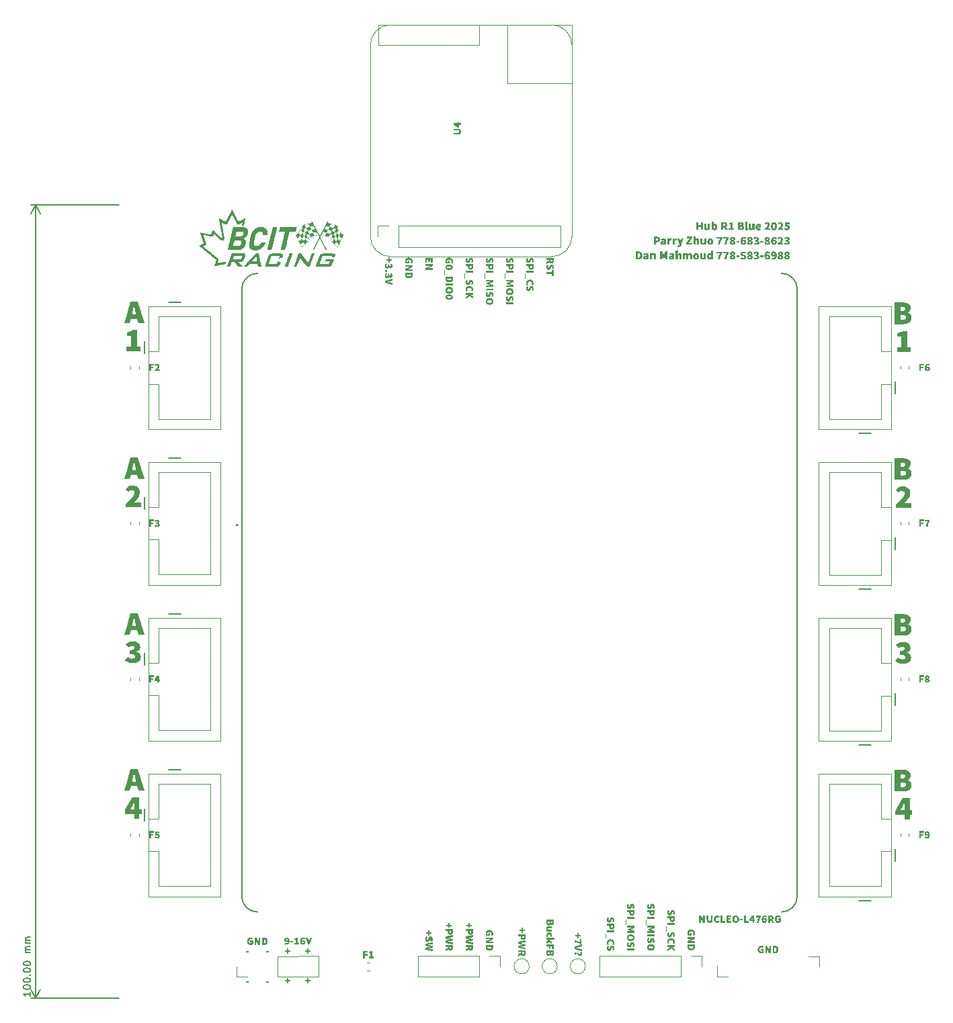
<source format=gbr>
%TF.GenerationSoftware,KiCad,Pcbnew,9.0.3*%
%TF.CreationDate,2025-08-16T16:26:36-06:00*%
%TF.ProjectId,Hub,4875622e-6b69-4636-9164-5f7063625858,A*%
%TF.SameCoordinates,PX2aa5f80PY908ed60*%
%TF.FileFunction,Legend,Top*%
%TF.FilePolarity,Positive*%
%FSLAX46Y46*%
G04 Gerber Fmt 4.6, Leading zero omitted, Abs format (unit mm)*
G04 Created by KiCad (PCBNEW 9.0.3) date 2025-08-16 16:26:36*
%MOMM*%
%LPD*%
G01*
G04 APERTURE LIST*
%ADD10C,0.200000*%
%ADD11C,0.150000*%
%ADD12C,0.100000*%
%ADD13C,0.120000*%
%ADD14C,0.000000*%
%ADD15C,0.127000*%
G04 APERTURE END LIST*
D10*
G36*
X57282721Y7938747D02*
G01*
X57282721Y8182196D01*
X57450638Y8182196D01*
X57450638Y7938747D01*
X57702452Y7938747D01*
X57702452Y7765274D01*
X57450638Y7765274D01*
X57450638Y7521886D01*
X57282721Y7521886D01*
X57282721Y7765274D01*
X57030907Y7765274D01*
X57030907Y7938747D01*
X57282721Y7938747D01*
G37*
G36*
X56905000Y7261889D02*
G01*
X57007788Y7254014D01*
X57098012Y7242350D01*
X57184914Y7225245D01*
X57267334Y7202477D01*
X57347409Y7172897D01*
X57426824Y7135310D01*
X57505055Y7090135D01*
X57590528Y7032484D01*
X57590528Y7413014D01*
X57791967Y7413014D01*
X57791967Y6777861D01*
X57643712Y6777861D01*
X57553957Y6848910D01*
X57475795Y6899555D01*
X57395867Y6939579D01*
X57314167Y6969530D01*
X57228698Y6990740D01*
X57133000Y7005190D01*
X56905000Y7021310D01*
X56905000Y7261889D01*
G37*
G36*
X57814377Y6733348D02*
G01*
X57814377Y6478724D01*
X57417055Y6383592D01*
X57273623Y6350008D01*
X57128848Y6316425D01*
X57128848Y6310869D01*
X57273623Y6276614D01*
X57417055Y6243702D01*
X57814377Y6151378D01*
X57814377Y5905120D01*
X56905000Y6173726D01*
X56905000Y6464742D01*
X57814377Y6733348D01*
G37*
G36*
X57246390Y5706551D02*
G01*
X57290163Y5709348D01*
X57328883Y5703803D01*
X57365356Y5691603D01*
X57398126Y5675104D01*
X57456195Y5631751D01*
X57506570Y5586261D01*
X57552060Y5550602D01*
X57574354Y5539421D01*
X57596146Y5535886D01*
X57629530Y5542128D01*
X57649940Y5558967D01*
X57661893Y5583858D01*
X57666060Y5614227D01*
X57661665Y5648538D01*
X57649269Y5675837D01*
X57607320Y5728960D01*
X57727609Y5860485D01*
X57780714Y5804091D01*
X57822742Y5738058D01*
X57842848Y5689828D01*
X57855001Y5638529D01*
X57859134Y5583452D01*
X57855559Y5527248D01*
X57845151Y5475741D01*
X57827071Y5428050D01*
X57801737Y5387631D01*
X57768343Y5354143D01*
X57725472Y5328157D01*
X57675643Y5312240D01*
X57612876Y5306481D01*
X57572519Y5310466D01*
X57538016Y5321868D01*
X57506296Y5338883D01*
X57477199Y5358932D01*
X57424016Y5406498D01*
X57372236Y5453393D01*
X57344591Y5472447D01*
X57314900Y5487648D01*
X57282917Y5496476D01*
X57246390Y5496746D01*
X57246390Y5706551D01*
G37*
G36*
X56888208Y5603053D02*
G01*
X56893041Y5642262D01*
X56906959Y5675364D01*
X56930157Y5703803D01*
X56960120Y5725432D01*
X56994228Y5738444D01*
X57033715Y5742943D01*
X57073201Y5738443D01*
X57107288Y5725430D01*
X57137213Y5703803D01*
X57160448Y5675359D01*
X57174384Y5642258D01*
X57179223Y5603053D01*
X57174383Y5563850D01*
X57160446Y5530770D01*
X57137213Y5502364D01*
X57107283Y5480701D01*
X57073197Y5467669D01*
X57033715Y5463163D01*
X56994232Y5467667D01*
X56960124Y5480699D01*
X56930157Y5502364D01*
X56906961Y5530765D01*
X56893042Y5563845D01*
X56888208Y5603053D01*
G37*
G36*
X97511375Y82019222D02*
G01*
X98082170Y82019222D01*
X98082170Y83395836D01*
X97578603Y83395836D01*
X97578603Y83840786D01*
X97796164Y83892184D01*
X97964567Y83945566D01*
X98121014Y84013303D01*
X98275244Y84100904D01*
X98804091Y84100904D01*
X98804091Y82019222D01*
X99282563Y82019222D01*
X99282563Y81440000D01*
X97511375Y81440000D01*
X97511375Y82019222D01*
G37*
G36*
X72614226Y10409378D02*
G01*
X72860422Y10409378D01*
X73061923Y10003629D01*
X73148629Y9799381D01*
X73154247Y9799381D01*
X73144416Y9879126D01*
X73134646Y9967970D01*
X73126952Y10058889D01*
X73123472Y10146328D01*
X73123472Y10409378D01*
X73352877Y10409378D01*
X73352877Y9500000D01*
X73106680Y9500000D01*
X72905180Y9907092D01*
X72818474Y10109997D01*
X72812856Y10109997D01*
X72832457Y9939271D01*
X72840911Y9847875D01*
X72843631Y9762989D01*
X72843631Y9500000D01*
X72614226Y9500000D01*
X72614226Y10409378D01*
G37*
G36*
X73927153Y9483209D02*
G01*
X73849314Y9488346D01*
X73783712Y9502771D01*
X73728368Y9525437D01*
X73681663Y9555909D01*
X73642427Y9594400D01*
X73611669Y9638929D01*
X73586275Y9693657D01*
X73566747Y9760438D01*
X73554024Y9841478D01*
X73549432Y9939271D01*
X73549432Y10409378D01*
X73790072Y10409378D01*
X73790072Y9911305D01*
X73794737Y9829809D01*
X73806537Y9775079D01*
X73822922Y9739908D01*
X73848430Y9712841D01*
X73882248Y9696253D01*
X73927153Y9690266D01*
X73972152Y9696223D01*
X74006483Y9712799D01*
X74032788Y9739908D01*
X74049913Y9775193D01*
X74062195Y9829930D01*
X74067043Y9911305D01*
X74067043Y10409378D01*
X74299318Y10409378D01*
X74299318Y9939271D01*
X74294812Y9841344D01*
X74282335Y9760241D01*
X74263203Y9693467D01*
X74238363Y9638811D01*
X74208338Y9594400D01*
X74169899Y9555913D01*
X74123963Y9525455D01*
X74069352Y9502792D01*
X74004421Y9488355D01*
X73927153Y9483209D01*
G37*
G36*
X74890386Y9483209D02*
G01*
X74805229Y9490422D01*
X74724545Y9511846D01*
X74673875Y9534330D01*
X74627870Y9563171D01*
X74586059Y9598614D01*
X74549817Y9639729D01*
X74518339Y9687942D01*
X74491659Y9744121D01*
X74472755Y9803408D01*
X74460851Y9870850D01*
X74456672Y9947698D01*
X74460973Y10023516D01*
X74473309Y10090987D01*
X74493064Y10151213D01*
X74520615Y10208361D01*
X74553022Y10258013D01*
X74590272Y10300934D01*
X74633001Y10338429D01*
X74679505Y10369350D01*
X74730163Y10393990D01*
X74783663Y10411851D01*
X74838771Y10422566D01*
X74895942Y10426169D01*
X74955745Y10422010D01*
X75009535Y10409979D01*
X75058242Y10390449D01*
X75125078Y10350715D01*
X75178592Y10305819D01*
X75052685Y10151946D01*
X75018143Y10178986D01*
X74983381Y10200184D01*
X74945777Y10214221D01*
X74901560Y10219113D01*
X74862169Y10214551D01*
X74825295Y10200916D01*
X74792027Y10179120D01*
X74762342Y10149137D01*
X74738367Y10112617D01*
X74718988Y10066583D01*
X74707126Y10015705D01*
X74702929Y9956063D01*
X74706883Y9890727D01*
X74717809Y9837367D01*
X74734635Y9793950D01*
X74756785Y9758776D01*
X74786194Y9728523D01*
X74819101Y9707443D01*
X74856231Y9694679D01*
X74898751Y9690266D01*
X74949646Y9696205D01*
X74993212Y9713347D01*
X75031865Y9738979D01*
X75063859Y9768607D01*
X75189766Y9617542D01*
X75148105Y9576016D01*
X75103215Y9542632D01*
X75054761Y9516792D01*
X75003003Y9498247D01*
X74948405Y9487020D01*
X74890386Y9483209D01*
G37*
G36*
X75315552Y10409378D02*
G01*
X75556192Y10409378D01*
X75556192Y9701440D01*
X75900330Y9701440D01*
X75900330Y9500000D01*
X75315552Y9500000D01*
X75315552Y10409378D01*
G37*
G36*
X76057073Y10409378D02*
G01*
X76644660Y10409378D01*
X76644660Y10207877D01*
X76297713Y10207877D01*
X76297713Y10065178D01*
X76594285Y10065178D01*
X76594285Y9863739D01*
X76297713Y9863739D01*
X76297713Y9701440D01*
X76658643Y9701440D01*
X76658643Y9500000D01*
X76057073Y9500000D01*
X76057073Y10409378D01*
G37*
G36*
X77279972Y10422620D02*
G01*
X77337121Y10412268D01*
X77390150Y10395395D01*
X77440126Y10371428D01*
X77484470Y10341182D01*
X77523751Y10304414D01*
X77557299Y10262195D01*
X77585998Y10213487D01*
X77609786Y10157502D01*
X77626442Y10098920D01*
X77636903Y10033045D01*
X77640560Y9958872D01*
X77636930Y9884716D01*
X77626495Y9818087D01*
X77609786Y9758104D01*
X77585934Y9700731D01*
X77557222Y9651112D01*
X77523751Y9608383D01*
X77484479Y9571128D01*
X77440127Y9540208D01*
X77390150Y9515388D01*
X77337058Y9497729D01*
X77279917Y9486914D01*
X77218081Y9483209D01*
X77155306Y9486941D01*
X77097948Y9497782D01*
X77045279Y9515388D01*
X76995735Y9540174D01*
X76951598Y9571088D01*
X76912350Y9608383D01*
X76878879Y9651112D01*
X76850168Y9700731D01*
X76826316Y9758104D01*
X76809607Y9818087D01*
X76799171Y9884716D01*
X76795541Y9958872D01*
X77041799Y9958872D01*
X77047732Y9876887D01*
X77063908Y9812547D01*
X77088633Y9762317D01*
X77114984Y9730144D01*
X77144798Y9708081D01*
X77178743Y9694840D01*
X77218081Y9690266D01*
X77257387Y9694840D01*
X77291301Y9708079D01*
X77321085Y9730142D01*
X77347408Y9762317D01*
X77372167Y9812552D01*
X77388362Y9876892D01*
X77394302Y9958872D01*
X77388272Y10040877D01*
X77372008Y10103623D01*
X77347408Y10151213D01*
X77321342Y10181302D01*
X77291660Y10202137D01*
X77257654Y10214740D01*
X77218081Y10219113D01*
X77178476Y10214739D01*
X77144438Y10202136D01*
X77114727Y10181300D01*
X77088633Y10151213D01*
X77064066Y10103628D01*
X77047822Y10040882D01*
X77041799Y9958872D01*
X76795541Y9958872D01*
X76799189Y10033039D01*
X76809641Y10099172D01*
X76826316Y10158235D01*
X76850162Y10214639D01*
X76878870Y10263321D01*
X76912350Y10305147D01*
X76951560Y10341511D01*
X76995689Y10371517D01*
X77045279Y10395395D01*
X77097883Y10412216D01*
X77155248Y10422593D01*
X77218081Y10426169D01*
X77279972Y10422620D01*
G37*
G36*
X77763720Y9939271D02*
G01*
X78116284Y9939271D01*
X78116284Y9771415D01*
X77763720Y9771415D01*
X77763720Y9939271D01*
G37*
G36*
X78278706Y10409378D02*
G01*
X78519346Y10409378D01*
X78519346Y9701440D01*
X78863484Y9701440D01*
X78863484Y9500000D01*
X78278706Y9500000D01*
X78278706Y10409378D01*
G37*
G36*
X79549013Y9880531D02*
G01*
X79644145Y9880531D01*
X79644145Y9698692D01*
X79549013Y9698692D01*
X79549013Y9500000D01*
X79325164Y9500000D01*
X79325164Y9698692D01*
X78947443Y9698692D01*
X78947443Y9866548D01*
X78955562Y9880531D01*
X79174100Y9880531D01*
X79325164Y9880531D01*
X79325164Y9981281D01*
X79325836Y10030923D01*
X79327973Y10086183D01*
X79330782Y10141443D01*
X79333591Y10191147D01*
X79327973Y10191147D01*
X79292985Y10111340D01*
X79255250Y10031656D01*
X79174100Y9880531D01*
X78955562Y9880531D01*
X79249632Y10386968D01*
X79549013Y10386968D01*
X79549013Y9880531D01*
G37*
G36*
X79887350Y9500000D02*
G01*
X79895225Y9602789D01*
X79906890Y9693013D01*
X79923994Y9779915D01*
X79946762Y9862335D01*
X79976342Y9942410D01*
X80013929Y10021825D01*
X80059104Y10100056D01*
X80116755Y10185529D01*
X79736225Y10185529D01*
X79736225Y10386968D01*
X80371379Y10386968D01*
X80371379Y10238713D01*
X80300329Y10148958D01*
X80249685Y10070796D01*
X80209660Y9990868D01*
X80179709Y9909168D01*
X80158499Y9823699D01*
X80144049Y9728001D01*
X80127929Y9500000D01*
X79887350Y9500000D01*
G37*
G36*
X80912321Y10399730D02*
G01*
X80966432Y10388304D01*
X81013249Y10370177D01*
X81077208Y10332869D01*
X81126577Y10291836D01*
X81000670Y10149137D01*
X80976549Y10170923D01*
X80941869Y10191818D01*
X80903613Y10206098D01*
X80866398Y10210686D01*
X80834959Y10207684D01*
X80805520Y10198779D01*
X80779041Y10183092D01*
X80755145Y10158235D01*
X80736043Y10126683D01*
X80719486Y10084046D01*
X80708688Y10035757D01*
X80702694Y9971450D01*
X80740429Y10009247D01*
X80784515Y10037213D01*
X80829273Y10054004D01*
X80869145Y10059622D01*
X80924001Y10055523D01*
X80974780Y10043502D01*
X81021308Y10022867D01*
X81060143Y9993860D01*
X81091663Y9956419D01*
X81116747Y9908497D01*
X81132164Y9853797D01*
X81137751Y9785398D01*
X81131392Y9716688D01*
X81113266Y9658087D01*
X81084201Y9605988D01*
X81046832Y9562954D01*
X81001596Y9528652D01*
X80948891Y9503481D01*
X80891611Y9488347D01*
X80830006Y9483209D01*
X80766466Y9489272D01*
X80703366Y9507694D01*
X80644986Y9538971D01*
X80592174Y9585302D01*
X80562625Y9622766D01*
X80536197Y9668304D01*
X80513100Y9723116D01*
X80497080Y9780356D01*
X80491621Y9816173D01*
X80708250Y9816173D01*
X80717303Y9772264D01*
X80728523Y9739908D01*
X80743004Y9711924D01*
X80757221Y9692342D01*
X80773600Y9677333D01*
X80790072Y9668589D01*
X80824388Y9662300D01*
X80859755Y9668884D01*
X80890822Y9688861D01*
X80905481Y9708750D01*
X80915579Y9739497D01*
X80919521Y9785398D01*
X80917196Y9815915D01*
X80911094Y9837849D01*
X80901211Y9856446D01*
X80889418Y9870028D01*
X80875039Y9880122D01*
X80857971Y9886820D01*
X80821579Y9891705D01*
X80791547Y9887452D01*
X80761434Y9874242D01*
X80734559Y9852188D01*
X80708250Y9816173D01*
X80491621Y9816173D01*
X80486752Y9848120D01*
X80483059Y9928097D01*
X80486774Y10008005D01*
X80497290Y10077524D01*
X80513833Y10137963D01*
X80537404Y10196088D01*
X80564507Y10245138D01*
X80594922Y10286218D01*
X80630743Y10322547D01*
X80669577Y10351764D01*
X80711731Y10374390D01*
X80779600Y10396450D01*
X80849606Y10403760D01*
X80912321Y10399730D01*
G37*
G36*
X81701696Y10405823D02*
G01*
X81769119Y10395395D01*
X81832300Y10376142D01*
X81885257Y10347828D01*
X81929575Y10308819D01*
X81964330Y10257581D01*
X81980018Y10218712D01*
X81990088Y10171900D01*
X81993701Y10115554D01*
X81988846Y10051292D01*
X81975247Y9997837D01*
X81953828Y9953254D01*
X81924186Y9913459D01*
X81888689Y9880049D01*
X81846788Y9852565D01*
X82044076Y9500000D01*
X81775470Y9500000D01*
X81618788Y9804999D01*
X81526464Y9804999D01*
X81526464Y9500000D01*
X81285824Y9500000D01*
X81285824Y9995264D01*
X81526464Y9995264D01*
X81613170Y9995264D01*
X81670411Y10001147D01*
X81709873Y10016569D01*
X81736427Y10039870D01*
X81752735Y10071848D01*
X81758678Y10115554D01*
X81753993Y10152756D01*
X81741442Y10178798D01*
X81721614Y10196703D01*
X81695824Y10208284D01*
X81660562Y10216147D01*
X81613170Y10219113D01*
X81526464Y10219113D01*
X81526464Y9995264D01*
X81285824Y9995264D01*
X81285824Y10409378D01*
X81629962Y10409378D01*
X81701696Y10405823D01*
G37*
G36*
X82586722Y9483209D02*
G01*
X82493623Y9490490D01*
X82407631Y9511846D01*
X82353685Y9534451D01*
X82305144Y9563325D01*
X82261452Y9598614D01*
X82223463Y9639895D01*
X82190828Y9688121D01*
X82163510Y9744121D01*
X82144234Y9803443D01*
X82132106Y9870882D01*
X82127851Y9947698D01*
X82132152Y10023516D01*
X82144489Y10090987D01*
X82164243Y10151213D01*
X82191901Y10208263D01*
X82224764Y10257919D01*
X82262856Y10300934D01*
X82306566Y10338288D01*
X82354673Y10369234D01*
X82407631Y10393990D01*
X82463431Y10411824D01*
X82521125Y10422555D01*
X82581166Y10426169D01*
X82647532Y10421900D01*
X82705140Y10409761D01*
X82755311Y10390449D01*
X82823907Y10350586D01*
X82877738Y10305819D01*
X82751830Y10151946D01*
X82717075Y10178896D01*
X82681183Y10200184D01*
X82641328Y10214045D01*
X82589531Y10219113D01*
X82544766Y10214490D01*
X82504168Y10200916D01*
X82467608Y10178978D01*
X82435658Y10149137D01*
X82410010Y10112447D01*
X82390168Y10066583D01*
X82378306Y10015705D01*
X82374109Y9956063D01*
X82378284Y9890971D01*
X82389850Y9837690D01*
X82407740Y9794182D01*
X82431445Y9758776D01*
X82462339Y9730136D01*
X82501385Y9708898D01*
X82550422Y9695227D01*
X82611940Y9690266D01*
X82650347Y9694479D01*
X82681855Y9707057D01*
X82681855Y9832965D01*
X82547582Y9832965D01*
X82547582Y10028847D01*
X82894529Y10028847D01*
X82894529Y9595133D01*
X82839714Y9553630D01*
X82764409Y9516059D01*
X82709440Y9498023D01*
X82650425Y9486986D01*
X82586722Y9483209D01*
G37*
G36*
X98266818Y42116292D02*
G01*
X98050221Y42128487D01*
X97864232Y42162901D01*
X97704449Y42217043D01*
X97554642Y42294088D01*
X97426710Y42386325D01*
X97318301Y42494014D01*
X97645647Y42947390D01*
X97773097Y42844368D01*
X97907964Y42764757D01*
X98050795Y42712426D01*
X98191347Y42695514D01*
X98356415Y42712755D01*
X98472532Y42758346D01*
X98531080Y42807640D01*
X98565466Y42869283D01*
X98577495Y42947390D01*
X98570912Y43020073D01*
X98552216Y43081662D01*
X98517130Y43134566D01*
X98455679Y43182412D01*
X98375865Y43217127D01*
X98254178Y43245244D01*
X98114191Y43260401D01*
X97914376Y43266310D01*
X97914376Y43769878D01*
X98075153Y43775699D01*
X98193362Y43790943D01*
X98298042Y43818197D01*
X98371781Y43851760D01*
X98430513Y43896858D01*
X98466303Y43946282D01*
X98486508Y44003824D01*
X98493597Y44072128D01*
X98475753Y44180000D01*
X98427226Y44252097D01*
X98345568Y44297938D01*
X98216443Y44315577D01*
X98087622Y44301498D01*
X97977207Y44260989D01*
X97872358Y44196495D01*
X97746398Y44097407D01*
X97385529Y44533747D01*
X97588852Y44680920D01*
X97792559Y44787637D01*
X97934983Y44837342D01*
X98086947Y44867617D01*
X98250148Y44877946D01*
X98471969Y44864122D01*
X98659643Y44825286D01*
X98818510Y44764342D01*
X98953018Y44682674D01*
X99067224Y44575438D01*
X99148012Y44449804D01*
X99197821Y44302138D01*
X99215335Y44126716D01*
X99198693Y43982115D01*
X99150287Y43855650D01*
X99069319Y43742969D01*
X98951036Y43641697D01*
X98787238Y43551708D01*
X98787238Y43534855D01*
X98931872Y43476353D01*
X99054053Y43400128D01*
X99156717Y43306060D01*
X99234465Y43193687D01*
X99282459Y43059331D01*
X99299416Y42897015D01*
X99277764Y42716659D01*
X99215335Y42563257D01*
X99117704Y42430040D01*
X98990754Y42317793D01*
X98840654Y42230783D01*
X98661392Y42166667D01*
X98469535Y42129042D01*
X98266818Y42116292D01*
G37*
G36*
X351125Y62304577D02*
G01*
X789663Y62716004D01*
X1144303Y63079071D01*
X1283159Y63250370D01*
X1381341Y63402205D01*
X1447370Y63555573D01*
X1467437Y63689618D01*
X1455904Y63806613D01*
X1424885Y63892955D01*
X1377128Y63956148D01*
X1312390Y64003101D01*
X1234594Y64032020D01*
X1140090Y64042243D01*
X1013048Y64022628D01*
X902869Y63964574D01*
X703567Y63790368D01*
X317602Y64176516D01*
X523133Y64367391D01*
X627194Y64442344D01*
X735075Y64501664D01*
X849047Y64547243D01*
X970097Y64579333D01*
X1097088Y64598046D01*
X1240840Y64604612D01*
X1436575Y64588401D01*
X1610136Y64541598D01*
X1767862Y64465313D01*
X1899747Y64365376D01*
X2007276Y64240898D01*
X2088607Y64090420D01*
X2138528Y63922574D01*
X2155835Y63731566D01*
X2139032Y63572997D01*
X2086592Y63406418D01*
X2008374Y63243006D01*
X1908173Y63076873D01*
X1792924Y62916328D01*
X1662526Y62757953D01*
X1391966Y62464129D01*
X1620760Y62487210D01*
X1836915Y62497651D01*
X2281681Y62497651D01*
X2281681Y61893333D01*
X351125Y61893333D01*
X351125Y62304577D01*
G37*
G36*
X50202721Y8599180D02*
G01*
X50202721Y8842629D01*
X50370638Y8842629D01*
X50370638Y8599180D01*
X50622452Y8599180D01*
X50622452Y8425707D01*
X50370638Y8425707D01*
X50370638Y8182319D01*
X50202721Y8182319D01*
X50202721Y8425707D01*
X49950907Y8425707D01*
X49950907Y8599180D01*
X50202721Y8599180D01*
G37*
G36*
X50734377Y7701282D02*
G01*
X50730630Y7628246D01*
X50719661Y7559988D01*
X50699404Y7496254D01*
X50669286Y7442507D01*
X50628355Y7397500D01*
X50575558Y7362090D01*
X50535742Y7345949D01*
X50488438Y7335657D01*
X50432187Y7331987D01*
X50376863Y7335601D01*
X50329224Y7345844D01*
X50288084Y7362090D01*
X50232991Y7397503D01*
X50189410Y7442507D01*
X50156112Y7496138D01*
X50132074Y7558583D01*
X50117971Y7625400D01*
X50113206Y7695726D01*
X50113206Y7706900D01*
X50303471Y7706900D01*
X50307793Y7660467D01*
X50319374Y7626242D01*
X50337055Y7601265D01*
X50361485Y7582809D01*
X50392546Y7571202D01*
X50432187Y7567010D01*
X50471290Y7571770D01*
X50499207Y7584586D01*
X50518893Y7604806D01*
X50532076Y7631219D01*
X50540846Y7666333D01*
X50544112Y7712518D01*
X50544112Y7793606D01*
X50303471Y7793606D01*
X50303471Y7706900D01*
X50113206Y7706900D01*
X50113206Y7793606D01*
X49825000Y7793606D01*
X49825000Y8034246D01*
X50734377Y8034246D01*
X50734377Y7701282D01*
G37*
G36*
X50734377Y7270072D02*
G01*
X50734377Y7023814D01*
X50337055Y6973500D01*
X50194295Y6958112D01*
X50051657Y6942664D01*
X50051657Y6937108D01*
X50194295Y6911951D01*
X50337055Y6886732D01*
X50734377Y6799965D01*
X50734377Y6598526D01*
X50337055Y6511820D01*
X50196432Y6486602D01*
X50051657Y6461445D01*
X50051657Y6455827D01*
X50195699Y6440501D01*
X50337055Y6425052D01*
X50734377Y6374677D01*
X50734377Y6145272D01*
X49825000Y6296336D01*
X49825000Y6601335D01*
X50185929Y6671310D01*
X50293640Y6690178D01*
X50398604Y6704833D01*
X50398604Y6710450D01*
X50293640Y6725166D01*
X50185929Y6744034D01*
X49825000Y6811200D01*
X49825000Y7110581D01*
X50734377Y7270072D01*
G37*
G36*
X50734377Y5686340D02*
G01*
X50730822Y5614606D01*
X50720394Y5547183D01*
X50701141Y5484002D01*
X50672827Y5431045D01*
X50633818Y5386727D01*
X50582580Y5351971D01*
X50543711Y5336284D01*
X50496899Y5326214D01*
X50440553Y5322601D01*
X50376291Y5327456D01*
X50322836Y5341055D01*
X50278253Y5362474D01*
X50238458Y5392116D01*
X50205048Y5427613D01*
X50177564Y5469513D01*
X49825000Y5272226D01*
X49825000Y5540832D01*
X50129998Y5697514D01*
X50129998Y5703132D01*
X50320263Y5703132D01*
X50326146Y5645890D01*
X50341568Y5606429D01*
X50364869Y5579875D01*
X50396847Y5563566D01*
X50440553Y5557624D01*
X50477755Y5562309D01*
X50503797Y5574859D01*
X50521702Y5594688D01*
X50533283Y5620477D01*
X50541146Y5655740D01*
X50544112Y5703132D01*
X50544112Y5789838D01*
X50320263Y5789838D01*
X50320263Y5703132D01*
X50129998Y5703132D01*
X50129998Y5789838D01*
X49825000Y5789838D01*
X49825000Y6030478D01*
X50734377Y6030478D01*
X50734377Y5686340D01*
G37*
G36*
X2693108Y85040000D02*
G01*
X1929239Y85040000D01*
X1794966Y85619222D01*
X1031097Y85619222D01*
X896641Y85040000D01*
X158051Y85040000D01*
X504465Y86177378D01*
X1161156Y86177378D01*
X1664724Y86177378D01*
X1618562Y86366239D01*
X1517812Y86794336D01*
X1417062Y87230859D01*
X1400392Y87230859D01*
X1305870Y86792138D01*
X1207318Y86366239D01*
X1161156Y86177378D01*
X504465Y86177378D01*
X988965Y87768132D01*
X1862011Y87768132D01*
X2693108Y85040000D01*
G37*
G36*
X54274377Y9549468D02*
G01*
X54271676Y9479240D01*
X54263874Y9415134D01*
X54249253Y9355044D01*
X54228154Y9306019D01*
X54198203Y9264524D01*
X54158911Y9232624D01*
X54128410Y9217967D01*
X54091792Y9208656D01*
X54047719Y9205330D01*
X54018390Y9207405D01*
X53988246Y9213756D01*
X53930910Y9236837D01*
X53905066Y9253169D01*
X53882611Y9272496D01*
X53864362Y9294974D01*
X53851837Y9320002D01*
X53846280Y9320002D01*
X53829645Y9278287D01*
X53806202Y9241432D01*
X53775572Y9208810D01*
X53739004Y9184444D01*
X53692596Y9168941D01*
X53633606Y9163320D01*
X53587733Y9166715D01*
X53547713Y9176422D01*
X53512583Y9192018D01*
X53466060Y9225626D01*
X53428625Y9269016D01*
X53400579Y9320602D01*
X53380387Y9383016D01*
X53368918Y9449849D01*
X53365000Y9521502D01*
X53365000Y9538294D01*
X53549647Y9538294D01*
X53554884Y9481756D01*
X53568414Y9443559D01*
X53588349Y9418574D01*
X53614917Y9403671D01*
X53650397Y9398343D01*
X53682090Y9402557D01*
X53705114Y9414069D01*
X53721716Y9432659D01*
X53736633Y9472198D01*
X53742721Y9538294D01*
X53742721Y9555085D01*
X53919003Y9555085D01*
X53922290Y9516605D01*
X53931025Y9488525D01*
X53944160Y9468318D01*
X53962582Y9452933D01*
X53984607Y9443619D01*
X54011327Y9440352D01*
X54037845Y9443788D01*
X54057288Y9453186D01*
X54071472Y9468318D01*
X54084404Y9500754D01*
X54089668Y9555085D01*
X54089668Y9636174D01*
X53919003Y9636174D01*
X53919003Y9555085D01*
X53742721Y9555085D01*
X53742721Y9636174D01*
X53549647Y9636174D01*
X53549647Y9538294D01*
X53365000Y9538294D01*
X53365000Y9876814D01*
X54274377Y9876814D01*
X54274377Y9549468D01*
G37*
G36*
X53348208Y8826936D02*
G01*
X53353565Y8881686D01*
X53368480Y8925611D01*
X53393028Y8963246D01*
X53425877Y8993449D01*
X53465847Y9016116D01*
X53515392Y9032650D01*
X53569655Y9041920D01*
X53633606Y9045228D01*
X54064511Y9045228D01*
X54064511Y8804588D01*
X53664380Y8804588D01*
X53603316Y8799351D01*
X53574804Y8787797D01*
X53558447Y8767044D01*
X53552456Y8734613D01*
X53556192Y8703075D01*
X53566439Y8679353D01*
X53583867Y8658562D01*
X53614005Y8633924D01*
X54064511Y8633924D01*
X54064511Y8393283D01*
X53365000Y8393283D01*
X53365000Y8589105D01*
X53457323Y8605897D01*
X53457323Y8611514D01*
X53411680Y8656360D01*
X53377578Y8704571D01*
X53361650Y8739717D01*
X53351702Y8780153D01*
X53348208Y8826936D01*
G37*
G36*
X53348208Y7914506D02*
G01*
X53354440Y7986813D01*
X53372693Y8052992D01*
X53402900Y8113363D01*
X53444012Y8164916D01*
X53495610Y8206959D01*
X53559417Y8239777D01*
X53630969Y8259969D01*
X53714755Y8267071D01*
X53771944Y8263475D01*
X53823435Y8253088D01*
X53870033Y8236296D01*
X53933689Y8199898D01*
X53985437Y8153742D01*
X54026592Y8098179D01*
X54056817Y8034124D01*
X54075140Y7964940D01*
X54081303Y7892097D01*
X54076213Y7831222D01*
X54061702Y7778829D01*
X54038537Y7730753D01*
X54008579Y7687849D01*
X53854645Y7799773D01*
X53871937Y7823353D01*
X53881207Y7841111D01*
X53888229Y7878114D01*
X53882736Y7920649D01*
X53867144Y7954984D01*
X53841334Y7983077D01*
X53808152Y8003291D01*
X53766685Y8016163D01*
X53714755Y8020813D01*
X53662880Y8016085D01*
X53621390Y8002979D01*
X53588115Y7982345D01*
X53561742Y7954092D01*
X53546461Y7922588D01*
X53541282Y7886540D01*
X53544377Y7857567D01*
X53553860Y7828472D01*
X53568160Y7800715D01*
X53586039Y7774616D01*
X53429357Y7682292D01*
X53390027Y7738300D01*
X53365671Y7797697D01*
X53352389Y7859259D01*
X53348208Y7914506D01*
G37*
G36*
X54338735Y7570246D02*
G01*
X54338735Y7335223D01*
X53821062Y7335223D01*
X53821062Y7329606D01*
X54064511Y7136532D01*
X54064511Y6876352D01*
X53773496Y7125358D01*
X53365000Y6862369D01*
X53365000Y7122549D01*
X53614005Y7262439D01*
X53532855Y7335223D01*
X53365000Y7335223D01*
X53365000Y7570246D01*
X54338735Y7570246D01*
G37*
G36*
X54274377Y6756368D02*
G01*
X54274377Y6163224D01*
X54072876Y6163224D01*
X54072876Y6515727D01*
X53899403Y6515727D01*
X53899403Y6213538D01*
X53697964Y6213538D01*
X53697964Y6515727D01*
X53365000Y6515727D01*
X53365000Y6756368D01*
X54274377Y6756368D01*
G37*
G36*
X54274377Y5678707D02*
G01*
X54271676Y5608479D01*
X54263874Y5544374D01*
X54249253Y5484283D01*
X54228154Y5435258D01*
X54198203Y5393763D01*
X54158911Y5361863D01*
X54128410Y5347206D01*
X54091792Y5337895D01*
X54047719Y5334569D01*
X54018390Y5336644D01*
X53988246Y5342995D01*
X53930910Y5366076D01*
X53905066Y5382409D01*
X53882611Y5401736D01*
X53864362Y5424214D01*
X53851837Y5449241D01*
X53846280Y5449241D01*
X53829645Y5407527D01*
X53806202Y5370671D01*
X53775572Y5338049D01*
X53739004Y5313684D01*
X53692596Y5298180D01*
X53633606Y5292559D01*
X53587733Y5295955D01*
X53547713Y5305661D01*
X53512583Y5321258D01*
X53466060Y5354866D01*
X53428625Y5398255D01*
X53400579Y5449841D01*
X53380387Y5512256D01*
X53368918Y5579089D01*
X53365000Y5650741D01*
X53365000Y5667533D01*
X53549647Y5667533D01*
X53554884Y5610995D01*
X53568414Y5572798D01*
X53588349Y5547813D01*
X53614917Y5532910D01*
X53650397Y5527582D01*
X53682090Y5531796D01*
X53705114Y5543308D01*
X53721716Y5561898D01*
X53736633Y5601438D01*
X53742721Y5667533D01*
X53742721Y5684325D01*
X53919003Y5684325D01*
X53922290Y5645845D01*
X53931025Y5617765D01*
X53944160Y5597558D01*
X53962582Y5582172D01*
X53984607Y5572859D01*
X54011327Y5569592D01*
X54037845Y5573028D01*
X54057288Y5582425D01*
X54071472Y5597558D01*
X54084404Y5629993D01*
X54089668Y5684325D01*
X54089668Y5765413D01*
X53919003Y5765413D01*
X53919003Y5684325D01*
X53742721Y5684325D01*
X53742721Y5765413D01*
X53549647Y5765413D01*
X53549647Y5667533D01*
X53365000Y5667533D01*
X53365000Y6006054D01*
X54274377Y6006054D01*
X54274377Y5678707D01*
G37*
G36*
X2693108Y26130000D02*
G01*
X1929239Y26130000D01*
X1794966Y26709222D01*
X1031097Y26709222D01*
X896641Y26130000D01*
X158051Y26130000D01*
X504465Y27267378D01*
X1161156Y27267378D01*
X1664724Y27267378D01*
X1618562Y27456239D01*
X1517812Y27884336D01*
X1417062Y28320859D01*
X1400392Y28320859D01*
X1305870Y27882138D01*
X1207318Y27456239D01*
X1161156Y27267378D01*
X504465Y27267378D01*
X988965Y28858132D01*
X1862011Y28858132D01*
X2693108Y26130000D01*
G37*
G36*
X99123011Y23671592D02*
G01*
X99408409Y23671592D01*
X99408409Y23126075D01*
X99123011Y23126075D01*
X99123011Y22530000D01*
X98451466Y22530000D01*
X98451466Y23126075D01*
X97318301Y23126075D01*
X97318301Y23629643D01*
X97342659Y23671592D01*
X97998273Y23671592D01*
X98451466Y23671592D01*
X98451466Y23973842D01*
X98453481Y24122769D01*
X98459892Y24288549D01*
X98468318Y24454329D01*
X98476745Y24603439D01*
X98459892Y24603439D01*
X98354929Y24364020D01*
X98241722Y24124967D01*
X97998273Y23671592D01*
X97342659Y23671592D01*
X98224869Y25190904D01*
X99123011Y25190904D01*
X99123011Y23671592D01*
G37*
G36*
X2088607Y23761592D02*
G01*
X2374005Y23761592D01*
X2374005Y23216075D01*
X2088607Y23216075D01*
X2088607Y22620000D01*
X1417062Y22620000D01*
X1417062Y23216075D01*
X283897Y23216075D01*
X283897Y23719643D01*
X308255Y23761592D01*
X963869Y23761592D01*
X1417062Y23761592D01*
X1417062Y24063842D01*
X1419077Y24212769D01*
X1425488Y24378549D01*
X1433914Y24544329D01*
X1442341Y24693439D01*
X1425488Y24693439D01*
X1320525Y24454020D01*
X1207318Y24214967D01*
X963869Y23761592D01*
X308255Y23761592D01*
X1190465Y25280904D01*
X2088607Y25280904D01*
X2088607Y23761592D01*
G37*
G36*
X476971Y82109222D02*
G01*
X1047766Y82109222D01*
X1047766Y83485836D01*
X544199Y83485836D01*
X544199Y83930786D01*
X761760Y83982184D01*
X930163Y84035566D01*
X1086610Y84103303D01*
X1240840Y84190904D01*
X1769687Y84190904D01*
X1769687Y82109222D01*
X2248159Y82109222D01*
X2248159Y81530000D01*
X476971Y81530000D01*
X476971Y82109222D01*
G37*
G36*
X72228049Y97810776D02*
G01*
X72492753Y97810776D01*
X72492753Y97438337D01*
X72791242Y97438337D01*
X72791242Y97810776D01*
X73055946Y97810776D01*
X73055946Y96810461D01*
X72791242Y96810461D01*
X72791242Y97207484D01*
X72492753Y97207484D01*
X72492753Y96810461D01*
X72228049Y96810461D01*
X72228049Y97810776D01*
G37*
G36*
X73490381Y96791991D02*
G01*
X73430156Y96797883D01*
X73381840Y96814290D01*
X73340440Y96841293D01*
X73307217Y96877427D01*
X73282284Y96921394D01*
X73264096Y96975893D01*
X73253899Y97035582D01*
X73250260Y97105928D01*
X73250260Y97579924D01*
X73514964Y97579924D01*
X73514964Y97139780D01*
X73520726Y97072609D01*
X73533435Y97041247D01*
X73556263Y97023254D01*
X73591937Y97016664D01*
X73626629Y97020773D01*
X73652723Y97032045D01*
X73675593Y97051216D01*
X73702695Y97084368D01*
X73702695Y97579924D01*
X73967400Y97579924D01*
X73967400Y96810461D01*
X73751996Y96810461D01*
X73733525Y96912018D01*
X73727346Y96912018D01*
X73678015Y96861810D01*
X73624983Y96824298D01*
X73586322Y96806777D01*
X73541843Y96795834D01*
X73490381Y96791991D01*
G37*
G36*
X74410969Y97632247D02*
G01*
X74404790Y97521422D01*
X74447255Y97554217D01*
X74494054Y97578379D01*
X74543951Y97593446D01*
X74594066Y97598395D01*
X74659367Y97591308D01*
X74717183Y97570655D01*
X74768344Y97537375D01*
X74811820Y97492204D01*
X74846048Y97437276D01*
X74872606Y97369088D01*
X74888572Y97294410D01*
X74894167Y97209029D01*
X74887095Y97112392D01*
X74867233Y97031306D01*
X74835103Y96958351D01*
X74795633Y96900465D01*
X74747262Y96853341D01*
X74693338Y96819663D01*
X74634390Y96798844D01*
X74574050Y96791991D01*
X74524194Y96798203D01*
X74474039Y96817380D01*
X74427145Y96848162D01*
X74380207Y96893547D01*
X74374027Y96893547D01*
X74352467Y96810461D01*
X74146265Y96810461D01*
X74146265Y97327511D01*
X74410969Y97327511D01*
X74410969Y97044403D01*
X74435012Y97025935D01*
X74458658Y97015119D01*
X74509436Y97007462D01*
X74538201Y97012033D01*
X74564531Y97025874D01*
X74589431Y97050516D01*
X74606390Y97081574D01*
X74618537Y97130545D01*
X74623351Y97204395D01*
X74619595Y97268157D01*
X74609980Y97312115D01*
X74596417Y97341348D01*
X74575600Y97364344D01*
X74549271Y97378074D01*
X74515615Y97382924D01*
X74486109Y97379747D01*
X74460941Y97370632D01*
X74437879Y97354861D01*
X74410969Y97327511D01*
X74146265Y97327511D01*
X74146265Y97881570D01*
X74410969Y97881570D01*
X74410969Y97632247D01*
G37*
G36*
X75825690Y97806866D02*
G01*
X75899855Y97795395D01*
X75969354Y97774217D01*
X76027606Y97743072D01*
X76076356Y97700162D01*
X76114587Y97643800D01*
X76131844Y97601044D01*
X76142921Y97549551D01*
X76146895Y97487570D01*
X76141554Y97416882D01*
X76126596Y97358082D01*
X76103035Y97309041D01*
X76070429Y97265266D01*
X76031382Y97228515D01*
X75985291Y97198283D01*
X76202307Y96810461D01*
X75906841Y96810461D01*
X75734491Y97145960D01*
X75632934Y97145960D01*
X75632934Y96810461D01*
X75368230Y96810461D01*
X75368230Y97355251D01*
X75632934Y97355251D01*
X75728311Y97355251D01*
X75791277Y97361722D01*
X75834685Y97378687D01*
X75863893Y97404318D01*
X75881833Y97439494D01*
X75888370Y97487570D01*
X75883217Y97528493D01*
X75869411Y97557139D01*
X75847599Y97576834D01*
X75819231Y97589574D01*
X75780443Y97598223D01*
X75728311Y97601485D01*
X75632934Y97601485D01*
X75632934Y97355251D01*
X75368230Y97355251D01*
X75368230Y97810776D01*
X75746782Y97810776D01*
X75825690Y97806866D01*
G37*
G36*
X76328312Y97022843D02*
G01*
X76537604Y97022843D01*
X76537604Y97527601D01*
X76352962Y97527601D01*
X76352962Y97690749D01*
X76432735Y97709595D01*
X76494483Y97729169D01*
X76551847Y97754006D01*
X76608398Y97786126D01*
X76802308Y97786126D01*
X76802308Y97022843D01*
X76977748Y97022843D01*
X76977748Y96810461D01*
X76328312Y96810461D01*
X76328312Y97022843D01*
G37*
G36*
X77912987Y97807806D02*
G01*
X77983503Y97799224D01*
X78049603Y97783140D01*
X78103530Y97759931D01*
X78149174Y97726985D01*
X78184265Y97683764D01*
X78200387Y97650213D01*
X78210630Y97609934D01*
X78214288Y97561453D01*
X78212006Y97529192D01*
X78205019Y97496033D01*
X78179630Y97432963D01*
X78161665Y97404535D01*
X78140405Y97379834D01*
X78115679Y97359760D01*
X78088149Y97345982D01*
X78088149Y97339870D01*
X78134035Y97321571D01*
X78174576Y97295785D01*
X78210460Y97262091D01*
X78237262Y97221866D01*
X78254316Y97170818D01*
X78260499Y97105928D01*
X78256764Y97055468D01*
X78246087Y97011446D01*
X78228931Y96972804D01*
X78191962Y96921628D01*
X78144233Y96880449D01*
X78087489Y96849599D01*
X78018833Y96827388D01*
X77945317Y96814772D01*
X77866499Y96810461D01*
X77475655Y96810461D01*
X77475655Y97013574D01*
X77740359Y97013574D01*
X77848028Y97013574D01*
X77910220Y97019334D01*
X77952236Y97034218D01*
X77979720Y97056146D01*
X77996113Y97085370D01*
X78001974Y97124399D01*
X77997338Y97159261D01*
X77984675Y97184587D01*
X77964226Y97202850D01*
X77920733Y97219259D01*
X77848028Y97225955D01*
X77740359Y97225955D01*
X77740359Y97013574D01*
X77475655Y97013574D01*
X77475655Y97419866D01*
X77740359Y97419866D01*
X77829557Y97419866D01*
X77871885Y97423481D01*
X77902773Y97433089D01*
X77925001Y97447538D01*
X77941924Y97467802D01*
X77952170Y97492029D01*
X77955763Y97521422D01*
X77951984Y97550591D01*
X77941646Y97571979D01*
X77925001Y97587581D01*
X77889321Y97601807D01*
X77829557Y97607597D01*
X77740359Y97607597D01*
X77740359Y97419866D01*
X77475655Y97419866D01*
X77475655Y97810776D01*
X77835736Y97810776D01*
X77912987Y97807806D01*
G37*
G36*
X78633543Y96791991D02*
G01*
X78569190Y96797597D01*
X78520434Y96812745D01*
X78479222Y96838162D01*
X78447357Y96871986D01*
X78424046Y96913347D01*
X78408132Y96963535D01*
X78399598Y97018232D01*
X78396579Y97081345D01*
X78396579Y97881570D01*
X78661283Y97881570D01*
X78661283Y97072076D01*
X78665644Y97036121D01*
X78675858Y97018208D01*
X78691007Y97007495D01*
X78704337Y97004372D01*
X78717435Y97004372D01*
X78732077Y97007462D01*
X78762839Y96813551D01*
X78709710Y96798170D01*
X78633543Y96791991D01*
G37*
G36*
X79089404Y96791991D02*
G01*
X79029179Y96797883D01*
X78980863Y96814290D01*
X78939463Y96841293D01*
X78906240Y96877427D01*
X78881307Y96921394D01*
X78863119Y96975893D01*
X78852922Y97035582D01*
X78849283Y97105928D01*
X78849283Y97579924D01*
X79113987Y97579924D01*
X79113987Y97139780D01*
X79119749Y97072609D01*
X79132458Y97041247D01*
X79155286Y97023254D01*
X79190960Y97016664D01*
X79225652Y97020773D01*
X79251746Y97032045D01*
X79274616Y97051216D01*
X79301718Y97084368D01*
X79301718Y97579924D01*
X79566423Y97579924D01*
X79566423Y96810461D01*
X79351019Y96810461D01*
X79332548Y96912018D01*
X79326369Y96912018D01*
X79277038Y96861810D01*
X79224006Y96824298D01*
X79185345Y96806777D01*
X79140867Y96795834D01*
X79089404Y96791991D01*
G37*
G36*
X80155670Y97590707D02*
G01*
X80222306Y97569110D01*
X80280414Y97534214D01*
X80326952Y97489115D01*
X80363033Y97434654D01*
X80389283Y97370632D01*
X80404793Y97301344D01*
X80410105Y97225955D01*
X80406209Y97159796D01*
X80399291Y97115197D01*
X79960759Y97115197D01*
X79977327Y97071795D01*
X79999413Y97040560D01*
X80026918Y97019014D01*
X80077677Y96999096D01*
X80139221Y96992080D01*
X80178740Y96994963D01*
X80216933Y97003566D01*
X80254669Y97017592D01*
X80296190Y97038224D01*
X80382365Y96881255D01*
X80316250Y96842325D01*
X80243128Y96814290D01*
X80167985Y96797277D01*
X80102279Y96791991D01*
X80019839Y96798876D01*
X79945311Y96818925D01*
X79877510Y96852201D01*
X79819910Y96897375D01*
X79772899Y96954160D01*
X79736019Y97024321D01*
X79719271Y97075468D01*
X79708867Y97132148D01*
X79705256Y97195193D01*
X79708948Y97257160D01*
X79714744Y97287547D01*
X79957669Y97287547D01*
X80185432Y97287547D01*
X80179683Y97329798D01*
X80163065Y97365192D01*
X80145502Y97382618D01*
X80119203Y97393984D01*
X80080786Y97398305D01*
X80038732Y97391663D01*
X80003007Y97372110D01*
X79984267Y97352472D01*
X79969019Y97324981D01*
X79957669Y97287547D01*
X79714744Y97287547D01*
X79719610Y97313061D01*
X79736825Y97363714D01*
X79773882Y97433527D01*
X79819910Y97490660D01*
X79875311Y97536938D01*
X79937654Y97570655D01*
X80005082Y97591482D01*
X80074607Y97598395D01*
X80155670Y97590707D01*
G37*
G36*
X80828016Y96961251D02*
G01*
X80988814Y97112108D01*
X81118849Y97245232D01*
X81169762Y97308042D01*
X81205762Y97363714D01*
X81229973Y97419949D01*
X81237331Y97469099D01*
X81233102Y97511997D01*
X81221729Y97543656D01*
X81204218Y97566827D01*
X81180480Y97584043D01*
X81151955Y97594647D01*
X81117304Y97598395D01*
X81070721Y97591203D01*
X81030323Y97569916D01*
X80957245Y97506041D01*
X80815725Y97647628D01*
X80891086Y97717616D01*
X80929242Y97745099D01*
X80968798Y97766849D01*
X81010588Y97783561D01*
X81054973Y97795328D01*
X81101536Y97802189D01*
X81154245Y97804597D01*
X81226015Y97798653D01*
X81289654Y97781492D01*
X81347487Y97753521D01*
X81395844Y97716877D01*
X81435272Y97671235D01*
X81465093Y97616060D01*
X81483397Y97554516D01*
X81489744Y97484480D01*
X81483583Y97426338D01*
X81464355Y97365259D01*
X81435674Y97305341D01*
X81398934Y97244426D01*
X81356676Y97185560D01*
X81308863Y97127489D01*
X81209658Y97019753D01*
X81293549Y97028216D01*
X81372806Y97032045D01*
X81535887Y97032045D01*
X81535887Y96810461D01*
X80828016Y96810461D01*
X80828016Y96961251D01*
G37*
G36*
X82096300Y97796551D02*
G01*
X82165777Y97773029D01*
X82207963Y97748787D01*
X82246318Y97717454D01*
X82281170Y97678391D01*
X82310114Y97634518D01*
X82335087Y97582579D01*
X82355792Y97521422D01*
X82375010Y97423389D01*
X82381987Y97302928D01*
X82375040Y97182276D01*
X82355792Y97082823D01*
X82335094Y97020647D01*
X82310120Y96967672D01*
X82281170Y96922764D01*
X82246289Y96882658D01*
X82207925Y96850300D01*
X82165777Y96825037D01*
X82120172Y96806819D01*
X82071405Y96795762D01*
X82018816Y96791991D01*
X81965249Y96795795D01*
X81916239Y96806883D01*
X81871049Y96825037D01*
X81829407Y96850250D01*
X81791282Y96882599D01*
X81756396Y96922764D01*
X81727479Y96967665D01*
X81702505Y97020640D01*
X81681773Y97082823D01*
X81662576Y97182273D01*
X81655646Y97302928D01*
X81904969Y97302928D01*
X81907550Y97210550D01*
X81914170Y97145892D01*
X81925769Y97089446D01*
X81938821Y97052060D01*
X81956622Y97022456D01*
X81974956Y97006656D01*
X81996421Y96997968D01*
X82018816Y96995103D01*
X82041259Y96997972D01*
X82062676Y97006656D01*
X82081065Y97022463D01*
X82098879Y97052060D01*
X82111916Y97089446D01*
X82123462Y97145892D01*
X82130131Y97210549D01*
X82132731Y97302928D01*
X82130116Y97395051D01*
X82123462Y97458352D01*
X82111893Y97513292D01*
X82098879Y97549162D01*
X82081084Y97577102D01*
X82062676Y97591477D01*
X82041341Y97598981D01*
X82018816Y97601485D01*
X81996340Y97598984D01*
X81974956Y97591477D01*
X81956604Y97577109D01*
X81938821Y97549162D01*
X81925793Y97513292D01*
X81914170Y97458352D01*
X81907565Y97395050D01*
X81904969Y97302928D01*
X81655646Y97302928D01*
X81662590Y97423488D01*
X81681773Y97522228D01*
X81702572Y97583875D01*
X81727554Y97635777D01*
X81756396Y97679197D01*
X81791203Y97717817D01*
X81829319Y97748888D01*
X81871049Y97773029D01*
X81940143Y97796498D01*
X82018816Y97804597D01*
X82096300Y97796551D01*
G37*
G36*
X82489454Y96961251D02*
G01*
X82650251Y97112108D01*
X82780286Y97245232D01*
X82831200Y97308042D01*
X82867200Y97363714D01*
X82891411Y97419949D01*
X82898768Y97469099D01*
X82894540Y97511997D01*
X82883166Y97543656D01*
X82865655Y97566827D01*
X82841918Y97584043D01*
X82813393Y97594647D01*
X82778741Y97598395D01*
X82732159Y97591203D01*
X82691760Y97569916D01*
X82618683Y97506041D01*
X82477162Y97647628D01*
X82552524Y97717616D01*
X82590679Y97745099D01*
X82630236Y97766849D01*
X82672025Y97783561D01*
X82716411Y97795328D01*
X82762974Y97802189D01*
X82815683Y97804597D01*
X82887453Y97798653D01*
X82951091Y97781492D01*
X83008924Y97753521D01*
X83057282Y97716877D01*
X83096709Y97671235D01*
X83126531Y97616060D01*
X83144835Y97554516D01*
X83151181Y97484480D01*
X83145020Y97426338D01*
X83125792Y97365259D01*
X83097112Y97305341D01*
X83060372Y97244426D01*
X83018114Y97185560D01*
X82970301Y97127489D01*
X82871096Y97019753D01*
X82954987Y97028216D01*
X83034244Y97032045D01*
X83197325Y97032045D01*
X83197325Y96810461D01*
X82489454Y96810461D01*
X82489454Y96961251D01*
G37*
G36*
X83652581Y96791991D02*
G01*
X83573289Y96796710D01*
X83504812Y96810077D01*
X83445573Y96831216D01*
X83364321Y96876395D01*
X83298612Y96930489D01*
X83415550Y97096726D01*
X83461773Y97059861D01*
X83509449Y97030500D01*
X83560056Y97010849D01*
X83612550Y97004372D01*
X83657783Y97008257D01*
X83692672Y97018835D01*
X83719479Y97035134D01*
X83739724Y97058216D01*
X83752532Y97089173D01*
X83757227Y97130578D01*
X83752672Y97170979D01*
X83740161Y97201729D01*
X83720285Y97225149D01*
X83694055Y97242306D01*
X83662689Y97252950D01*
X83624841Y97256718D01*
X83589444Y97254434D01*
X83559421Y97247516D01*
X83527920Y97233612D01*
X83489433Y97210574D01*
X83375585Y97284457D01*
X83400168Y97786126D01*
X83978810Y97786126D01*
X83978810Y97564543D01*
X83627931Y97564543D01*
X83615639Y97422955D01*
X83662522Y97435247D01*
X83707994Y97438337D01*
X83769912Y97433661D01*
X83828021Y97419866D01*
X83881831Y97396595D01*
X83928032Y97364453D01*
X83966325Y97323048D01*
X83996542Y97270554D01*
X84015240Y97210431D01*
X84021931Y97136691D01*
X84014174Y97058152D01*
X83991908Y96990468D01*
X83956399Y96930646D01*
X83911106Y96881994D01*
X83856669Y96843544D01*
X83793363Y96815029D01*
X83725086Y96797811D01*
X83652581Y96791991D01*
G37*
G36*
X67365786Y95958655D02*
G01*
X67440870Y95946589D01*
X67510977Y95924307D01*
X67570099Y95891177D01*
X67619607Y95846153D01*
X67658558Y95788076D01*
X67676313Y95744278D01*
X67687634Y95692244D01*
X67691671Y95630368D01*
X67687695Y95569511D01*
X67676429Y95517109D01*
X67658558Y95471854D01*
X67619604Y95411252D01*
X67570099Y95363313D01*
X67511106Y95326685D01*
X67442415Y95300243D01*
X67368917Y95284730D01*
X67291559Y95279489D01*
X67183890Y95279489D01*
X67183890Y94962461D01*
X66919186Y94962461D01*
X66919186Y95488780D01*
X67183890Y95488780D01*
X67279267Y95488780D01*
X67330344Y95493534D01*
X67367990Y95506273D01*
X67395466Y95525722D01*
X67415767Y95552595D01*
X67428535Y95586762D01*
X67433146Y95630368D01*
X67427910Y95673381D01*
X67413813Y95704090D01*
X67391570Y95725745D01*
X67362516Y95740245D01*
X67323891Y95749893D01*
X67273088Y95753485D01*
X67183890Y95753485D01*
X67183890Y95488780D01*
X66919186Y95488780D01*
X66919186Y95962776D01*
X67285446Y95962776D01*
X67365786Y95958655D01*
G37*
G36*
X68193877Y95744498D02*
G01*
X68256374Y95727842D01*
X68309411Y95701333D01*
X68354540Y95664959D01*
X68389344Y95620155D01*
X68415970Y95561781D01*
X68433517Y95486543D01*
X68439976Y95390314D01*
X68439976Y94962461D01*
X68224505Y94962461D01*
X68206034Y95036345D01*
X68199855Y95036345D01*
X68151892Y94998501D01*
X68102127Y94969380D01*
X68048373Y94950487D01*
X67987474Y94943991D01*
X67935560Y94948950D01*
X67890552Y94963200D01*
X67850400Y94985951D01*
X67817407Y95014784D01*
X67791197Y95049609D01*
X67772070Y95090146D01*
X67760573Y95134194D01*
X67756689Y95181022D01*
X67759056Y95202516D01*
X68009034Y95202516D01*
X68013348Y95178535D01*
X68025340Y95162091D01*
X68046144Y95151324D01*
X68079828Y95147103D01*
X68110061Y95150993D01*
X68132890Y95161745D01*
X68175272Y95199426D01*
X68175272Y95304072D01*
X68111523Y95291580D01*
X68069927Y95277378D01*
X68044431Y95262496D01*
X68017113Y95232328D01*
X68009034Y95202516D01*
X67759056Y95202516D01*
X67763031Y95238622D01*
X67781311Y95288165D01*
X67811531Y95331445D01*
X67855155Y95369492D01*
X67904494Y95397460D01*
X67971405Y95422775D01*
X68060078Y95444435D01*
X68175272Y95461041D01*
X68165186Y95495832D01*
X68145376Y95519808D01*
X68114353Y95535224D01*
X68067536Y95541103D01*
X68025709Y95537219D01*
X67979817Y95524916D01*
X67932498Y95505794D01*
X67873626Y95476489D01*
X67781272Y95648839D01*
X67864160Y95692712D01*
X67945965Y95724200D01*
X68030546Y95743781D01*
X68119859Y95750395D01*
X68193877Y95744498D01*
G37*
G36*
X68612796Y95731924D02*
G01*
X68828267Y95731924D01*
X68846738Y95599606D01*
X68852850Y95599606D01*
X68884878Y95649165D01*
X68918975Y95686756D01*
X68955213Y95714192D01*
X68995862Y95734881D01*
X69034358Y95746614D01*
X69071411Y95750395D01*
X69128301Y95746499D01*
X69166788Y95735014D01*
X69123734Y95507251D01*
X69082897Y95515714D01*
X69037559Y95519543D01*
X68996437Y95512878D01*
X68950578Y95491064D01*
X68923864Y95468916D01*
X68899453Y95436225D01*
X68877501Y95390314D01*
X68877501Y94962461D01*
X68612796Y94962461D01*
X68612796Y95731924D01*
G37*
G36*
X69256523Y95731924D02*
G01*
X69471994Y95731924D01*
X69490465Y95599606D01*
X69496577Y95599606D01*
X69528604Y95649165D01*
X69562701Y95686756D01*
X69598939Y95714192D01*
X69639588Y95734881D01*
X69678085Y95746614D01*
X69715138Y95750395D01*
X69772028Y95746499D01*
X69810514Y95735014D01*
X69767460Y95507251D01*
X69726623Y95515714D01*
X69681286Y95519543D01*
X69640164Y95512878D01*
X69594305Y95491064D01*
X69567590Y95468916D01*
X69543180Y95436225D01*
X69521227Y95390314D01*
X69521227Y94962461D01*
X69256523Y94962461D01*
X69256523Y95731924D01*
G37*
G36*
X70014097Y94673174D02*
G01*
X69948744Y94677003D01*
X69897160Y94688555D01*
X69943303Y94888578D01*
X69967147Y94882466D01*
X69992604Y94879376D01*
X70042169Y94885220D01*
X70073338Y94900131D01*
X70096388Y94924204D01*
X70112631Y94956282D01*
X70121832Y94990134D01*
X69829455Y95731924D01*
X70094160Y95731924D01*
X70186514Y95436457D01*
X70215732Y95329461D01*
X70241859Y95217897D01*
X70248039Y95217897D01*
X70271883Y95327177D01*
X70297272Y95436457D01*
X70374245Y95731924D01*
X70626591Y95731924D01*
X70368066Y94974753D01*
X70336048Y94899392D01*
X70305735Y94839345D01*
X70270992Y94786483D01*
X70232658Y94745513D01*
X70188231Y94713412D01*
X70137952Y94690906D01*
X70082331Y94677880D01*
X70014097Y94673174D01*
G37*
G36*
X71001516Y95122520D02*
G01*
X71410897Y95741126D01*
X71041547Y95741126D01*
X71041547Y95962776D01*
X71737126Y95962776D01*
X71737126Y95802718D01*
X71327812Y95184045D01*
X71740216Y95184045D01*
X71740216Y94962461D01*
X71001516Y94962461D01*
X71001516Y95122520D01*
G37*
G36*
X71875490Y96033570D02*
G01*
X72140194Y96033570D01*
X72140194Y95784247D01*
X72127836Y95651929D01*
X72170735Y95685541D01*
X72224018Y95718827D01*
X72262678Y95735934D01*
X72307184Y95746635D01*
X72358688Y95750395D01*
X72420572Y95744425D01*
X72470137Y95727821D01*
X72510001Y95701506D01*
X72541852Y95664959D01*
X72572106Y95605385D01*
X72591686Y95530468D01*
X72598809Y95436457D01*
X72598809Y94962461D01*
X72334105Y94962461D01*
X72334105Y95402605D01*
X72328341Y95469767D01*
X72315634Y95501072D01*
X72292799Y95519117D01*
X72257132Y95525722D01*
X72222323Y95521638D01*
X72195540Y95510341D01*
X72140194Y95467220D01*
X72140194Y94962461D01*
X71875490Y94962461D01*
X71875490Y96033570D01*
G37*
G36*
X73005705Y94943991D02*
G01*
X72945480Y94949883D01*
X72897164Y94966290D01*
X72855765Y94993293D01*
X72822542Y95029427D01*
X72797608Y95073394D01*
X72779421Y95127893D01*
X72769223Y95187582D01*
X72765584Y95257928D01*
X72765584Y95731924D01*
X73030288Y95731924D01*
X73030288Y95291780D01*
X73036050Y95224609D01*
X73048759Y95193247D01*
X73071588Y95175254D01*
X73107262Y95168664D01*
X73141953Y95172773D01*
X73168048Y95184045D01*
X73190917Y95203216D01*
X73218020Y95236368D01*
X73218020Y95731924D01*
X73482724Y95731924D01*
X73482724Y94962461D01*
X73267320Y94962461D01*
X73248849Y95064018D01*
X73242670Y95064018D01*
X73193339Y95013810D01*
X73140308Y94976298D01*
X73101646Y94958777D01*
X73057168Y94947834D01*
X73005705Y94943991D01*
G37*
G36*
X74075761Y95743654D02*
G01*
X74145526Y95723461D01*
X74210135Y95690390D01*
X74267098Y95644943D01*
X74314479Y95588252D01*
X74352534Y95517998D01*
X74370178Y95466814D01*
X74381117Y95410167D01*
X74384908Y95347193D01*
X74381118Y95284219D01*
X74370180Y95227548D01*
X74352534Y95176321D01*
X74314486Y95106111D01*
X74267098Y95049375D01*
X74210140Y95003982D01*
X74145526Y94970925D01*
X74075761Y94950731D01*
X74003199Y94943991D01*
X73930582Y94950713D01*
X73860134Y94970925D01*
X73794885Y95004023D01*
X73737756Y95049375D01*
X73690583Y95106133D01*
X73653126Y95176321D01*
X73635929Y95227508D01*
X73625258Y95284183D01*
X73621558Y95347193D01*
X73892441Y95347193D01*
X73899516Y95264650D01*
X73917830Y95207889D01*
X73938703Y95179173D01*
X73966402Y95162331D01*
X74003199Y95156372D01*
X74040041Y95162333D01*
X74067761Y95179177D01*
X74088635Y95207889D01*
X74106949Y95264650D01*
X74114025Y95347193D01*
X74106947Y95429727D01*
X74088635Y95486430D01*
X74067755Y95515183D01*
X74040035Y95532047D01*
X74003199Y95538014D01*
X73966408Y95532049D01*
X73938708Y95515188D01*
X73917830Y95486430D01*
X73899518Y95429727D01*
X73892441Y95347193D01*
X73621558Y95347193D01*
X73625259Y95410203D01*
X73635931Y95466854D01*
X73653126Y95517998D01*
X73690590Y95588230D01*
X73737756Y95644943D01*
X73794890Y95690349D01*
X73860134Y95723461D01*
X73930582Y95743672D01*
X74003199Y95750395D01*
X74075761Y95743654D01*
G37*
G36*
X74975506Y94962461D02*
G01*
X74984168Y95075529D01*
X74996999Y95174776D01*
X75015814Y95270367D01*
X75040859Y95361029D01*
X75073397Y95449112D01*
X75114742Y95536469D01*
X75164435Y95622523D01*
X75227851Y95716543D01*
X74809268Y95716543D01*
X74809268Y95938126D01*
X75507937Y95938126D01*
X75507937Y95775045D01*
X75429782Y95676315D01*
X75374073Y95590337D01*
X75330046Y95502416D01*
X75297100Y95412546D01*
X75273770Y95318530D01*
X75257875Y95213262D01*
X75240143Y94962461D01*
X74975506Y94962461D01*
G37*
G36*
X75806224Y94962461D02*
G01*
X75814887Y95075529D01*
X75827718Y95174776D01*
X75846533Y95270367D01*
X75871578Y95361029D01*
X75904116Y95449112D01*
X75945461Y95536469D01*
X75995154Y95622523D01*
X76058570Y95716543D01*
X75639987Y95716543D01*
X75639987Y95938126D01*
X76338656Y95938126D01*
X76338656Y95775045D01*
X76260501Y95676315D01*
X76204792Y95590337D01*
X76160765Y95502416D01*
X76127819Y95412546D01*
X76104488Y95318530D01*
X76088594Y95213262D01*
X76070862Y94962461D01*
X75806224Y94962461D01*
G37*
G36*
X76890498Y95951620D02*
G01*
X76948530Y95937320D01*
X77001372Y95913863D01*
X77044713Y95883452D01*
X77080132Y95845060D01*
X77107044Y95798083D01*
X77123625Y95745335D01*
X77129343Y95685781D01*
X77125203Y95641794D01*
X77113144Y95602345D01*
X77093207Y95566492D01*
X77052968Y95519287D01*
X77004749Y95481056D01*
X77004749Y95474944D01*
X77071299Y95430531D01*
X77124708Y95375672D01*
X77150499Y95332799D01*
X77166692Y95280958D01*
X77172464Y95217897D01*
X77166054Y95161291D01*
X77147075Y95109422D01*
X77116572Y95062991D01*
X77074736Y95022441D01*
X77024039Y94990120D01*
X76961627Y94964745D01*
X76893303Y94949367D01*
X76815405Y94943991D01*
X76743218Y94948913D01*
X76677713Y94963200D01*
X76617205Y94986935D01*
X76566888Y95017874D01*
X76524891Y95057003D01*
X76493744Y95102504D01*
X76474268Y95153940D01*
X76467616Y95211785D01*
X76470618Y95242547D01*
X76693833Y95242547D01*
X76698478Y95205436D01*
X76711383Y95176890D01*
X76732320Y95154827D01*
X76773601Y95133005D01*
X76821585Y95125610D01*
X76863492Y95131591D01*
X76897013Y95148648D01*
X76913308Y95166358D01*
X76923832Y95191627D01*
X76927775Y95227166D01*
X76924604Y95252067D01*
X76915417Y95273309D01*
X76900699Y95291887D01*
X76879281Y95309445D01*
X76821585Y95341013D01*
X76744612Y95374866D01*
X76725067Y95347002D01*
X76708476Y95314080D01*
X76697479Y95278829D01*
X76693833Y95242547D01*
X76470618Y95242547D01*
X76473063Y95267604D01*
X76488402Y95313608D01*
X76513021Y95351827D01*
X76563627Y95400860D01*
X76627674Y95442637D01*
X76627674Y95448749D01*
X76574236Y95496655D01*
X76533775Y95548022D01*
X76514545Y95585871D01*
X76502621Y95629321D01*
X76498445Y95679601D01*
X76729230Y95679601D01*
X76733530Y95648617D01*
X76745938Y95622880D01*
X76766911Y95601083D01*
X76809405Y95573931D01*
X76873908Y95544193D01*
X76898569Y95586740D01*
X76912522Y95627491D01*
X76917029Y95667310D01*
X76910007Y95713912D01*
X76890834Y95746567D01*
X76860530Y95767588D01*
X76818495Y95775045D01*
X76785171Y95769438D01*
X76756164Y95752679D01*
X76741920Y95735892D01*
X76732684Y95712316D01*
X76729230Y95679601D01*
X76498445Y95679601D01*
X76504599Y95741871D01*
X76522290Y95795733D01*
X76551172Y95843314D01*
X76589994Y95882714D01*
X76637069Y95913729D01*
X76693095Y95937320D01*
X76754383Y95951596D01*
X76824674Y95956597D01*
X76890498Y95951620D01*
G37*
G36*
X77301424Y95445659D02*
G01*
X77689245Y95445659D01*
X77689245Y95261018D01*
X77301424Y95261018D01*
X77301424Y95445659D01*
G37*
G36*
X78287775Y95952164D02*
G01*
X78347296Y95939595D01*
X78398795Y95919655D01*
X78469150Y95878616D01*
X78523457Y95833480D01*
X78384959Y95676512D01*
X78358425Y95700477D01*
X78320277Y95723461D01*
X78278196Y95739169D01*
X78237259Y95744216D01*
X78202677Y95740913D01*
X78170294Y95731118D01*
X78141166Y95713862D01*
X78114881Y95686519D01*
X78093869Y95651812D01*
X78075656Y95604912D01*
X78063778Y95551794D01*
X78057185Y95481056D01*
X78098694Y95522632D01*
X78147188Y95553395D01*
X78196422Y95571866D01*
X78240281Y95578045D01*
X78300623Y95573536D01*
X78356480Y95560313D01*
X78407660Y95537614D01*
X78450379Y95505706D01*
X78485051Y95464522D01*
X78512643Y95411807D01*
X78529602Y95351638D01*
X78535748Y95276399D01*
X78528753Y95200818D01*
X78508814Y95136356D01*
X78476843Y95079048D01*
X78435737Y95031710D01*
X78385977Y94993978D01*
X78328001Y94966290D01*
X78264994Y94949642D01*
X78197228Y94943991D01*
X78127334Y94950661D01*
X78057924Y94970925D01*
X77993706Y95005329D01*
X77935613Y95056293D01*
X77903109Y95097503D01*
X77874038Y95147595D01*
X77848632Y95207889D01*
X77831009Y95270853D01*
X77825005Y95310251D01*
X78063297Y95310251D01*
X78073255Y95261951D01*
X78085596Y95226360D01*
X78101526Y95195578D01*
X78117165Y95174037D01*
X78135181Y95157527D01*
X78153301Y95147909D01*
X78191048Y95140991D01*
X78229952Y95148234D01*
X78264126Y95170208D01*
X78280250Y95192086D01*
X78291359Y95225908D01*
X78295694Y95276399D01*
X78293137Y95309967D01*
X78286425Y95334095D01*
X78275553Y95354551D01*
X78262581Y95369492D01*
X78246764Y95380595D01*
X78227990Y95387963D01*
X78187959Y95393336D01*
X78154923Y95388658D01*
X78121799Y95374127D01*
X78092237Y95349868D01*
X78063297Y95310251D01*
X77825005Y95310251D01*
X77819649Y95345393D01*
X77815586Y95433368D01*
X77819672Y95521266D01*
X77831241Y95597737D01*
X77849438Y95664220D01*
X77875366Y95728158D01*
X77905179Y95782113D01*
X77938635Y95827301D01*
X77978039Y95867263D01*
X78020756Y95899402D01*
X78067126Y95924290D01*
X78141781Y95948556D01*
X78218788Y95956597D01*
X78287775Y95952164D01*
G37*
G36*
X79075299Y95951620D02*
G01*
X79133331Y95937320D01*
X79186173Y95913863D01*
X79229514Y95883452D01*
X79264933Y95845060D01*
X79291845Y95798083D01*
X79308426Y95745335D01*
X79314144Y95685781D01*
X79310004Y95641794D01*
X79297945Y95602345D01*
X79278008Y95566492D01*
X79237769Y95519287D01*
X79189550Y95481056D01*
X79189550Y95474944D01*
X79256100Y95430531D01*
X79309510Y95375672D01*
X79335300Y95332799D01*
X79351493Y95280958D01*
X79357265Y95217897D01*
X79350855Y95161291D01*
X79331876Y95109422D01*
X79301374Y95062991D01*
X79259537Y95022441D01*
X79208840Y94990120D01*
X79146429Y94964745D01*
X79078105Y94949367D01*
X79000206Y94943991D01*
X78928019Y94948913D01*
X78862515Y94963200D01*
X78802006Y94986935D01*
X78751689Y95017874D01*
X78709692Y95057003D01*
X78678545Y95102504D01*
X78659069Y95153940D01*
X78652417Y95211785D01*
X78655419Y95242547D01*
X78878635Y95242547D01*
X78883279Y95205436D01*
X78896184Y95176890D01*
X78917121Y95154827D01*
X78958402Y95133005D01*
X79006386Y95125610D01*
X79048293Y95131591D01*
X79081814Y95148648D01*
X79098109Y95166358D01*
X79108633Y95191627D01*
X79112577Y95227166D01*
X79109406Y95252067D01*
X79100218Y95273309D01*
X79085500Y95291887D01*
X79064082Y95309445D01*
X79006386Y95341013D01*
X78929413Y95374866D01*
X78909869Y95347002D01*
X78893277Y95314080D01*
X78882280Y95278829D01*
X78878635Y95242547D01*
X78655419Y95242547D01*
X78657864Y95267604D01*
X78673203Y95313608D01*
X78697822Y95351827D01*
X78748428Y95400860D01*
X78812475Y95442637D01*
X78812475Y95448749D01*
X78759037Y95496655D01*
X78718576Y95548022D01*
X78699346Y95585871D01*
X78687422Y95629321D01*
X78683246Y95679601D01*
X78914031Y95679601D01*
X78918331Y95648617D01*
X78930739Y95622880D01*
X78951712Y95601083D01*
X78994206Y95573931D01*
X79058709Y95544193D01*
X79083370Y95586740D01*
X79097323Y95627491D01*
X79101830Y95667310D01*
X79094808Y95713912D01*
X79075635Y95746567D01*
X79045331Y95767588D01*
X79003296Y95775045D01*
X78969972Y95769438D01*
X78940965Y95752679D01*
X78926721Y95735892D01*
X78917485Y95712316D01*
X78914031Y95679601D01*
X78683246Y95679601D01*
X78689400Y95741871D01*
X78707091Y95795733D01*
X78735973Y95843314D01*
X78774795Y95882714D01*
X78821870Y95913729D01*
X78877896Y95937320D01*
X78939184Y95951596D01*
X79009475Y95956597D01*
X79075299Y95951620D01*
G37*
G36*
X79797073Y94943991D02*
G01*
X79717654Y94948462D01*
X79649458Y94961081D01*
X79590871Y94980932D01*
X79535942Y95009182D01*
X79489033Y95043003D01*
X79449284Y95082489D01*
X79569311Y95248726D01*
X79616042Y95210952D01*
X79665493Y95181761D01*
X79717865Y95162573D01*
X79769400Y95156372D01*
X79829925Y95162694D01*
X79872501Y95179410D01*
X79893969Y95197485D01*
X79906578Y95220087D01*
X79910988Y95248726D01*
X79908574Y95275377D01*
X79901719Y95297960D01*
X79888854Y95317358D01*
X79866322Y95334901D01*
X79837057Y95347630D01*
X79792439Y95357940D01*
X79741110Y95363497D01*
X79667844Y95365664D01*
X79667844Y95550305D01*
X79726796Y95552440D01*
X79770139Y95558029D01*
X79808522Y95568022D01*
X79835560Y95580329D01*
X79857095Y95596865D01*
X79870218Y95614987D01*
X79877626Y95636086D01*
X79880226Y95661130D01*
X79873683Y95700683D01*
X79855889Y95727119D01*
X79825948Y95743927D01*
X79778602Y95750395D01*
X79731368Y95745233D01*
X79690883Y95730379D01*
X79652438Y95706732D01*
X79606252Y95670399D01*
X79473934Y95830391D01*
X79548486Y95884354D01*
X79623178Y95923484D01*
X79675400Y95941709D01*
X79731121Y95952810D01*
X79790961Y95956597D01*
X79872295Y95951528D01*
X79941109Y95937288D01*
X79999360Y95914942D01*
X80048680Y95884997D01*
X80090555Y95845677D01*
X80120178Y95799612D01*
X80138441Y95745467D01*
X80144863Y95681146D01*
X80138761Y95628126D01*
X80121012Y95581755D01*
X80091323Y95540439D01*
X80047953Y95503306D01*
X79987894Y95470310D01*
X79987894Y95464130D01*
X80040926Y95442679D01*
X80085726Y95414730D01*
X80123369Y95380239D01*
X80151877Y95339035D01*
X80169475Y95289771D01*
X80175692Y95230255D01*
X80167753Y95164125D01*
X80144863Y95107878D01*
X80109065Y95059031D01*
X80062516Y95017874D01*
X80007480Y94985971D01*
X79941750Y94962461D01*
X79871403Y94948665D01*
X79797073Y94943991D01*
G37*
G36*
X80316944Y95445659D02*
G01*
X80704765Y95445659D01*
X80704765Y95261018D01*
X80316944Y95261018D01*
X80316944Y95445659D01*
G37*
G36*
X81260100Y95951620D02*
G01*
X81318132Y95937320D01*
X81370974Y95913863D01*
X81414315Y95883452D01*
X81449734Y95845060D01*
X81476646Y95798083D01*
X81493227Y95745335D01*
X81498945Y95685781D01*
X81494805Y95641794D01*
X81482746Y95602345D01*
X81462809Y95566492D01*
X81422570Y95519287D01*
X81374351Y95481056D01*
X81374351Y95474944D01*
X81440901Y95430531D01*
X81494311Y95375672D01*
X81520102Y95332799D01*
X81536294Y95280958D01*
X81542066Y95217897D01*
X81535656Y95161291D01*
X81516677Y95109422D01*
X81486175Y95062991D01*
X81444339Y95022441D01*
X81393641Y94990120D01*
X81331230Y94964745D01*
X81262906Y94949367D01*
X81185008Y94943991D01*
X81112820Y94948913D01*
X81047316Y94963200D01*
X80986807Y94986935D01*
X80936490Y95017874D01*
X80894494Y95057003D01*
X80863346Y95102504D01*
X80843870Y95153940D01*
X80837218Y95211785D01*
X80840220Y95242547D01*
X81063436Y95242547D01*
X81068080Y95205436D01*
X81080986Y95176890D01*
X81101922Y95154827D01*
X81143203Y95133005D01*
X81191187Y95125610D01*
X81233094Y95131591D01*
X81266615Y95148648D01*
X81282910Y95166358D01*
X81293434Y95191627D01*
X81297378Y95227166D01*
X81294207Y95252067D01*
X81285019Y95273309D01*
X81270301Y95291887D01*
X81248883Y95309445D01*
X81191187Y95341013D01*
X81114214Y95374866D01*
X81094670Y95347002D01*
X81078078Y95314080D01*
X81067082Y95278829D01*
X81063436Y95242547D01*
X80840220Y95242547D01*
X80842665Y95267604D01*
X80858004Y95313608D01*
X80882623Y95351827D01*
X80933229Y95400860D01*
X80997276Y95442637D01*
X80997276Y95448749D01*
X80943838Y95496655D01*
X80903377Y95548022D01*
X80884148Y95585871D01*
X80872223Y95629321D01*
X80868048Y95679601D01*
X81098833Y95679601D01*
X81103132Y95648617D01*
X81115540Y95622880D01*
X81136513Y95601083D01*
X81179007Y95573931D01*
X81243510Y95544193D01*
X81268171Y95586740D01*
X81282124Y95627491D01*
X81286631Y95667310D01*
X81279609Y95713912D01*
X81260436Y95746567D01*
X81230132Y95767588D01*
X81188097Y95775045D01*
X81154773Y95769438D01*
X81125766Y95752679D01*
X81111522Y95735892D01*
X81102286Y95712316D01*
X81098833Y95679601D01*
X80868048Y95679601D01*
X80874201Y95741871D01*
X80891892Y95795733D01*
X80920774Y95843314D01*
X80959596Y95882714D01*
X81006671Y95913729D01*
X81062697Y95937320D01*
X81123985Y95951596D01*
X81194277Y95956597D01*
X81260100Y95951620D01*
G37*
G36*
X82134014Y95952164D02*
G01*
X82193535Y95939595D01*
X82245034Y95919655D01*
X82315389Y95878616D01*
X82369695Y95833480D01*
X82231197Y95676512D01*
X82204664Y95700477D01*
X82166516Y95723461D01*
X82124435Y95739169D01*
X82083498Y95744216D01*
X82048916Y95740913D01*
X82016532Y95731118D01*
X81987405Y95713862D01*
X81961120Y95686519D01*
X81940108Y95651812D01*
X81921894Y95604912D01*
X81910017Y95551794D01*
X81903424Y95481056D01*
X81944933Y95522632D01*
X81993427Y95553395D01*
X82042660Y95571866D01*
X82086520Y95578045D01*
X82146861Y95573536D01*
X82202719Y95560313D01*
X82253899Y95537614D01*
X82296618Y95505706D01*
X82331289Y95464522D01*
X82358881Y95411807D01*
X82375841Y95351638D01*
X82381987Y95276399D01*
X82374992Y95200818D01*
X82355053Y95136356D01*
X82323081Y95079048D01*
X82281975Y95031710D01*
X82232216Y94993978D01*
X82174240Y94966290D01*
X82111232Y94949642D01*
X82043466Y94943991D01*
X81973573Y94950661D01*
X81904162Y94970925D01*
X81839945Y95005329D01*
X81781852Y95056293D01*
X81749348Y95097503D01*
X81720277Y95147595D01*
X81694871Y95207889D01*
X81677248Y95270853D01*
X81671243Y95310251D01*
X81909536Y95310251D01*
X81919494Y95261951D01*
X81931835Y95226360D01*
X81947765Y95195578D01*
X81963403Y95174037D01*
X81981420Y95157527D01*
X81999539Y95147909D01*
X82037287Y95140991D01*
X82076191Y95148234D01*
X82110364Y95170208D01*
X82126489Y95192086D01*
X82137597Y95225908D01*
X82141933Y95276399D01*
X82139376Y95309967D01*
X82132664Y95334095D01*
X82121792Y95354551D01*
X82108820Y95369492D01*
X82093003Y95380595D01*
X82074229Y95387963D01*
X82034197Y95393336D01*
X82001162Y95388658D01*
X81968038Y95374127D01*
X81938476Y95349868D01*
X81909536Y95310251D01*
X81671243Y95310251D01*
X81665887Y95345393D01*
X81661825Y95433368D01*
X81665911Y95521266D01*
X81677480Y95597737D01*
X81695677Y95664220D01*
X81721605Y95728158D01*
X81751417Y95782113D01*
X81784874Y95827301D01*
X81824278Y95867263D01*
X81866995Y95899402D01*
X81913364Y95924290D01*
X81988020Y95948556D01*
X82065027Y95956597D01*
X82134014Y95952164D01*
G37*
G36*
X82489454Y95113251D02*
G01*
X82650251Y95264108D01*
X82780286Y95397232D01*
X82831199Y95460042D01*
X82867200Y95515714D01*
X82891410Y95571949D01*
X82898768Y95621099D01*
X82894539Y95663997D01*
X82883166Y95695656D01*
X82865655Y95718827D01*
X82841917Y95736043D01*
X82813392Y95746647D01*
X82778741Y95750395D01*
X82732159Y95743203D01*
X82691760Y95721916D01*
X82618683Y95658041D01*
X82477162Y95799628D01*
X82552523Y95869616D01*
X82590679Y95897099D01*
X82630235Y95918849D01*
X82672025Y95935561D01*
X82716410Y95947328D01*
X82762973Y95954189D01*
X82815683Y95956597D01*
X82887452Y95950653D01*
X82951091Y95933492D01*
X83008924Y95905521D01*
X83057282Y95868877D01*
X83096709Y95823235D01*
X83126531Y95768060D01*
X83144835Y95706516D01*
X83151181Y95636480D01*
X83145020Y95578338D01*
X83125792Y95517259D01*
X83097112Y95457341D01*
X83060371Y95396426D01*
X83018113Y95337560D01*
X82970301Y95279489D01*
X82871095Y95171753D01*
X82954987Y95180216D01*
X83034243Y95184045D01*
X83197324Y95184045D01*
X83197324Y94962461D01*
X82489454Y94962461D01*
X82489454Y95113251D01*
G37*
G36*
X83643312Y94943991D02*
G01*
X83563893Y94948462D01*
X83495697Y94961081D01*
X83437110Y94980932D01*
X83382180Y95009182D01*
X83335272Y95043003D01*
X83295522Y95082489D01*
X83415549Y95248726D01*
X83462281Y95210952D01*
X83511732Y95181761D01*
X83564103Y95162573D01*
X83615639Y95156372D01*
X83676164Y95162694D01*
X83718740Y95179410D01*
X83740208Y95197485D01*
X83752816Y95220087D01*
X83757227Y95248726D01*
X83754813Y95275377D01*
X83747958Y95297960D01*
X83735093Y95317358D01*
X83712561Y95334901D01*
X83683296Y95347630D01*
X83638677Y95357940D01*
X83587349Y95363497D01*
X83514083Y95365664D01*
X83514083Y95550305D01*
X83573035Y95552440D01*
X83616378Y95558029D01*
X83654761Y95568022D01*
X83681798Y95580329D01*
X83703333Y95596865D01*
X83716456Y95614987D01*
X83723865Y95636086D01*
X83726464Y95661130D01*
X83719921Y95700683D01*
X83702128Y95727119D01*
X83672187Y95743927D01*
X83624841Y95750395D01*
X83577607Y95745233D01*
X83537121Y95730379D01*
X83498677Y95706732D01*
X83452491Y95670399D01*
X83320172Y95830391D01*
X83394724Y95884354D01*
X83469417Y95923484D01*
X83521639Y95941709D01*
X83577359Y95952810D01*
X83637200Y95956597D01*
X83718534Y95951528D01*
X83787348Y95937288D01*
X83845599Y95914942D01*
X83894919Y95884997D01*
X83936794Y95845677D01*
X83966416Y95799612D01*
X83984680Y95745467D01*
X83991101Y95681146D01*
X83984999Y95628126D01*
X83967251Y95581755D01*
X83937562Y95540439D01*
X83894192Y95503306D01*
X83834133Y95470310D01*
X83834133Y95464130D01*
X83887165Y95442679D01*
X83931965Y95414730D01*
X83969608Y95380239D01*
X83998116Y95339035D01*
X84015713Y95289771D01*
X84021931Y95230255D01*
X84013992Y95164125D01*
X83991101Y95107878D01*
X83955303Y95059031D01*
X83908755Y95017874D01*
X83853718Y94985971D01*
X83787989Y94962461D01*
X83717641Y94948665D01*
X83643312Y94943991D01*
G37*
G36*
X65036526Y94107590D02*
G01*
X65134095Y94087037D01*
X65195095Y94064585D01*
X65248934Y94035348D01*
X65296437Y93999317D01*
X65337644Y93956338D01*
X65372777Y93905386D01*
X65401889Y93845438D01*
X65422063Y93781781D01*
X65434973Y93706992D01*
X65439570Y93619220D01*
X65435083Y93531477D01*
X65422442Y93456124D01*
X65402628Y93391457D01*
X65374038Y93330442D01*
X65339430Y93278464D01*
X65298788Y93234489D01*
X65251780Y93197302D01*
X65199169Y93167070D01*
X65140274Y93143679D01*
X65046083Y93121973D01*
X64940991Y93114461D01*
X64630143Y93114461D01*
X64630143Y93326843D01*
X64894847Y93326843D01*
X64910228Y93326843D01*
X64963084Y93330169D01*
X65011784Y93339873D01*
X65056420Y93357895D01*
X65094064Y93385278D01*
X65124221Y93422422D01*
X65148737Y93474543D01*
X65163243Y93535636D01*
X65168753Y93619220D01*
X65163208Y93702613D01*
X65148737Y93762352D01*
X65124222Y93812914D01*
X65094064Y93848527D01*
X65056493Y93874336D01*
X65011784Y93890842D01*
X64963134Y93899440D01*
X64910228Y93902395D01*
X64894847Y93902395D01*
X64894847Y93326843D01*
X64630143Y93326843D01*
X64630143Y94114776D01*
X64925609Y94114776D01*
X65036526Y94107590D01*
G37*
G36*
X66003703Y93896498D02*
G01*
X66066200Y93879842D01*
X66119238Y93853333D01*
X66164366Y93816959D01*
X66199170Y93772155D01*
X66225796Y93713781D01*
X66243344Y93638543D01*
X66249802Y93542314D01*
X66249802Y93114461D01*
X66034331Y93114461D01*
X66015861Y93188345D01*
X66009681Y93188345D01*
X65961718Y93150501D01*
X65911954Y93121380D01*
X65858199Y93102487D01*
X65797300Y93095991D01*
X65745386Y93100950D01*
X65700378Y93115200D01*
X65660226Y93137951D01*
X65627234Y93166784D01*
X65601023Y93201609D01*
X65581896Y93242146D01*
X65570399Y93286194D01*
X65566515Y93333022D01*
X65568882Y93354516D01*
X65818860Y93354516D01*
X65823174Y93330535D01*
X65835166Y93314091D01*
X65855971Y93303324D01*
X65889654Y93299103D01*
X65919888Y93302993D01*
X65942716Y93313745D01*
X65985098Y93351426D01*
X65985098Y93456072D01*
X65921350Y93443580D01*
X65879754Y93429378D01*
X65854257Y93414496D01*
X65826940Y93384328D01*
X65818860Y93354516D01*
X65568882Y93354516D01*
X65572857Y93390622D01*
X65591138Y93440165D01*
X65621358Y93483445D01*
X65664981Y93521492D01*
X65714320Y93549460D01*
X65781232Y93574775D01*
X65869904Y93596435D01*
X65985098Y93613041D01*
X65975012Y93647832D01*
X65955202Y93671808D01*
X65924180Y93687224D01*
X65877363Y93693103D01*
X65835536Y93689219D01*
X65789643Y93676916D01*
X65742324Y93657794D01*
X65683452Y93628489D01*
X65591098Y93800839D01*
X65673986Y93844712D01*
X65755791Y93876200D01*
X65840372Y93895781D01*
X65929686Y93902395D01*
X66003703Y93896498D01*
G37*
G36*
X66422623Y93883924D02*
G01*
X66638094Y93883924D01*
X66656565Y93791570D01*
X66662677Y93791570D01*
X66711801Y93833077D01*
X66768129Y93869282D01*
X66808810Y93887357D01*
X66854384Y93898518D01*
X66905820Y93902395D01*
X66967705Y93896425D01*
X67017270Y93879821D01*
X67057134Y93853506D01*
X67088984Y93816959D01*
X67119238Y93757385D01*
X67138819Y93682468D01*
X67145942Y93588457D01*
X67145942Y93114461D01*
X66881237Y93114461D01*
X66881237Y93554605D01*
X66875473Y93621767D01*
X66862767Y93653072D01*
X66839932Y93671117D01*
X66804264Y93677722D01*
X66769455Y93673638D01*
X66742672Y93662341D01*
X66687327Y93619220D01*
X66687327Y93114461D01*
X66422623Y93114461D01*
X66422623Y93883924D01*
G37*
G36*
X67647812Y94114776D02*
G01*
X67930920Y94114776D01*
X68081777Y93705395D01*
X68107904Y93619220D01*
X68134099Y93529955D01*
X68140279Y93529955D01*
X68166407Y93619220D01*
X68192602Y93705395D01*
X68337212Y94114776D01*
X68620387Y94114776D01*
X68620387Y93114461D01*
X68380333Y93114461D01*
X68380333Y93409928D01*
X68384161Y93494558D01*
X68392624Y93589196D01*
X68403371Y93683834D01*
X68414185Y93766987D01*
X68408006Y93766987D01*
X68324920Y93526866D01*
X68201804Y93196002D01*
X68060216Y93196002D01*
X67937099Y93526866D01*
X67857104Y93766987D01*
X67850924Y93766987D01*
X67861671Y93683834D01*
X67872485Y93589196D01*
X67880948Y93494558D01*
X67884776Y93409928D01*
X67884776Y93114461D01*
X67647812Y93114461D01*
X67647812Y94114776D01*
G37*
G36*
X69227708Y93896498D02*
G01*
X69290206Y93879842D01*
X69343243Y93853333D01*
X69388372Y93816959D01*
X69423176Y93772155D01*
X69449802Y93713781D01*
X69467349Y93638543D01*
X69473808Y93542314D01*
X69473808Y93114461D01*
X69258337Y93114461D01*
X69239866Y93188345D01*
X69233687Y93188345D01*
X69185724Y93150501D01*
X69135959Y93121380D01*
X69082205Y93102487D01*
X69021305Y93095991D01*
X68969391Y93100950D01*
X68924384Y93115200D01*
X68884232Y93137951D01*
X68851239Y93166784D01*
X68825029Y93201609D01*
X68805902Y93242146D01*
X68794405Y93286194D01*
X68790520Y93333022D01*
X68792887Y93354516D01*
X69042866Y93354516D01*
X69047180Y93330535D01*
X69059171Y93314091D01*
X69079976Y93303324D01*
X69113660Y93299103D01*
X69143893Y93302993D01*
X69166722Y93313745D01*
X69209104Y93351426D01*
X69209104Y93456072D01*
X69145355Y93443580D01*
X69103759Y93429378D01*
X69078263Y93414496D01*
X69050945Y93384328D01*
X69042866Y93354516D01*
X68792887Y93354516D01*
X68796862Y93390622D01*
X68815143Y93440165D01*
X68845363Y93483445D01*
X68888987Y93521492D01*
X68938325Y93549460D01*
X69005237Y93574775D01*
X69093910Y93596435D01*
X69209104Y93613041D01*
X69199018Y93647832D01*
X69179208Y93671808D01*
X69148185Y93687224D01*
X69101368Y93693103D01*
X69059541Y93689219D01*
X69013648Y93676916D01*
X68966330Y93657794D01*
X68907458Y93628489D01*
X68815103Y93800839D01*
X68897992Y93844712D01*
X68979796Y93876200D01*
X69064378Y93895781D01*
X69153691Y93902395D01*
X69227708Y93896498D01*
G37*
G36*
X69646628Y94185570D02*
G01*
X69911333Y94185570D01*
X69911333Y93936247D01*
X69898974Y93803929D01*
X69941874Y93837541D01*
X69995157Y93870827D01*
X70033816Y93887934D01*
X70078322Y93898635D01*
X70129826Y93902395D01*
X70191710Y93896425D01*
X70241275Y93879821D01*
X70281140Y93853506D01*
X70312990Y93816959D01*
X70343244Y93757385D01*
X70362824Y93682468D01*
X70369947Y93588457D01*
X70369947Y93114461D01*
X70105243Y93114461D01*
X70105243Y93554605D01*
X70099479Y93621767D01*
X70086772Y93653072D01*
X70063937Y93671117D01*
X70028270Y93677722D01*
X69993461Y93673638D01*
X69966678Y93662341D01*
X69911333Y93619220D01*
X69911333Y93114461D01*
X69646628Y93114461D01*
X69646628Y94185570D01*
G37*
G36*
X70542902Y93883924D02*
G01*
X70758373Y93883924D01*
X70776844Y93790025D01*
X70782956Y93790025D01*
X70831003Y93832085D01*
X70882228Y93868543D01*
X70919025Y93886828D01*
X70962406Y93898323D01*
X71013808Y93902395D01*
X71065306Y93898548D01*
X71108136Y93887777D01*
X71143843Y93870827D01*
X71175458Y93847076D01*
X71202839Y93816844D01*
X71226189Y93779278D01*
X71275987Y93825587D01*
X71329290Y93865453D01*
X71367773Y93885576D01*
X71411967Y93898034D01*
X71463154Y93902395D01*
X71525025Y93896449D01*
X71574886Y93879873D01*
X71615263Y93853549D01*
X71647795Y93816959D01*
X71678914Y93757272D01*
X71699000Y93682355D01*
X71706298Y93588457D01*
X71706298Y93114461D01*
X71441660Y93114461D01*
X71441660Y93554605D01*
X71435897Y93621767D01*
X71423190Y93653072D01*
X71400355Y93671117D01*
X71364687Y93677722D01*
X71333857Y93672302D01*
X71298572Y93654233D01*
X71256952Y93619220D01*
X71256952Y93114461D01*
X70992248Y93114461D01*
X70992248Y93554605D01*
X70986484Y93621767D01*
X70973777Y93653072D01*
X70950951Y93671120D01*
X70915342Y93677722D01*
X70884470Y93672297D01*
X70849182Y93654224D01*
X70807606Y93619220D01*
X70807606Y93114461D01*
X70542902Y93114461D01*
X70542902Y93883924D01*
G37*
G36*
X72292887Y93895654D02*
G01*
X72362651Y93875461D01*
X72427261Y93842390D01*
X72484223Y93796943D01*
X72531604Y93740252D01*
X72569659Y93669998D01*
X72587304Y93618814D01*
X72598242Y93562167D01*
X72602034Y93499193D01*
X72598243Y93436219D01*
X72587306Y93379548D01*
X72569659Y93328321D01*
X72531612Y93258111D01*
X72484223Y93201375D01*
X72427265Y93155982D01*
X72362651Y93122925D01*
X72292887Y93102731D01*
X72220325Y93095991D01*
X72147707Y93102713D01*
X72077260Y93122925D01*
X72012011Y93156023D01*
X71954882Y93201375D01*
X71907708Y93258133D01*
X71870252Y93328321D01*
X71853055Y93379508D01*
X71842384Y93436183D01*
X71838683Y93499193D01*
X72109567Y93499193D01*
X72116642Y93416650D01*
X72134956Y93359889D01*
X72155829Y93331173D01*
X72183528Y93314331D01*
X72220325Y93308372D01*
X72257167Y93314333D01*
X72284886Y93331177D01*
X72305761Y93359889D01*
X72324075Y93416650D01*
X72331150Y93499193D01*
X72324073Y93581727D01*
X72305761Y93638430D01*
X72284881Y93667183D01*
X72257161Y93684047D01*
X72220325Y93690014D01*
X72183534Y93684049D01*
X72155834Y93667188D01*
X72134956Y93638430D01*
X72116644Y93581727D01*
X72109567Y93499193D01*
X71838683Y93499193D01*
X71842385Y93562203D01*
X71853057Y93618854D01*
X71870252Y93669998D01*
X71907716Y93740230D01*
X71954882Y93796943D01*
X72012016Y93842349D01*
X72077260Y93875461D01*
X72147707Y93895672D01*
X72220325Y93902395D01*
X72292887Y93895654D01*
G37*
G36*
X72974541Y93095991D02*
G01*
X72914316Y93101883D01*
X72865999Y93118290D01*
X72824600Y93145293D01*
X72791377Y93181427D01*
X72766443Y93225394D01*
X72748256Y93279893D01*
X72738059Y93339582D01*
X72734420Y93409928D01*
X72734420Y93883924D01*
X72999124Y93883924D01*
X72999124Y93443780D01*
X73004885Y93376609D01*
X73017595Y93345247D01*
X73040423Y93327254D01*
X73076097Y93320664D01*
X73110789Y93324773D01*
X73136883Y93336045D01*
X73159752Y93355216D01*
X73186855Y93388368D01*
X73186855Y93883924D01*
X73451559Y93883924D01*
X73451559Y93114461D01*
X73236155Y93114461D01*
X73217685Y93216018D01*
X73211505Y93216018D01*
X73162175Y93165810D01*
X73109143Y93128298D01*
X73070482Y93110777D01*
X73026003Y93099834D01*
X72974541Y93095991D01*
G37*
G36*
X74344475Y93114461D02*
G01*
X74129003Y93114461D01*
X74110533Y93185255D01*
X74104420Y93185255D01*
X74061555Y93149107D01*
X74012805Y93120574D01*
X73960734Y93101960D01*
X73910510Y93095991D01*
X73840847Y93103120D01*
X73780475Y93123663D01*
X73727211Y93157372D01*
X73681941Y93203726D01*
X73646423Y93260354D01*
X73618872Y93330671D01*
X73602416Y93408109D01*
X73596572Y93499193D01*
X73596810Y93502283D01*
X73867389Y93502283D01*
X73871623Y93432365D01*
X73882372Y93385137D01*
X73897412Y93354516D01*
X73920185Y93330516D01*
X73947628Y93316375D01*
X73981304Y93311462D01*
X74010735Y93314463D01*
X74035104Y93322947D01*
X74056620Y93338538D01*
X74079770Y93366874D01*
X74079770Y93649982D01*
X74055268Y93668232D01*
X74028992Y93679200D01*
X73975124Y93686924D01*
X73949318Y93682632D01*
X73924750Y93669388D01*
X73900502Y93645348D01*
X73883793Y93615495D01*
X73872009Y93569771D01*
X73867389Y93502283D01*
X73596810Y93502283D01*
X73603578Y93590147D01*
X73623506Y93668453D01*
X73655422Y93739242D01*
X73694300Y93795398D01*
X73741835Y93841333D01*
X73795050Y93874655D01*
X73852958Y93895595D01*
X73910510Y93902395D01*
X73970054Y93896726D01*
X74013611Y93881573D01*
X74051999Y93857518D01*
X74089039Y93825422D01*
X74079770Y93936247D01*
X74079770Y94185570D01*
X74344475Y94185570D01*
X74344475Y93114461D01*
G37*
G36*
X74975506Y93114461D02*
G01*
X74984169Y93227529D01*
X74997000Y93326776D01*
X75015815Y93422367D01*
X75040860Y93513029D01*
X75073398Y93601112D01*
X75114743Y93688469D01*
X75164436Y93774523D01*
X75227852Y93868543D01*
X74809269Y93868543D01*
X74809269Y94090126D01*
X75507938Y94090126D01*
X75507938Y93927045D01*
X75429783Y93828315D01*
X75374074Y93742337D01*
X75330047Y93654416D01*
X75297101Y93564546D01*
X75273770Y93470530D01*
X75257876Y93365262D01*
X75240144Y93114461D01*
X74975506Y93114461D01*
G37*
G36*
X75806225Y93114461D02*
G01*
X75814888Y93227529D01*
X75827719Y93326776D01*
X75846534Y93422367D01*
X75871578Y93513029D01*
X75904116Y93601112D01*
X75945462Y93688469D01*
X75995155Y93774523D01*
X76058571Y93868543D01*
X75639987Y93868543D01*
X75639987Y94090126D01*
X76338656Y94090126D01*
X76338656Y93927045D01*
X76260502Y93828315D01*
X76204793Y93742337D01*
X76160766Y93654416D01*
X76127820Y93564546D01*
X76104489Y93470530D01*
X76088594Y93365262D01*
X76070862Y93114461D01*
X75806225Y93114461D01*
G37*
G36*
X76890498Y94103620D02*
G01*
X76948531Y94089320D01*
X77001372Y94065863D01*
X77044714Y94035452D01*
X77080132Y93997060D01*
X77107044Y93950083D01*
X77123626Y93897335D01*
X77129344Y93837781D01*
X77125204Y93793794D01*
X77113145Y93754345D01*
X77093208Y93718492D01*
X77052969Y93671287D01*
X77004749Y93633056D01*
X77004749Y93626944D01*
X77071299Y93582531D01*
X77124709Y93527672D01*
X77150500Y93484799D01*
X77166693Y93432958D01*
X77172465Y93369897D01*
X77166054Y93313291D01*
X77147076Y93261422D01*
X77116573Y93214991D01*
X77074737Y93174441D01*
X77024039Y93142120D01*
X76961628Y93116745D01*
X76893304Y93101367D01*
X76815406Y93095991D01*
X76743219Y93100913D01*
X76677714Y93115200D01*
X76617206Y93138935D01*
X76566889Y93169874D01*
X76524892Y93209003D01*
X76493744Y93254504D01*
X76474269Y93305940D01*
X76467617Y93363785D01*
X76470618Y93394547D01*
X76693834Y93394547D01*
X76698479Y93357436D01*
X76711384Y93328890D01*
X76732321Y93306827D01*
X76773602Y93285005D01*
X76821585Y93277610D01*
X76863493Y93283591D01*
X76897014Y93300648D01*
X76913309Y93318358D01*
X76923832Y93343627D01*
X76927776Y93379166D01*
X76924605Y93404067D01*
X76915417Y93425309D01*
X76900699Y93443887D01*
X76879282Y93461445D01*
X76821585Y93493013D01*
X76744612Y93526866D01*
X76725068Y93499002D01*
X76708477Y93466080D01*
X76697480Y93430829D01*
X76693834Y93394547D01*
X76470618Y93394547D01*
X76473063Y93419604D01*
X76488403Y93465608D01*
X76513021Y93503827D01*
X76563627Y93552860D01*
X76627675Y93594637D01*
X76627675Y93600749D01*
X76574237Y93648655D01*
X76533776Y93700022D01*
X76514546Y93737871D01*
X76502621Y93781321D01*
X76498446Y93831601D01*
X76729231Y93831601D01*
X76733531Y93800617D01*
X76745938Y93774880D01*
X76766912Y93753083D01*
X76809406Y93725931D01*
X76873908Y93696193D01*
X76898569Y93738740D01*
X76912522Y93779491D01*
X76917029Y93819310D01*
X76910008Y93865912D01*
X76890834Y93898567D01*
X76860531Y93919588D01*
X76818496Y93927045D01*
X76785171Y93921438D01*
X76756165Y93904679D01*
X76741921Y93887892D01*
X76732685Y93864316D01*
X76729231Y93831601D01*
X76498446Y93831601D01*
X76504600Y93893871D01*
X76522290Y93947733D01*
X76551172Y93995314D01*
X76589994Y94034714D01*
X76637070Y94065729D01*
X76693095Y94089320D01*
X76754384Y94103596D01*
X76824675Y94108597D01*
X76890498Y94103620D01*
G37*
G36*
X77301425Y93597659D02*
G01*
X77689246Y93597659D01*
X77689246Y93413018D01*
X77301425Y93413018D01*
X77301425Y93597659D01*
G37*
G36*
X78144905Y93095991D02*
G01*
X78065613Y93100710D01*
X77997136Y93114077D01*
X77937897Y93135216D01*
X77856645Y93180395D01*
X77790936Y93234489D01*
X77907874Y93400726D01*
X77954098Y93363861D01*
X78001773Y93334500D01*
X78052380Y93314849D01*
X78104874Y93308372D01*
X78150107Y93312257D01*
X78184996Y93322835D01*
X78211804Y93339134D01*
X78232048Y93362216D01*
X78244856Y93393173D01*
X78249551Y93434578D01*
X78244996Y93474979D01*
X78232486Y93505729D01*
X78212610Y93529149D01*
X78186379Y93546306D01*
X78155014Y93556950D01*
X78117166Y93560718D01*
X78081769Y93558434D01*
X78051745Y93551516D01*
X78020244Y93537612D01*
X77981757Y93514574D01*
X77867910Y93588457D01*
X77892493Y94090126D01*
X78471134Y94090126D01*
X78471134Y93868543D01*
X78120255Y93868543D01*
X78107964Y93726955D01*
X78154846Y93739247D01*
X78200318Y93742337D01*
X78262236Y93737661D01*
X78320345Y93723866D01*
X78374155Y93700595D01*
X78420356Y93668453D01*
X78458649Y93627048D01*
X78488867Y93574554D01*
X78507564Y93514431D01*
X78514256Y93440691D01*
X78506498Y93362152D01*
X78484232Y93294468D01*
X78448724Y93234646D01*
X78403430Y93185994D01*
X78348993Y93147544D01*
X78285687Y93119029D01*
X78217411Y93101811D01*
X78144905Y93095991D01*
G37*
G36*
X79075300Y94103620D02*
G01*
X79133332Y94089320D01*
X79186173Y94065863D01*
X79229515Y94035452D01*
X79264934Y93997060D01*
X79291845Y93950083D01*
X79308427Y93897335D01*
X79314145Y93837781D01*
X79310005Y93793794D01*
X79297946Y93754345D01*
X79278009Y93718492D01*
X79237770Y93671287D01*
X79189550Y93633056D01*
X79189550Y93626944D01*
X79256100Y93582531D01*
X79309510Y93527672D01*
X79335301Y93484799D01*
X79351494Y93432958D01*
X79357266Y93369897D01*
X79350855Y93313291D01*
X79331877Y93261422D01*
X79301374Y93214991D01*
X79259538Y93174441D01*
X79208840Y93142120D01*
X79146429Y93116745D01*
X79078105Y93101367D01*
X79000207Y93095991D01*
X78928020Y93100913D01*
X78862515Y93115200D01*
X78802007Y93138935D01*
X78751690Y93169874D01*
X78709693Y93209003D01*
X78678546Y93254504D01*
X78659070Y93305940D01*
X78652418Y93363785D01*
X78655420Y93394547D01*
X78878635Y93394547D01*
X78883280Y93357436D01*
X78896185Y93328890D01*
X78917122Y93306827D01*
X78958403Y93285005D01*
X79006387Y93277610D01*
X79048294Y93283591D01*
X79081815Y93300648D01*
X79098110Y93318358D01*
X79108634Y93343627D01*
X79112577Y93379166D01*
X79109406Y93404067D01*
X79100219Y93425309D01*
X79085500Y93443887D01*
X79064083Y93461445D01*
X79006387Y93493013D01*
X78929413Y93526866D01*
X78909869Y93499002D01*
X78893278Y93466080D01*
X78882281Y93430829D01*
X78878635Y93394547D01*
X78655420Y93394547D01*
X78657865Y93419604D01*
X78673204Y93465608D01*
X78697822Y93503827D01*
X78748428Y93552860D01*
X78812476Y93594637D01*
X78812476Y93600749D01*
X78759038Y93648655D01*
X78718577Y93700022D01*
X78699347Y93737871D01*
X78687423Y93781321D01*
X78683247Y93831601D01*
X78914032Y93831601D01*
X78918332Y93800617D01*
X78930739Y93774880D01*
X78951713Y93753083D01*
X78994207Y93725931D01*
X79058710Y93696193D01*
X79083371Y93738740D01*
X79097323Y93779491D01*
X79101831Y93819310D01*
X79094809Y93865912D01*
X79075636Y93898567D01*
X79045332Y93919588D01*
X79003297Y93927045D01*
X78969972Y93921438D01*
X78940966Y93904679D01*
X78926722Y93887892D01*
X78917486Y93864316D01*
X78914032Y93831601D01*
X78683247Y93831601D01*
X78689401Y93893871D01*
X78707091Y93947733D01*
X78735974Y93995314D01*
X78774796Y94034714D01*
X78821871Y94065729D01*
X78877897Y94089320D01*
X78939185Y94103596D01*
X79009476Y94108597D01*
X79075300Y94103620D01*
G37*
G36*
X79797074Y93095991D02*
G01*
X79717655Y93100462D01*
X79649459Y93113081D01*
X79590872Y93132932D01*
X79535943Y93161182D01*
X79489034Y93195003D01*
X79449284Y93234489D01*
X79569311Y93400726D01*
X79616043Y93362952D01*
X79665494Y93333761D01*
X79717866Y93314573D01*
X79769401Y93308372D01*
X79829926Y93314694D01*
X79872502Y93331410D01*
X79893970Y93349485D01*
X79906578Y93372087D01*
X79910989Y93400726D01*
X79908575Y93427377D01*
X79901720Y93449960D01*
X79888855Y93469358D01*
X79866323Y93486901D01*
X79837058Y93499630D01*
X79792439Y93509940D01*
X79741111Y93515497D01*
X79667845Y93517664D01*
X79667845Y93702305D01*
X79726797Y93704440D01*
X79770140Y93710029D01*
X79808523Y93720022D01*
X79835561Y93732329D01*
X79857095Y93748865D01*
X79870219Y93766987D01*
X79877627Y93788086D01*
X79880226Y93813130D01*
X79873683Y93852683D01*
X79855890Y93879119D01*
X79825949Y93895927D01*
X79778603Y93902395D01*
X79731369Y93897233D01*
X79690883Y93882379D01*
X79652439Y93858732D01*
X79606253Y93822399D01*
X79473935Y93982391D01*
X79548486Y94036354D01*
X79623179Y94075484D01*
X79675401Y94093709D01*
X79731121Y94104810D01*
X79790962Y94108597D01*
X79872296Y94103528D01*
X79941110Y94089288D01*
X79999361Y94066942D01*
X80048681Y94036997D01*
X80090556Y93997677D01*
X80120179Y93951612D01*
X80138442Y93897467D01*
X80144864Y93833146D01*
X80138761Y93780126D01*
X80121013Y93733755D01*
X80091324Y93692439D01*
X80047954Y93655306D01*
X79987895Y93622310D01*
X79987895Y93616130D01*
X80040927Y93594679D01*
X80085727Y93566730D01*
X80123370Y93532239D01*
X80151878Y93491035D01*
X80169475Y93441771D01*
X80175693Y93382255D01*
X80167754Y93316125D01*
X80144864Y93259878D01*
X80109065Y93211031D01*
X80062517Y93169874D01*
X80007480Y93137971D01*
X79941751Y93114461D01*
X79871403Y93100665D01*
X79797074Y93095991D01*
G37*
G36*
X80316945Y93597659D02*
G01*
X80704766Y93597659D01*
X80704766Y93413018D01*
X80316945Y93413018D01*
X80316945Y93597659D01*
G37*
G36*
X81303296Y94104164D02*
G01*
X81362817Y94091595D01*
X81414316Y94071655D01*
X81484671Y94030616D01*
X81538977Y93985480D01*
X81400479Y93828512D01*
X81373946Y93852477D01*
X81335798Y93875461D01*
X81293717Y93891169D01*
X81252780Y93896216D01*
X81218198Y93892913D01*
X81185814Y93883118D01*
X81156687Y93865862D01*
X81130402Y93838519D01*
X81109390Y93803812D01*
X81091176Y93756912D01*
X81079299Y93703794D01*
X81072705Y93633056D01*
X81114215Y93674632D01*
X81162709Y93705395D01*
X81211942Y93723866D01*
X81255802Y93730045D01*
X81316143Y93725536D01*
X81372001Y93712313D01*
X81423181Y93689614D01*
X81465900Y93657706D01*
X81500571Y93616522D01*
X81528163Y93563807D01*
X81545123Y93503638D01*
X81551269Y93428399D01*
X81544274Y93352818D01*
X81524335Y93288356D01*
X81492363Y93231048D01*
X81451257Y93183710D01*
X81401498Y93145978D01*
X81343522Y93118290D01*
X81280514Y93101642D01*
X81212748Y93095991D01*
X81142855Y93102661D01*
X81073444Y93122925D01*
X81009227Y93157329D01*
X80951134Y93208293D01*
X80918630Y93249503D01*
X80889559Y93299595D01*
X80864153Y93359889D01*
X80846530Y93422853D01*
X80840525Y93462251D01*
X81078818Y93462251D01*
X81088776Y93413951D01*
X81101117Y93378360D01*
X81117047Y93347578D01*
X81132685Y93326037D01*
X81150702Y93309527D01*
X81168821Y93299909D01*
X81206569Y93292991D01*
X81245473Y93300234D01*
X81279646Y93322208D01*
X81295771Y93344086D01*
X81306879Y93377908D01*
X81311215Y93428399D01*
X81308658Y93461967D01*
X81301946Y93486095D01*
X81291074Y93506551D01*
X81278102Y93521492D01*
X81262285Y93532595D01*
X81243511Y93539963D01*
X81203479Y93545336D01*
X81170444Y93540658D01*
X81137320Y93526127D01*
X81107758Y93501868D01*
X81078818Y93462251D01*
X80840525Y93462251D01*
X80835169Y93497393D01*
X80831107Y93585368D01*
X80835193Y93673266D01*
X80846762Y93749737D01*
X80864959Y93816220D01*
X80890887Y93880158D01*
X80920699Y93934113D01*
X80954156Y93979301D01*
X80993560Y94019263D01*
X81036277Y94051402D01*
X81082646Y94076290D01*
X81157302Y94100556D01*
X81234309Y94108597D01*
X81303296Y94104164D01*
G37*
G36*
X82061028Y94101926D02*
G01*
X82130381Y94081663D01*
X82194650Y94047241D01*
X82252759Y93996227D01*
X82285254Y93955056D01*
X82314303Y93904989D01*
X82339673Y93844699D01*
X82357329Y93781775D01*
X82368714Y93707238D01*
X82372786Y93619220D01*
X82368701Y93531369D01*
X82357134Y93454895D01*
X82338934Y93388368D01*
X82313003Y93324433D01*
X82283168Y93270454D01*
X82249669Y93225220D01*
X82210270Y93185299D01*
X82167553Y93153181D01*
X82121179Y93128298D01*
X82046581Y93104033D01*
X81969584Y93095991D01*
X81900597Y93100423D01*
X81841052Y93112991D01*
X81789509Y93132932D01*
X81719199Y93173963D01*
X81664848Y93219107D01*
X81803413Y93376076D01*
X81829872Y93352152D01*
X81867960Y93329127D01*
X81910108Y93313419D01*
X81951113Y93308372D01*
X81986927Y93311710D01*
X82018817Y93321402D01*
X82047273Y93338648D01*
X82073423Y93366068D01*
X82094491Y93400773D01*
X82112716Y93447609D01*
X82124595Y93500786D01*
X82131187Y93571531D01*
X82089611Y93529955D01*
X82041116Y93499193D01*
X81991883Y93480722D01*
X81948023Y93474543D01*
X81886488Y93479075D01*
X81831086Y93492207D01*
X81780588Y93514913D01*
X81737992Y93546881D01*
X81703306Y93588063D01*
X81675662Y93640780D01*
X81658699Y93701001D01*
X81652556Y93776189D01*
X81892610Y93776189D01*
X81895149Y93742616D01*
X81901812Y93718492D01*
X81912737Y93698034D01*
X81925724Y93683095D01*
X81941476Y93671946D01*
X81959576Y93664625D01*
X82000346Y93659251D01*
X82033382Y93663930D01*
X82066505Y93678461D01*
X82096118Y93702772D01*
X82125007Y93742337D01*
X82115082Y93790622D01*
X82102708Y93826161D01*
X82086771Y93856989D01*
X82071140Y93878484D01*
X82053108Y93895043D01*
X82034937Y93904679D01*
X81997256Y93911597D01*
X81958399Y93904359D01*
X81924179Y93882379D01*
X81908054Y93860502D01*
X81896946Y93826680D01*
X81892610Y93776189D01*
X81652556Y93776189D01*
X81659554Y93851819D01*
X81679490Y93916231D01*
X81711508Y93973591D01*
X81752568Y94020877D01*
X81802380Y94058655D01*
X81860303Y94086298D01*
X81923369Y94102947D01*
X81991144Y94108597D01*
X82061028Y94101926D01*
G37*
G36*
X82921538Y94103620D02*
G01*
X82979570Y94089320D01*
X83032412Y94065863D01*
X83075753Y94035452D01*
X83111172Y93997060D01*
X83138084Y93950083D01*
X83154665Y93897335D01*
X83160383Y93837781D01*
X83156243Y93793794D01*
X83144184Y93754345D01*
X83124248Y93718492D01*
X83084009Y93671287D01*
X83035789Y93633056D01*
X83035789Y93626944D01*
X83102339Y93582531D01*
X83155749Y93527672D01*
X83181540Y93484799D01*
X83197733Y93432958D01*
X83203505Y93369897D01*
X83197094Y93313291D01*
X83178115Y93261422D01*
X83147613Y93214991D01*
X83105777Y93174441D01*
X83055079Y93142120D01*
X82992668Y93116745D01*
X82924344Y93101367D01*
X82846446Y93095991D01*
X82774259Y93100913D01*
X82708754Y93115200D01*
X82648245Y93138935D01*
X82597929Y93169874D01*
X82555932Y93209003D01*
X82524784Y93254504D01*
X82505309Y93305940D01*
X82498656Y93363785D01*
X82501658Y93394547D01*
X82724874Y93394547D01*
X82729518Y93357436D01*
X82742424Y93328890D01*
X82763361Y93306827D01*
X82804642Y93285005D01*
X82852625Y93277610D01*
X82894532Y93283591D01*
X82928054Y93300648D01*
X82944348Y93318358D01*
X82954872Y93343627D01*
X82958816Y93379166D01*
X82955645Y93404067D01*
X82946457Y93425309D01*
X82931739Y93443887D01*
X82910322Y93461445D01*
X82852625Y93493013D01*
X82775652Y93526866D01*
X82756108Y93499002D01*
X82739516Y93466080D01*
X82728520Y93430829D01*
X82724874Y93394547D01*
X82501658Y93394547D01*
X82504103Y93419604D01*
X82519443Y93465608D01*
X82544061Y93503827D01*
X82594667Y93552860D01*
X82658715Y93594637D01*
X82658715Y93600749D01*
X82605276Y93648655D01*
X82564816Y93700022D01*
X82545586Y93737871D01*
X82533661Y93781321D01*
X82529486Y93831601D01*
X82760271Y93831601D01*
X82764570Y93800617D01*
X82776978Y93774880D01*
X82797951Y93753083D01*
X82840446Y93725931D01*
X82904948Y93696193D01*
X82929609Y93738740D01*
X82943562Y93779491D01*
X82948069Y93819310D01*
X82941048Y93865912D01*
X82921874Y93898567D01*
X82891571Y93919588D01*
X82849536Y93927045D01*
X82816211Y93921438D01*
X82787205Y93904679D01*
X82772961Y93887892D01*
X82763725Y93864316D01*
X82760271Y93831601D01*
X82529486Y93831601D01*
X82535639Y93893871D01*
X82553330Y93947733D01*
X82582212Y93995314D01*
X82621034Y94034714D01*
X82668109Y94065729D01*
X82724135Y94089320D01*
X82785424Y94103596D01*
X82855715Y94108597D01*
X82921538Y94103620D01*
G37*
G36*
X83752257Y94103620D02*
G01*
X83810289Y94089320D01*
X83863131Y94065863D01*
X83906472Y94035452D01*
X83941891Y93997060D01*
X83968803Y93950083D01*
X83985384Y93897335D01*
X83991102Y93837781D01*
X83986962Y93793794D01*
X83974903Y93754345D01*
X83954966Y93718492D01*
X83914727Y93671287D01*
X83866508Y93633056D01*
X83866508Y93626944D01*
X83933058Y93582531D01*
X83986468Y93527672D01*
X84012259Y93484799D01*
X84028451Y93432958D01*
X84034223Y93369897D01*
X84027813Y93313291D01*
X84008834Y93261422D01*
X83978332Y93214991D01*
X83936496Y93174441D01*
X83885798Y93142120D01*
X83823387Y93116745D01*
X83755063Y93101367D01*
X83677165Y93095991D01*
X83604977Y93100913D01*
X83539473Y93115200D01*
X83478964Y93138935D01*
X83428648Y93169874D01*
X83386651Y93209003D01*
X83355503Y93254504D01*
X83336027Y93305940D01*
X83329375Y93363785D01*
X83332377Y93394547D01*
X83555593Y93394547D01*
X83560237Y93357436D01*
X83573143Y93328890D01*
X83594079Y93306827D01*
X83635361Y93285005D01*
X83683344Y93277610D01*
X83725251Y93283591D01*
X83758772Y93300648D01*
X83775067Y93318358D01*
X83785591Y93343627D01*
X83789535Y93379166D01*
X83786364Y93404067D01*
X83777176Y93425309D01*
X83762458Y93443887D01*
X83741040Y93461445D01*
X83683344Y93493013D01*
X83606371Y93526866D01*
X83586827Y93499002D01*
X83570235Y93466080D01*
X83559239Y93430829D01*
X83555593Y93394547D01*
X83332377Y93394547D01*
X83334822Y93419604D01*
X83350161Y93465608D01*
X83374780Y93503827D01*
X83425386Y93552860D01*
X83489434Y93594637D01*
X83489434Y93600749D01*
X83435995Y93648655D01*
X83395534Y93700022D01*
X83376305Y93737871D01*
X83364380Y93781321D01*
X83360205Y93831601D01*
X83590990Y93831601D01*
X83595289Y93800617D01*
X83607697Y93774880D01*
X83628670Y93753083D01*
X83671165Y93725931D01*
X83735667Y93696193D01*
X83760328Y93738740D01*
X83774281Y93779491D01*
X83778788Y93819310D01*
X83771766Y93865912D01*
X83752593Y93898567D01*
X83722289Y93919588D01*
X83680254Y93927045D01*
X83646930Y93921438D01*
X83617924Y93904679D01*
X83603679Y93887892D01*
X83594443Y93864316D01*
X83590990Y93831601D01*
X83360205Y93831601D01*
X83366358Y93893871D01*
X83384049Y93947733D01*
X83412931Y93995314D01*
X83451753Y94034714D01*
X83498828Y94065729D01*
X83554854Y94089320D01*
X83616142Y94103596D01*
X83686434Y94108597D01*
X83752257Y94103620D01*
G37*
G36*
X98424562Y28760030D02*
G01*
X98616879Y28736625D01*
X98797150Y28692761D01*
X98944226Y28629463D01*
X99068710Y28539611D01*
X99164411Y28421735D01*
X99208382Y28330233D01*
X99236315Y28220379D01*
X99246293Y28088160D01*
X99240068Y28000173D01*
X99221014Y27909741D01*
X99151771Y27737733D01*
X99102774Y27660201D01*
X99044793Y27592835D01*
X98977359Y27538087D01*
X98902277Y27500512D01*
X98902277Y27483842D01*
X99027420Y27433936D01*
X99137986Y27363609D01*
X99235852Y27271717D01*
X99308949Y27162013D01*
X99355460Y27022791D01*
X99372322Y26845819D01*
X99362136Y26708201D01*
X99333017Y26588140D01*
X99286227Y26482752D01*
X99185403Y26343183D01*
X99055234Y26230876D01*
X98900476Y26146740D01*
X98713233Y26086162D01*
X98512734Y26051755D01*
X98297776Y26040000D01*
X97231839Y26040000D01*
X97231839Y26593943D01*
X97953760Y26593943D01*
X98247401Y26593943D01*
X98417015Y26609653D01*
X98531606Y26650245D01*
X98606560Y26710050D01*
X98651270Y26789752D01*
X98667254Y26896194D01*
X98654611Y26991273D01*
X98620075Y27060343D01*
X98564306Y27110151D01*
X98445687Y27154902D01*
X98247401Y27173165D01*
X97953760Y27173165D01*
X97953760Y26593943D01*
X97231839Y26593943D01*
X97231839Y27702012D01*
X97953760Y27702012D01*
X98197026Y27702012D01*
X98312466Y27711873D01*
X98396706Y27738076D01*
X98457328Y27777483D01*
X98503483Y27832748D01*
X98531424Y27898822D01*
X98541225Y27978983D01*
X98530917Y28058536D01*
X98502724Y28116865D01*
X98457328Y28159418D01*
X98360020Y28198215D01*
X98197026Y28214006D01*
X97953760Y28214006D01*
X97953760Y27702012D01*
X97231839Y27702012D01*
X97231839Y28768132D01*
X98213878Y28768132D01*
X98424562Y28760030D01*
G37*
G36*
X97385529Y62214577D02*
G01*
X97824067Y62626004D01*
X98178707Y62989071D01*
X98317563Y63160370D01*
X98415745Y63312205D01*
X98481774Y63465573D01*
X98501841Y63599618D01*
X98490308Y63716613D01*
X98459289Y63802955D01*
X98411532Y63866148D01*
X98346794Y63913101D01*
X98268998Y63942020D01*
X98174494Y63952243D01*
X98047452Y63932628D01*
X97937273Y63874574D01*
X97737971Y63700368D01*
X97352006Y64086516D01*
X97557537Y64277391D01*
X97661598Y64352344D01*
X97769479Y64411664D01*
X97883451Y64457243D01*
X98004501Y64489333D01*
X98131492Y64508046D01*
X98275244Y64514612D01*
X98470979Y64498401D01*
X98644540Y64451598D01*
X98802266Y64375313D01*
X98934151Y64275376D01*
X99041680Y64150898D01*
X99123011Y64000420D01*
X99172932Y63832574D01*
X99190239Y63641566D01*
X99173436Y63482997D01*
X99120996Y63316418D01*
X99042778Y63153006D01*
X98942577Y62986873D01*
X98827328Y62826328D01*
X98696930Y62667953D01*
X98426370Y62374129D01*
X98655164Y62397210D01*
X98871319Y62407651D01*
X99316085Y62407651D01*
X99316085Y61803333D01*
X97385529Y61803333D01*
X97385529Y62214577D01*
G37*
G36*
X98424562Y48396697D02*
G01*
X98616879Y48373292D01*
X98797150Y48329428D01*
X98944226Y48266130D01*
X99068710Y48176278D01*
X99164411Y48058402D01*
X99208382Y47966900D01*
X99236315Y47857046D01*
X99246293Y47724827D01*
X99240068Y47636840D01*
X99221014Y47546408D01*
X99151771Y47374400D01*
X99102774Y47296868D01*
X99044793Y47229502D01*
X98977359Y47174754D01*
X98902277Y47137179D01*
X98902277Y47120509D01*
X99027420Y47070603D01*
X99137986Y47000276D01*
X99235852Y46908384D01*
X99308949Y46798680D01*
X99355460Y46659458D01*
X99372322Y46482486D01*
X99362136Y46344868D01*
X99333017Y46224807D01*
X99286227Y46119419D01*
X99185403Y45979850D01*
X99055234Y45867543D01*
X98900476Y45783407D01*
X98713233Y45722829D01*
X98512734Y45688422D01*
X98297776Y45676667D01*
X97231839Y45676667D01*
X97231839Y46230610D01*
X97953760Y46230610D01*
X98247401Y46230610D01*
X98417015Y46246320D01*
X98531606Y46286912D01*
X98606560Y46346717D01*
X98651270Y46426419D01*
X98667254Y46532861D01*
X98654611Y46627940D01*
X98620075Y46697010D01*
X98564306Y46746818D01*
X98445687Y46791569D01*
X98247401Y46809832D01*
X97953760Y46809832D01*
X97953760Y46230610D01*
X97231839Y46230610D01*
X97231839Y47338679D01*
X97953760Y47338679D01*
X98197026Y47338679D01*
X98312466Y47348540D01*
X98396706Y47374743D01*
X98457328Y47414150D01*
X98503483Y47469415D01*
X98531424Y47535489D01*
X98541225Y47615650D01*
X98530917Y47695203D01*
X98502724Y47753532D01*
X98457328Y47796085D01*
X98360020Y47834882D01*
X98197026Y47850673D01*
X97953760Y47850673D01*
X97953760Y47338679D01*
X97231839Y47338679D01*
X97231839Y48404799D01*
X98213878Y48404799D01*
X98424562Y48396697D01*
G37*
G36*
X2693108Y65403333D02*
G01*
X1929239Y65403333D01*
X1794966Y65982555D01*
X1031097Y65982555D01*
X896641Y65403333D01*
X158051Y65403333D01*
X504465Y66540711D01*
X1161156Y66540711D01*
X1664724Y66540711D01*
X1618562Y66729572D01*
X1517812Y67157669D01*
X1417062Y67594192D01*
X1400392Y67594192D01*
X1305870Y67155471D01*
X1207318Y66729572D01*
X1161156Y66540711D01*
X504465Y66540711D01*
X988965Y68131465D01*
X1862011Y68131465D01*
X2693108Y65403333D01*
G37*
G36*
X2693108Y45766667D02*
G01*
X1929239Y45766667D01*
X1794966Y46345889D01*
X1031097Y46345889D01*
X896641Y45766667D01*
X158051Y45766667D01*
X504465Y46904045D01*
X1161156Y46904045D01*
X1664724Y46904045D01*
X1618562Y47092906D01*
X1517812Y47521003D01*
X1417062Y47957526D01*
X1400392Y47957526D01*
X1305870Y47518805D01*
X1207318Y47092906D01*
X1161156Y46904045D01*
X504465Y46904045D01*
X988965Y48494799D01*
X1862011Y48494799D01*
X2693108Y45766667D01*
G37*
G36*
X80433753Y5653209D02*
G01*
X80340654Y5660490D01*
X80254662Y5681846D01*
X80200715Y5704451D01*
X80152175Y5733325D01*
X80108483Y5768614D01*
X80070494Y5809895D01*
X80037858Y5858121D01*
X80010541Y5914121D01*
X79991265Y5973443D01*
X79979137Y6040882D01*
X79974882Y6117698D01*
X79979183Y6193516D01*
X79991519Y6260987D01*
X80011274Y6321213D01*
X80038932Y6378263D01*
X80071795Y6427919D01*
X80109887Y6470934D01*
X80153597Y6508288D01*
X80201704Y6539234D01*
X80254662Y6563990D01*
X80310462Y6581824D01*
X80368156Y6592555D01*
X80428196Y6596169D01*
X80494563Y6591900D01*
X80552171Y6579761D01*
X80602342Y6560449D01*
X80670938Y6520586D01*
X80724768Y6475819D01*
X80598861Y6321946D01*
X80564106Y6348896D01*
X80528214Y6370184D01*
X80488359Y6384045D01*
X80436562Y6389113D01*
X80391796Y6384490D01*
X80351199Y6370916D01*
X80314639Y6348978D01*
X80282689Y6319137D01*
X80257041Y6282447D01*
X80237199Y6236583D01*
X80225336Y6185705D01*
X80221140Y6126063D01*
X80225315Y6060971D01*
X80236881Y6007690D01*
X80254771Y5964182D01*
X80278476Y5928776D01*
X80309370Y5900136D01*
X80348416Y5878898D01*
X80397452Y5865227D01*
X80458971Y5860266D01*
X80497378Y5864479D01*
X80528886Y5877057D01*
X80528886Y6002965D01*
X80394613Y6002965D01*
X80394613Y6198847D01*
X80741560Y6198847D01*
X80741560Y5765133D01*
X80686745Y5723630D01*
X80611440Y5686059D01*
X80556470Y5668023D01*
X80497456Y5656986D01*
X80433753Y5653209D01*
G37*
G36*
X80917781Y6579378D02*
G01*
X81163978Y6579378D01*
X81365478Y6173629D01*
X81452185Y5969381D01*
X81457802Y5969381D01*
X81447971Y6049126D01*
X81438202Y6137970D01*
X81430508Y6228889D01*
X81427028Y6316328D01*
X81427028Y6579378D01*
X81656433Y6579378D01*
X81656433Y5670000D01*
X81410236Y5670000D01*
X81208736Y6077092D01*
X81122029Y6279997D01*
X81116412Y6279997D01*
X81136012Y6109271D01*
X81144466Y6017875D01*
X81147186Y5932989D01*
X81147186Y5670000D01*
X80917781Y5670000D01*
X80917781Y6579378D01*
G37*
G36*
X82228044Y6572845D02*
G01*
X82316743Y6554160D01*
X82372198Y6533749D01*
X82421143Y6507170D01*
X82464327Y6474414D01*
X82501787Y6435343D01*
X82533727Y6389022D01*
X82560192Y6334524D01*
X82578532Y6276655D01*
X82590269Y6208664D01*
X82594447Y6128872D01*
X82590369Y6049106D01*
X82578877Y5980602D01*
X82560864Y5921815D01*
X82534873Y5866346D01*
X82503412Y5819094D01*
X82466464Y5779116D01*
X82423729Y5745310D01*
X82375902Y5717827D01*
X82322361Y5696562D01*
X82236732Y5676829D01*
X82141194Y5670000D01*
X81858605Y5670000D01*
X81858605Y5863074D01*
X82099245Y5863074D01*
X82113228Y5863074D01*
X82161278Y5866098D01*
X82205552Y5874920D01*
X82246129Y5891304D01*
X82280351Y5916197D01*
X82307767Y5949964D01*
X82330054Y5997347D01*
X82343241Y6052886D01*
X82348251Y6128872D01*
X82343209Y6204683D01*
X82330054Y6258992D01*
X82307768Y6304957D01*
X82280351Y6337333D01*
X82246196Y6360795D01*
X82205552Y6375801D01*
X82161324Y6383617D01*
X82113228Y6386304D01*
X82099245Y6386304D01*
X82099245Y5863074D01*
X81858605Y5863074D01*
X81858605Y6579378D01*
X82127211Y6579378D01*
X82228044Y6572845D01*
G37*
G36*
X98424562Y87670030D02*
G01*
X98616879Y87646625D01*
X98797150Y87602761D01*
X98944226Y87539463D01*
X99068710Y87449611D01*
X99164411Y87331735D01*
X99208382Y87240233D01*
X99236315Y87130379D01*
X99246293Y86998160D01*
X99240068Y86910173D01*
X99221014Y86819741D01*
X99151771Y86647733D01*
X99102774Y86570201D01*
X99044793Y86502835D01*
X98977359Y86448087D01*
X98902277Y86410512D01*
X98902277Y86393842D01*
X99027420Y86343936D01*
X99137986Y86273609D01*
X99235852Y86181717D01*
X99308949Y86072013D01*
X99355460Y85932791D01*
X99372322Y85755819D01*
X99362136Y85618201D01*
X99333017Y85498140D01*
X99286227Y85392752D01*
X99185403Y85253183D01*
X99055234Y85140876D01*
X98900476Y85056740D01*
X98713233Y84996162D01*
X98512734Y84961755D01*
X98297776Y84950000D01*
X97231839Y84950000D01*
X97231839Y85503943D01*
X97953760Y85503943D01*
X98247401Y85503943D01*
X98417015Y85519653D01*
X98531606Y85560245D01*
X98606560Y85620050D01*
X98651270Y85699752D01*
X98667254Y85806194D01*
X98654611Y85901273D01*
X98620075Y85970343D01*
X98564306Y86020151D01*
X98445687Y86064902D01*
X98247401Y86083165D01*
X97953760Y86083165D01*
X97953760Y85503943D01*
X97231839Y85503943D01*
X97231839Y86612012D01*
X97953760Y86612012D01*
X98197026Y86612012D01*
X98312466Y86621873D01*
X98396706Y86648076D01*
X98457328Y86687483D01*
X98503483Y86742748D01*
X98531424Y86808822D01*
X98541225Y86888983D01*
X98530917Y86968536D01*
X98502724Y87026865D01*
X98457328Y87069418D01*
X98360020Y87108215D01*
X98197026Y87124006D01*
X97953760Y87124006D01*
X97953760Y86612012D01*
X97231839Y86612012D01*
X97231839Y87678132D01*
X98213878Y87678132D01*
X98424562Y87670030D01*
G37*
G36*
X1232414Y42206292D02*
G01*
X1015817Y42218487D01*
X829828Y42252901D01*
X670045Y42307043D01*
X520238Y42384088D01*
X392306Y42476325D01*
X283897Y42584014D01*
X611243Y43037390D01*
X738693Y42934368D01*
X873560Y42854757D01*
X1016391Y42802426D01*
X1156943Y42785514D01*
X1322011Y42802755D01*
X1438128Y42848346D01*
X1496676Y42897640D01*
X1531062Y42959283D01*
X1543091Y43037390D01*
X1536508Y43110073D01*
X1517812Y43171662D01*
X1482726Y43224566D01*
X1421275Y43272412D01*
X1341461Y43307127D01*
X1219774Y43335244D01*
X1079787Y43350401D01*
X879972Y43356310D01*
X879972Y43859878D01*
X1040749Y43865699D01*
X1158958Y43880943D01*
X1263638Y43908197D01*
X1337377Y43941760D01*
X1396109Y43986858D01*
X1431899Y44036282D01*
X1452104Y44093824D01*
X1459193Y44162128D01*
X1441349Y44270000D01*
X1392822Y44342097D01*
X1311164Y44387938D01*
X1182039Y44405577D01*
X1053218Y44391498D01*
X942803Y44350989D01*
X837954Y44286495D01*
X711994Y44187407D01*
X351125Y44623747D01*
X554448Y44770920D01*
X758155Y44877637D01*
X900579Y44927342D01*
X1052543Y44957617D01*
X1215744Y44967946D01*
X1437565Y44954122D01*
X1625239Y44915286D01*
X1784106Y44854342D01*
X1918614Y44772674D01*
X2032820Y44665438D01*
X2113608Y44539804D01*
X2163417Y44392138D01*
X2180931Y44216716D01*
X2164289Y44072115D01*
X2115883Y43945650D01*
X2034915Y43832969D01*
X1916632Y43731697D01*
X1752834Y43641708D01*
X1752834Y43624855D01*
X1897468Y43566353D01*
X2019649Y43490128D01*
X2122313Y43396060D01*
X2200061Y43283687D01*
X2248055Y43149331D01*
X2265012Y42987015D01*
X2243360Y42806659D01*
X2180931Y42653257D01*
X2083300Y42520040D01*
X1956350Y42407793D01*
X1806250Y42320783D01*
X1626988Y42256667D01*
X1435131Y42219042D01*
X1232414Y42206292D01*
G37*
G36*
X98424562Y68033363D02*
G01*
X98616879Y68009958D01*
X98797150Y67966094D01*
X98944226Y67902796D01*
X99068710Y67812944D01*
X99164411Y67695068D01*
X99208382Y67603566D01*
X99236315Y67493712D01*
X99246293Y67361493D01*
X99240068Y67273506D01*
X99221014Y67183074D01*
X99151771Y67011066D01*
X99102774Y66933534D01*
X99044793Y66866168D01*
X98977359Y66811420D01*
X98902277Y66773845D01*
X98902277Y66757175D01*
X99027420Y66707269D01*
X99137986Y66636942D01*
X99235852Y66545050D01*
X99308949Y66435346D01*
X99355460Y66296124D01*
X99372322Y66119152D01*
X99362136Y65981534D01*
X99333017Y65861473D01*
X99286227Y65756085D01*
X99185403Y65616516D01*
X99055234Y65504209D01*
X98900476Y65420073D01*
X98713233Y65359495D01*
X98512734Y65325088D01*
X98297776Y65313333D01*
X97231839Y65313333D01*
X97231839Y65867276D01*
X97953760Y65867276D01*
X98247401Y65867276D01*
X98417015Y65882986D01*
X98531606Y65923578D01*
X98606560Y65983383D01*
X98651270Y66063085D01*
X98667254Y66169527D01*
X98654611Y66264606D01*
X98620075Y66333676D01*
X98564306Y66383484D01*
X98445687Y66428235D01*
X98247401Y66446498D01*
X97953760Y66446498D01*
X97953760Y65867276D01*
X97231839Y65867276D01*
X97231839Y66975345D01*
X97953760Y66975345D01*
X98197026Y66975345D01*
X98312466Y66985206D01*
X98396706Y67011409D01*
X98457328Y67050816D01*
X98503483Y67106081D01*
X98531424Y67172155D01*
X98541225Y67252316D01*
X98530917Y67331869D01*
X98502724Y67390198D01*
X98457328Y67432751D01*
X98360020Y67471548D01*
X98197026Y67487339D01*
X97953760Y67487339D01*
X97953760Y66975345D01*
X97231839Y66975345D01*
X97231839Y68041465D01*
X98213878Y68041465D01*
X98424562Y68033363D01*
G37*
D11*
X-11641443Y784399D02*
X-11641443Y270113D01*
X-11641443Y527256D02*
X-12541443Y527256D01*
X-12541443Y527256D02*
X-12412872Y441542D01*
X-12412872Y441542D02*
X-12327158Y355827D01*
X-12327158Y355827D02*
X-12284300Y270113D01*
X-12541443Y1341542D02*
X-12541443Y1427256D01*
X-12541443Y1427256D02*
X-12498586Y1512970D01*
X-12498586Y1512970D02*
X-12455729Y1555827D01*
X-12455729Y1555827D02*
X-12370015Y1598685D01*
X-12370015Y1598685D02*
X-12198586Y1641542D01*
X-12198586Y1641542D02*
X-11984300Y1641542D01*
X-11984300Y1641542D02*
X-11812872Y1598685D01*
X-11812872Y1598685D02*
X-11727158Y1555827D01*
X-11727158Y1555827D02*
X-11684300Y1512970D01*
X-11684300Y1512970D02*
X-11641443Y1427256D01*
X-11641443Y1427256D02*
X-11641443Y1341542D01*
X-11641443Y1341542D02*
X-11684300Y1255827D01*
X-11684300Y1255827D02*
X-11727158Y1212970D01*
X-11727158Y1212970D02*
X-11812872Y1170113D01*
X-11812872Y1170113D02*
X-11984300Y1127256D01*
X-11984300Y1127256D02*
X-12198586Y1127256D01*
X-12198586Y1127256D02*
X-12370015Y1170113D01*
X-12370015Y1170113D02*
X-12455729Y1212970D01*
X-12455729Y1212970D02*
X-12498586Y1255827D01*
X-12498586Y1255827D02*
X-12541443Y1341542D01*
X-12541443Y2198685D02*
X-12541443Y2284399D01*
X-12541443Y2284399D02*
X-12498586Y2370113D01*
X-12498586Y2370113D02*
X-12455729Y2412970D01*
X-12455729Y2412970D02*
X-12370015Y2455828D01*
X-12370015Y2455828D02*
X-12198586Y2498685D01*
X-12198586Y2498685D02*
X-11984300Y2498685D01*
X-11984300Y2498685D02*
X-11812872Y2455828D01*
X-11812872Y2455828D02*
X-11727158Y2412970D01*
X-11727158Y2412970D02*
X-11684300Y2370113D01*
X-11684300Y2370113D02*
X-11641443Y2284399D01*
X-11641443Y2284399D02*
X-11641443Y2198685D01*
X-11641443Y2198685D02*
X-11684300Y2112970D01*
X-11684300Y2112970D02*
X-11727158Y2070113D01*
X-11727158Y2070113D02*
X-11812872Y2027256D01*
X-11812872Y2027256D02*
X-11984300Y1984399D01*
X-11984300Y1984399D02*
X-12198586Y1984399D01*
X-12198586Y1984399D02*
X-12370015Y2027256D01*
X-12370015Y2027256D02*
X-12455729Y2070113D01*
X-12455729Y2070113D02*
X-12498586Y2112970D01*
X-12498586Y2112970D02*
X-12541443Y2198685D01*
X-11727158Y2884399D02*
X-11684300Y2927256D01*
X-11684300Y2927256D02*
X-11641443Y2884399D01*
X-11641443Y2884399D02*
X-11684300Y2841542D01*
X-11684300Y2841542D02*
X-11727158Y2884399D01*
X-11727158Y2884399D02*
X-11641443Y2884399D01*
X-12541443Y3484399D02*
X-12541443Y3570113D01*
X-12541443Y3570113D02*
X-12498586Y3655827D01*
X-12498586Y3655827D02*
X-12455729Y3698684D01*
X-12455729Y3698684D02*
X-12370015Y3741542D01*
X-12370015Y3741542D02*
X-12198586Y3784399D01*
X-12198586Y3784399D02*
X-11984300Y3784399D01*
X-11984300Y3784399D02*
X-11812872Y3741542D01*
X-11812872Y3741542D02*
X-11727158Y3698684D01*
X-11727158Y3698684D02*
X-11684300Y3655827D01*
X-11684300Y3655827D02*
X-11641443Y3570113D01*
X-11641443Y3570113D02*
X-11641443Y3484399D01*
X-11641443Y3484399D02*
X-11684300Y3398684D01*
X-11684300Y3398684D02*
X-11727158Y3355827D01*
X-11727158Y3355827D02*
X-11812872Y3312970D01*
X-11812872Y3312970D02*
X-11984300Y3270113D01*
X-11984300Y3270113D02*
X-12198586Y3270113D01*
X-12198586Y3270113D02*
X-12370015Y3312970D01*
X-12370015Y3312970D02*
X-12455729Y3355827D01*
X-12455729Y3355827D02*
X-12498586Y3398684D01*
X-12498586Y3398684D02*
X-12541443Y3484399D01*
X-12541443Y4341542D02*
X-12541443Y4427256D01*
X-12541443Y4427256D02*
X-12498586Y4512970D01*
X-12498586Y4512970D02*
X-12455729Y4555827D01*
X-12455729Y4555827D02*
X-12370015Y4598685D01*
X-12370015Y4598685D02*
X-12198586Y4641542D01*
X-12198586Y4641542D02*
X-11984300Y4641542D01*
X-11984300Y4641542D02*
X-11812872Y4598685D01*
X-11812872Y4598685D02*
X-11727158Y4555827D01*
X-11727158Y4555827D02*
X-11684300Y4512970D01*
X-11684300Y4512970D02*
X-11641443Y4427256D01*
X-11641443Y4427256D02*
X-11641443Y4341542D01*
X-11641443Y4341542D02*
X-11684300Y4255827D01*
X-11684300Y4255827D02*
X-11727158Y4212970D01*
X-11727158Y4212970D02*
X-11812872Y4170113D01*
X-11812872Y4170113D02*
X-11984300Y4127256D01*
X-11984300Y4127256D02*
X-12198586Y4127256D01*
X-12198586Y4127256D02*
X-12370015Y4170113D01*
X-12370015Y4170113D02*
X-12455729Y4212970D01*
X-12455729Y4212970D02*
X-12498586Y4255827D01*
X-12498586Y4255827D02*
X-12541443Y4341542D01*
X-11641443Y5712970D02*
X-12241443Y5712970D01*
X-12155729Y5712970D02*
X-12198586Y5755827D01*
X-12198586Y5755827D02*
X-12241443Y5841542D01*
X-12241443Y5841542D02*
X-12241443Y5970113D01*
X-12241443Y5970113D02*
X-12198586Y6055827D01*
X-12198586Y6055827D02*
X-12112872Y6098684D01*
X-12112872Y6098684D02*
X-11641443Y6098684D01*
X-12112872Y6098684D02*
X-12198586Y6141542D01*
X-12198586Y6141542D02*
X-12241443Y6227256D01*
X-12241443Y6227256D02*
X-12241443Y6355827D01*
X-12241443Y6355827D02*
X-12198586Y6441542D01*
X-12198586Y6441542D02*
X-12112872Y6484399D01*
X-12112872Y6484399D02*
X-11641443Y6484399D01*
X-11641443Y6912970D02*
X-12241443Y6912970D01*
X-12155729Y6912970D02*
X-12198586Y6955827D01*
X-12198586Y6955827D02*
X-12241443Y7041542D01*
X-12241443Y7041542D02*
X-12241443Y7170113D01*
X-12241443Y7170113D02*
X-12198586Y7255827D01*
X-12198586Y7255827D02*
X-12112872Y7298684D01*
X-12112872Y7298684D02*
X-11641443Y7298684D01*
X-12112872Y7298684D02*
X-12198586Y7341542D01*
X-12198586Y7341542D02*
X-12241443Y7427256D01*
X-12241443Y7427256D02*
X-12241443Y7555827D01*
X-12241443Y7555827D02*
X-12198586Y7641542D01*
X-12198586Y7641542D02*
X-12112872Y7684399D01*
X-12112872Y7684399D02*
X-11641443Y7684399D01*
X-500000Y0D02*
X-11586420Y0D01*
X-11586420Y100000000D02*
X-500000Y100000000D01*
X-11000000Y0D02*
X-11000000Y100000000D01*
X-11000000Y0D02*
X-11586421Y1126504D01*
X-11000000Y0D02*
X-10413579Y1126504D01*
X-11000000Y100000000D02*
X-10413579Y98873496D01*
X-11000000Y100000000D02*
X-11586421Y98873496D01*
D10*
G36*
X100310750Y60317711D02*
G01*
X100903893Y60317711D01*
X100903893Y60116210D01*
X100551390Y60116210D01*
X100551390Y59942737D01*
X100853579Y59942737D01*
X100853579Y59741298D01*
X100551390Y59741298D01*
X100551390Y59408333D01*
X100310750Y59408333D01*
X100310750Y60317711D01*
G37*
G36*
X101172988Y59408333D02*
G01*
X101180863Y59511122D01*
X101192527Y59601346D01*
X101209632Y59688248D01*
X101232400Y59770668D01*
X101261980Y59850743D01*
X101299567Y59930158D01*
X101344742Y60008389D01*
X101402393Y60093862D01*
X101021863Y60093862D01*
X101021863Y60295301D01*
X101657016Y60295301D01*
X101657016Y60147046D01*
X101585967Y60057291D01*
X101535322Y59979129D01*
X101495298Y59899201D01*
X101465347Y59817501D01*
X101444137Y59732032D01*
X101429687Y59636334D01*
X101413567Y59408333D01*
X101172988Y59408333D01*
G37*
G36*
X3310750Y60312711D02*
G01*
X3903893Y60312711D01*
X3903893Y60111210D01*
X3551390Y60111210D01*
X3551390Y59937737D01*
X3853579Y59937737D01*
X3853579Y59736298D01*
X3551390Y59736298D01*
X3551390Y59403333D01*
X3310750Y59403333D01*
X3310750Y60312711D01*
G37*
G36*
X4304452Y59386542D02*
G01*
X4232253Y59390607D01*
X4170256Y59402078D01*
X4116995Y59420125D01*
X4067060Y59445807D01*
X4024416Y59476553D01*
X3988279Y59512449D01*
X4097395Y59663574D01*
X4139878Y59629234D01*
X4184834Y59602697D01*
X4232444Y59585253D01*
X4279295Y59579616D01*
X4334317Y59585363D01*
X4373023Y59600560D01*
X4392539Y59616991D01*
X4404001Y59637539D01*
X4408011Y59663574D01*
X4405816Y59687802D01*
X4399584Y59708332D01*
X4387889Y59725966D01*
X4367405Y59741915D01*
X4340801Y59753487D01*
X4300239Y59762859D01*
X4253576Y59767911D01*
X4186971Y59769881D01*
X4186971Y59937737D01*
X4240563Y59939677D01*
X4279966Y59944759D01*
X4314860Y59953843D01*
X4339439Y59965031D01*
X4359017Y59980064D01*
X4370947Y59996538D01*
X4377682Y60015719D01*
X4380045Y60038487D01*
X4374097Y60074444D01*
X4357921Y60098477D01*
X4330702Y60113757D01*
X4287660Y60119637D01*
X4244720Y60114944D01*
X4207915Y60101441D01*
X4172965Y60079943D01*
X4130978Y60046913D01*
X4010689Y60192360D01*
X4078463Y60241418D01*
X4146366Y60276990D01*
X4193840Y60293558D01*
X4244495Y60303650D01*
X4298895Y60307093D01*
X4372835Y60302485D01*
X4435393Y60289540D01*
X4488349Y60269225D01*
X4533185Y60242002D01*
X4571254Y60206257D01*
X4598183Y60164379D01*
X4614786Y60115157D01*
X4620624Y60056683D01*
X4615077Y60008483D01*
X4598941Y59966328D01*
X4571952Y59928767D01*
X4532524Y59895010D01*
X4477925Y59865014D01*
X4477925Y59859396D01*
X4526137Y59839895D01*
X4566863Y59814487D01*
X4601085Y59783131D01*
X4627001Y59745673D01*
X4642999Y59700888D01*
X4648651Y59646783D01*
X4641434Y59586664D01*
X4620624Y59535530D01*
X4588080Y59491124D01*
X4545764Y59453709D01*
X4495730Y59424705D01*
X4435976Y59403333D01*
X4372024Y59390792D01*
X4304452Y59386542D01*
G37*
D12*
G36*
X60968208Y9864543D02*
G01*
X60975857Y9951320D01*
X60999654Y10042962D01*
X61024511Y10101871D01*
X61057264Y10156989D01*
X61098328Y10208742D01*
X61263375Y10071600D01*
X61227843Y10020658D01*
X61199750Y9966026D01*
X61181076Y9909561D01*
X61175265Y9858986D01*
X61180175Y9808750D01*
X61192056Y9779913D01*
X61212229Y9761608D01*
X61239623Y9755427D01*
X61255333Y9757633D01*
X61267588Y9763854D01*
X61288593Y9788339D01*
X61307461Y9826807D01*
X61327733Y9878587D01*
X61375300Y9991854D01*
X61391505Y10027360D01*
X61412424Y10061830D01*
X61437632Y10093360D01*
X61466952Y10120631D01*
X61500423Y10143015D01*
X61539003Y10160504D01*
X61581003Y10171380D01*
X61628579Y10175159D01*
X61685609Y10168821D01*
X61738367Y10150002D01*
X61786074Y10120051D01*
X61827882Y10080026D01*
X61861942Y10031644D01*
X61888759Y9973048D01*
X61905408Y9908746D01*
X61911168Y9836577D01*
X61903970Y9758580D01*
X61881737Y9677819D01*
X61858548Y9626340D01*
X61827925Y9578668D01*
X61789413Y9534387D01*
X61638349Y9654738D01*
X61667329Y9701210D01*
X61687320Y9743581D01*
X61699815Y9787600D01*
X61704112Y9836577D01*
X61699832Y9878348D01*
X61688724Y9906553D01*
X61669624Y9925347D01*
X61642562Y9931710D01*
X61623230Y9927958D01*
X61606946Y9916669D01*
X61592859Y9896050D01*
X61551582Y9797437D01*
X61508229Y9686917D01*
X61481902Y9632694D01*
X61450643Y9589372D01*
X61414501Y9555392D01*
X61372171Y9530464D01*
X61321131Y9514808D01*
X61259223Y9509230D01*
X61202981Y9515162D01*
X61148642Y9533044D01*
X61099052Y9562068D01*
X61055647Y9602287D01*
X61020368Y9651793D01*
X60991960Y9713479D01*
X60974449Y9782225D01*
X60968208Y9864543D01*
G37*
G36*
X61894377Y9030392D02*
G01*
X61890630Y8957356D01*
X61879661Y8889098D01*
X61859404Y8825364D01*
X61829286Y8771617D01*
X61788355Y8726610D01*
X61735558Y8691200D01*
X61695742Y8675059D01*
X61648438Y8664767D01*
X61592187Y8661097D01*
X61536863Y8664711D01*
X61489224Y8674954D01*
X61448084Y8691200D01*
X61392991Y8726613D01*
X61349410Y8771617D01*
X61316112Y8825248D01*
X61292074Y8887693D01*
X61277971Y8954510D01*
X61273206Y9024836D01*
X61273206Y9036010D01*
X61463471Y9036010D01*
X61467793Y8989577D01*
X61479374Y8955352D01*
X61497055Y8930375D01*
X61521485Y8911919D01*
X61552546Y8900312D01*
X61592187Y8896120D01*
X61631290Y8900880D01*
X61659207Y8913696D01*
X61678893Y8933916D01*
X61692076Y8960329D01*
X61700846Y8995443D01*
X61704112Y9041628D01*
X61704112Y9122716D01*
X61463471Y9122716D01*
X61463471Y9036010D01*
X61273206Y9036010D01*
X61273206Y9122716D01*
X60985000Y9122716D01*
X60985000Y9363356D01*
X61894377Y9363356D01*
X61894377Y9030392D01*
G37*
G36*
X61894377Y8512414D02*
G01*
X61894377Y8271774D01*
X60985000Y8271774D01*
X60985000Y8512414D01*
X61894377Y8512414D01*
G37*
G36*
X60912276Y8154782D02*
G01*
X60912276Y7488854D01*
X60780751Y7488854D01*
X60780751Y8154782D01*
X60912276Y8154782D01*
G37*
G36*
X60968208Y6976799D02*
G01*
X60975421Y7061955D01*
X60996845Y7142639D01*
X61019329Y7193310D01*
X61048170Y7239315D01*
X61083613Y7281125D01*
X61124728Y7317367D01*
X61172941Y7348845D01*
X61229120Y7375525D01*
X61288407Y7394430D01*
X61355849Y7406334D01*
X61432697Y7410513D01*
X61508515Y7406212D01*
X61575986Y7393875D01*
X61636212Y7374121D01*
X61693360Y7346569D01*
X61743012Y7314162D01*
X61785933Y7276912D01*
X61823428Y7234183D01*
X61854349Y7187679D01*
X61878989Y7137022D01*
X61896850Y7083522D01*
X61907565Y7028413D01*
X61911168Y6971242D01*
X61907009Y6911439D01*
X61894978Y6857649D01*
X61875448Y6808943D01*
X61835714Y6742106D01*
X61790818Y6688592D01*
X61636945Y6814499D01*
X61663985Y6849042D01*
X61685183Y6883803D01*
X61699220Y6921407D01*
X61704112Y6965624D01*
X61699550Y7005016D01*
X61685915Y7041889D01*
X61664119Y7075157D01*
X61634136Y7104843D01*
X61597616Y7128817D01*
X61551582Y7148196D01*
X61500704Y7160058D01*
X61441062Y7164255D01*
X61375726Y7160301D01*
X61322366Y7149376D01*
X61278949Y7132550D01*
X61243775Y7110399D01*
X61213522Y7080990D01*
X61192442Y7048084D01*
X61179678Y7010953D01*
X61175265Y6968433D01*
X61181204Y6917538D01*
X61198346Y6873972D01*
X61223978Y6835319D01*
X61253606Y6803325D01*
X61102541Y6677418D01*
X61061015Y6719080D01*
X61027631Y6763969D01*
X61001791Y6812423D01*
X60983246Y6864181D01*
X60972019Y6918780D01*
X60968208Y6976799D01*
G37*
G36*
X60968208Y6305436D02*
G01*
X60975857Y6392213D01*
X60999654Y6483855D01*
X61024511Y6542764D01*
X61057264Y6597882D01*
X61098328Y6649635D01*
X61263375Y6512493D01*
X61227843Y6461552D01*
X61199750Y6406919D01*
X61181076Y6350454D01*
X61175265Y6299879D01*
X61180175Y6249643D01*
X61192056Y6220806D01*
X61212229Y6202501D01*
X61239623Y6196321D01*
X61255333Y6198526D01*
X61267588Y6204747D01*
X61288593Y6229232D01*
X61307461Y6267700D01*
X61327733Y6319480D01*
X61375300Y6432748D01*
X61391505Y6468254D01*
X61412424Y6502723D01*
X61437632Y6534254D01*
X61466952Y6561525D01*
X61500423Y6583908D01*
X61539003Y6601397D01*
X61581003Y6612273D01*
X61628579Y6616052D01*
X61685609Y6609714D01*
X61738367Y6590895D01*
X61786074Y6560944D01*
X61827882Y6520919D01*
X61861942Y6472538D01*
X61888759Y6413941D01*
X61905408Y6349640D01*
X61911168Y6277470D01*
X61903970Y6199473D01*
X61881737Y6118712D01*
X61858548Y6067234D01*
X61827925Y6019562D01*
X61789413Y5975281D01*
X61638349Y6095631D01*
X61667329Y6142103D01*
X61687320Y6184475D01*
X61699815Y6228493D01*
X61704112Y6277470D01*
X61699832Y6319241D01*
X61688724Y6347446D01*
X61669624Y6366240D01*
X61642562Y6372603D01*
X61623230Y6368852D01*
X61606946Y6357562D01*
X61592859Y6336943D01*
X61551582Y6238330D01*
X61508229Y6127810D01*
X61481902Y6073588D01*
X61450643Y6030265D01*
X61414501Y5996286D01*
X61372171Y5971358D01*
X61321131Y5955701D01*
X61259223Y5950124D01*
X61202981Y5956055D01*
X61148642Y5973937D01*
X61099052Y6002961D01*
X61055647Y6043180D01*
X61020368Y6092686D01*
X60991960Y6154372D01*
X60974449Y6223118D01*
X60968208Y6305436D01*
G37*
G36*
X68588208Y10784850D02*
G01*
X68595857Y10871627D01*
X68619654Y10963269D01*
X68644511Y11022178D01*
X68677264Y11077296D01*
X68718328Y11129049D01*
X68883375Y10991907D01*
X68847843Y10940965D01*
X68819750Y10886333D01*
X68801076Y10829868D01*
X68795265Y10779293D01*
X68800175Y10729057D01*
X68812056Y10700220D01*
X68832229Y10681915D01*
X68859623Y10675734D01*
X68875333Y10677940D01*
X68887588Y10684161D01*
X68908593Y10708646D01*
X68927461Y10747114D01*
X68947733Y10798894D01*
X68995300Y10912161D01*
X69011505Y10947667D01*
X69032424Y10982137D01*
X69057632Y11013667D01*
X69086952Y11040938D01*
X69120423Y11063322D01*
X69159003Y11080811D01*
X69201003Y11091687D01*
X69248579Y11095466D01*
X69305609Y11089128D01*
X69358367Y11070309D01*
X69406074Y11040358D01*
X69447882Y11000333D01*
X69481942Y10951951D01*
X69508759Y10893355D01*
X69525408Y10829053D01*
X69531168Y10756884D01*
X69523970Y10678887D01*
X69501737Y10598126D01*
X69478548Y10546647D01*
X69447925Y10498975D01*
X69409413Y10454694D01*
X69258349Y10575045D01*
X69287329Y10621517D01*
X69307320Y10663888D01*
X69319815Y10707907D01*
X69324112Y10756884D01*
X69319832Y10798655D01*
X69308724Y10826860D01*
X69289624Y10845654D01*
X69262562Y10852017D01*
X69243230Y10848265D01*
X69226946Y10836976D01*
X69212859Y10816357D01*
X69171582Y10717744D01*
X69128229Y10607224D01*
X69101902Y10553001D01*
X69070643Y10509679D01*
X69034501Y10475699D01*
X68992171Y10450771D01*
X68941131Y10435115D01*
X68879223Y10429537D01*
X68822981Y10435469D01*
X68768642Y10453351D01*
X68719052Y10482375D01*
X68675647Y10522594D01*
X68640368Y10572100D01*
X68611960Y10633786D01*
X68594449Y10702532D01*
X68588208Y10784850D01*
G37*
G36*
X69514377Y9950699D02*
G01*
X69510630Y9877663D01*
X69499661Y9809405D01*
X69479404Y9745671D01*
X69449286Y9691924D01*
X69408355Y9646917D01*
X69355558Y9611507D01*
X69315742Y9595366D01*
X69268438Y9585074D01*
X69212187Y9581404D01*
X69156863Y9585018D01*
X69109224Y9595261D01*
X69068084Y9611507D01*
X69012991Y9646920D01*
X68969410Y9691924D01*
X68936112Y9745555D01*
X68912074Y9808000D01*
X68897971Y9874817D01*
X68893206Y9945143D01*
X68893206Y9956317D01*
X69083471Y9956317D01*
X69087793Y9909884D01*
X69099374Y9875659D01*
X69117055Y9850682D01*
X69141485Y9832226D01*
X69172546Y9820619D01*
X69212187Y9816427D01*
X69251290Y9821187D01*
X69279207Y9834003D01*
X69298893Y9854223D01*
X69312076Y9880636D01*
X69320846Y9915750D01*
X69324112Y9961935D01*
X69324112Y10043023D01*
X69083471Y10043023D01*
X69083471Y9956317D01*
X68893206Y9956317D01*
X68893206Y10043023D01*
X68605000Y10043023D01*
X68605000Y10283663D01*
X69514377Y10283663D01*
X69514377Y9950699D01*
G37*
G36*
X69514377Y9432721D02*
G01*
X69514377Y9192081D01*
X68605000Y9192081D01*
X68605000Y9432721D01*
X69514377Y9432721D01*
G37*
G36*
X68532276Y9075089D02*
G01*
X68532276Y8409161D01*
X68400751Y8409161D01*
X68400751Y9075089D01*
X68532276Y9075089D01*
G37*
G36*
X68588208Y8003412D02*
G01*
X68595857Y8090190D01*
X68619654Y8181832D01*
X68644511Y8240740D01*
X68677264Y8295859D01*
X68718328Y8347611D01*
X68883375Y8210469D01*
X68847843Y8159528D01*
X68819750Y8104895D01*
X68801076Y8048430D01*
X68795265Y7997856D01*
X68800175Y7947619D01*
X68812056Y7918782D01*
X68832229Y7900477D01*
X68859623Y7894297D01*
X68875333Y7896502D01*
X68887588Y7902723D01*
X68908593Y7927208D01*
X68927461Y7965677D01*
X68947733Y8017456D01*
X68995300Y8130724D01*
X69011505Y8166230D01*
X69032424Y8200699D01*
X69057632Y8232230D01*
X69086952Y8259501D01*
X69120423Y8281884D01*
X69159003Y8299373D01*
X69201003Y8310249D01*
X69248579Y8314028D01*
X69305609Y8307690D01*
X69358367Y8288871D01*
X69406074Y8258921D01*
X69447882Y8218895D01*
X69481942Y8170514D01*
X69508759Y8111917D01*
X69525408Y8047616D01*
X69531168Y7975446D01*
X69523970Y7897450D01*
X69501737Y7816689D01*
X69478548Y7765210D01*
X69447925Y7717538D01*
X69409413Y7673257D01*
X69258349Y7793608D01*
X69287329Y7840079D01*
X69307320Y7882451D01*
X69319815Y7926469D01*
X69324112Y7975446D01*
X69319832Y8017218D01*
X69308724Y8045422D01*
X69289624Y8064216D01*
X69262562Y8070579D01*
X69243230Y8066828D01*
X69226946Y8055538D01*
X69212859Y8034920D01*
X69171582Y7936306D01*
X69128229Y7825787D01*
X69101902Y7771564D01*
X69070643Y7728241D01*
X69034501Y7694262D01*
X68992171Y7669334D01*
X68941131Y7653677D01*
X68879223Y7648100D01*
X68822981Y7654031D01*
X68768642Y7671914D01*
X68719052Y7700937D01*
X68675647Y7741156D01*
X68640368Y7790663D01*
X68611960Y7852348D01*
X68594449Y7921094D01*
X68588208Y8003412D01*
G37*
G36*
X68588208Y7107713D02*
G01*
X68595421Y7192869D01*
X68616845Y7273554D01*
X68639329Y7324224D01*
X68668170Y7370229D01*
X68703613Y7412039D01*
X68744728Y7448281D01*
X68792941Y7479759D01*
X68849120Y7506439D01*
X68908407Y7525344D01*
X68975849Y7537248D01*
X69052697Y7541427D01*
X69128515Y7537126D01*
X69195986Y7524789D01*
X69256212Y7505035D01*
X69313360Y7477483D01*
X69363012Y7445076D01*
X69405933Y7407826D01*
X69443428Y7365097D01*
X69474349Y7318593D01*
X69498989Y7267936D01*
X69516850Y7214436D01*
X69527565Y7159327D01*
X69531168Y7102156D01*
X69527009Y7042353D01*
X69514978Y6988563D01*
X69495448Y6939857D01*
X69455714Y6873020D01*
X69410818Y6819506D01*
X69256945Y6945413D01*
X69283985Y6979956D01*
X69305183Y7014717D01*
X69319220Y7052322D01*
X69324112Y7096539D01*
X69319550Y7135930D01*
X69305915Y7172803D01*
X69284119Y7206072D01*
X69254136Y7235757D01*
X69217616Y7259731D01*
X69171582Y7279110D01*
X69120704Y7290972D01*
X69061062Y7295169D01*
X68995726Y7291215D01*
X68942366Y7280290D01*
X68898949Y7263464D01*
X68863775Y7241313D01*
X68833522Y7211905D01*
X68812442Y7178998D01*
X68799678Y7141867D01*
X68795265Y7099347D01*
X68801204Y7048452D01*
X68818346Y7004886D01*
X68843978Y6966233D01*
X68873606Y6934239D01*
X68722541Y6808332D01*
X68681015Y6849994D01*
X68647631Y6894883D01*
X68621791Y6943337D01*
X68603246Y6995095D01*
X68592019Y7049694D01*
X68588208Y7107713D01*
G37*
G36*
X69514377Y6682547D02*
G01*
X69514377Y6441907D01*
X69175795Y6441907D01*
X69175795Y6436350D01*
X69514377Y6206884D01*
X69514377Y5943895D01*
X69145020Y6215310D01*
X68605000Y5890712D01*
X68605000Y6153761D01*
X68954755Y6355200D01*
X68831657Y6441907D01*
X68605000Y6441907D01*
X68605000Y6682547D01*
X69514377Y6682547D01*
G37*
G36*
X66048208Y11583036D02*
G01*
X66055857Y11669813D01*
X66079654Y11761455D01*
X66104511Y11820364D01*
X66137264Y11875482D01*
X66178328Y11927235D01*
X66343375Y11790093D01*
X66307843Y11739151D01*
X66279750Y11684519D01*
X66261076Y11628054D01*
X66255265Y11577479D01*
X66260175Y11527243D01*
X66272056Y11498406D01*
X66292229Y11480101D01*
X66319623Y11473920D01*
X66335333Y11476126D01*
X66347588Y11482347D01*
X66368593Y11506832D01*
X66387461Y11545300D01*
X66407733Y11597080D01*
X66455300Y11710347D01*
X66471505Y11745853D01*
X66492424Y11780323D01*
X66517632Y11811853D01*
X66546952Y11839124D01*
X66580423Y11861508D01*
X66619003Y11878997D01*
X66661003Y11889873D01*
X66708579Y11893652D01*
X66765609Y11887314D01*
X66818367Y11868495D01*
X66866074Y11838544D01*
X66907882Y11798519D01*
X66941942Y11750137D01*
X66968759Y11691541D01*
X66985408Y11627239D01*
X66991168Y11555070D01*
X66983970Y11477073D01*
X66961737Y11396312D01*
X66938548Y11344833D01*
X66907925Y11297161D01*
X66869413Y11252880D01*
X66718349Y11373231D01*
X66747329Y11419703D01*
X66767320Y11462074D01*
X66779815Y11506093D01*
X66784112Y11555070D01*
X66779832Y11596841D01*
X66768724Y11625046D01*
X66749624Y11643840D01*
X66722562Y11650203D01*
X66703230Y11646451D01*
X66686946Y11635162D01*
X66672859Y11614543D01*
X66631582Y11515930D01*
X66588229Y11405410D01*
X66561902Y11351187D01*
X66530643Y11307865D01*
X66494501Y11273885D01*
X66452171Y11248957D01*
X66401131Y11233301D01*
X66339223Y11227723D01*
X66282981Y11233655D01*
X66228642Y11251537D01*
X66179052Y11280561D01*
X66135647Y11320780D01*
X66100368Y11370286D01*
X66071960Y11431972D01*
X66054449Y11500718D01*
X66048208Y11583036D01*
G37*
G36*
X66974377Y10748885D02*
G01*
X66970630Y10675849D01*
X66959661Y10607591D01*
X66939404Y10543857D01*
X66909286Y10490110D01*
X66868355Y10445103D01*
X66815558Y10409693D01*
X66775742Y10393552D01*
X66728438Y10383260D01*
X66672187Y10379590D01*
X66616863Y10383204D01*
X66569224Y10393447D01*
X66528084Y10409693D01*
X66472991Y10445106D01*
X66429410Y10490110D01*
X66396112Y10543741D01*
X66372074Y10606186D01*
X66357971Y10673003D01*
X66353206Y10743329D01*
X66353206Y10754503D01*
X66543471Y10754503D01*
X66547793Y10708070D01*
X66559374Y10673845D01*
X66577055Y10648868D01*
X66601485Y10630412D01*
X66632546Y10618805D01*
X66672187Y10614613D01*
X66711290Y10619373D01*
X66739207Y10632189D01*
X66758893Y10652409D01*
X66772076Y10678822D01*
X66780846Y10713936D01*
X66784112Y10760121D01*
X66784112Y10841209D01*
X66543471Y10841209D01*
X66543471Y10754503D01*
X66353206Y10754503D01*
X66353206Y10841209D01*
X66065000Y10841209D01*
X66065000Y11081849D01*
X66974377Y11081849D01*
X66974377Y10748885D01*
G37*
G36*
X66974377Y10230907D02*
G01*
X66974377Y9990267D01*
X66065000Y9990267D01*
X66065000Y10230907D01*
X66974377Y10230907D01*
G37*
G36*
X65992276Y9873275D02*
G01*
X65992276Y9207347D01*
X65860751Y9207347D01*
X65860751Y9873275D01*
X65992276Y9873275D01*
G37*
G36*
X66974377Y9089805D02*
G01*
X66974377Y8832434D01*
X66602212Y8695292D01*
X66523871Y8671539D01*
X66442721Y8647725D01*
X66442721Y8642108D01*
X66523871Y8618355D01*
X66602212Y8594541D01*
X66974377Y8463078D01*
X66974377Y8205646D01*
X66065000Y8205646D01*
X66065000Y8423877D01*
X66333606Y8423877D01*
X66410542Y8420396D01*
X66496577Y8412703D01*
X66582611Y8402933D01*
X66658204Y8393102D01*
X66658204Y8398720D01*
X66439912Y8474252D01*
X66139127Y8586176D01*
X66139127Y8714892D01*
X66439912Y8826816D01*
X66658204Y8899540D01*
X66658204Y8905157D01*
X66582611Y8895387D01*
X66496577Y8885557D01*
X66410542Y8877863D01*
X66333606Y8874383D01*
X66065000Y8874383D01*
X66065000Y9089805D01*
X66974377Y9089805D01*
G37*
G36*
X66974377Y8003413D02*
G01*
X66974377Y7762772D01*
X66065000Y7762772D01*
X66065000Y8003413D01*
X66974377Y8003413D01*
G37*
G36*
X66048208Y7273615D02*
G01*
X66055857Y7360392D01*
X66079654Y7452034D01*
X66104511Y7510943D01*
X66137264Y7566061D01*
X66178328Y7617814D01*
X66343375Y7480672D01*
X66307843Y7429731D01*
X66279750Y7375098D01*
X66261076Y7318633D01*
X66255265Y7268058D01*
X66260175Y7217822D01*
X66272056Y7188985D01*
X66292229Y7170680D01*
X66319623Y7164499D01*
X66335333Y7166705D01*
X66347588Y7172926D01*
X66368593Y7197411D01*
X66387461Y7235879D01*
X66407733Y7287659D01*
X66455300Y7400927D01*
X66471505Y7436433D01*
X66492424Y7470902D01*
X66517632Y7502433D01*
X66546952Y7529704D01*
X66580423Y7552087D01*
X66619003Y7569576D01*
X66661003Y7580452D01*
X66708579Y7584231D01*
X66765609Y7577893D01*
X66818367Y7559074D01*
X66866074Y7529123D01*
X66907882Y7489098D01*
X66941942Y7440717D01*
X66968759Y7382120D01*
X66985408Y7317819D01*
X66991168Y7245649D01*
X66983970Y7167652D01*
X66961737Y7086891D01*
X66938548Y7035413D01*
X66907925Y6987741D01*
X66869413Y6943460D01*
X66718349Y7063810D01*
X66747329Y7110282D01*
X66767320Y7152654D01*
X66779815Y7196672D01*
X66784112Y7245649D01*
X66779832Y7287420D01*
X66768724Y7315625D01*
X66749624Y7334419D01*
X66722562Y7340782D01*
X66703230Y7337031D01*
X66686946Y7325741D01*
X66672859Y7305122D01*
X66631582Y7206509D01*
X66588229Y7095989D01*
X66561902Y7041767D01*
X66530643Y6998444D01*
X66494501Y6964465D01*
X66452171Y6939536D01*
X66401131Y6923880D01*
X66339223Y6918303D01*
X66282981Y6924234D01*
X66228642Y6942116D01*
X66179052Y6971140D01*
X66135647Y7011359D01*
X66100368Y7060865D01*
X66071960Y7122551D01*
X66054449Y7191297D01*
X66048208Y7273615D01*
G37*
G36*
X66598038Y6807982D02*
G01*
X66664171Y6797530D01*
X66723234Y6780855D01*
X66779638Y6757008D01*
X66828320Y6728301D01*
X66870146Y6694820D01*
X66906510Y6655611D01*
X66936516Y6611482D01*
X66960394Y6561891D01*
X66977215Y6509288D01*
X66987592Y6451923D01*
X66991168Y6389089D01*
X66987619Y6327198D01*
X66977267Y6270050D01*
X66960394Y6217020D01*
X66936427Y6167045D01*
X66906181Y6122700D01*
X66869413Y6083420D01*
X66827194Y6049872D01*
X66778486Y6021172D01*
X66722501Y5997385D01*
X66663919Y5980729D01*
X66598044Y5970268D01*
X66523871Y5966610D01*
X66449715Y5970240D01*
X66383086Y5980676D01*
X66323103Y5997385D01*
X66265730Y6021237D01*
X66216111Y6049949D01*
X66173382Y6083420D01*
X66136127Y6122692D01*
X66105207Y6167044D01*
X66080387Y6217020D01*
X66062728Y6270113D01*
X66051913Y6327253D01*
X66048208Y6389089D01*
X66255265Y6389089D01*
X66259839Y6349784D01*
X66273078Y6315870D01*
X66295141Y6286086D01*
X66327316Y6259763D01*
X66377551Y6235004D01*
X66441891Y6218809D01*
X66523871Y6212868D01*
X66605876Y6218898D01*
X66668622Y6235163D01*
X66716212Y6259763D01*
X66746301Y6285829D01*
X66767136Y6315510D01*
X66779739Y6349516D01*
X66784112Y6389089D01*
X66779738Y6428695D01*
X66767135Y6462732D01*
X66746299Y6492444D01*
X66716212Y6518538D01*
X66668627Y6543105D01*
X66605881Y6559349D01*
X66523871Y6565372D01*
X66441886Y6559439D01*
X66377546Y6543263D01*
X66327316Y6518538D01*
X66295143Y6492186D01*
X66273080Y6462373D01*
X66259839Y6428428D01*
X66255265Y6389089D01*
X66048208Y6389089D01*
X66051940Y6451865D01*
X66062781Y6509223D01*
X66080387Y6561891D01*
X66105173Y6611436D01*
X66136087Y6655573D01*
X66173382Y6694820D01*
X66216111Y6728291D01*
X66265730Y6757003D01*
X66323103Y6780855D01*
X66383086Y6797564D01*
X66449715Y6808000D01*
X66523871Y6811630D01*
X66598038Y6807982D01*
G37*
G36*
X63508208Y11583036D02*
G01*
X63515857Y11669813D01*
X63539654Y11761455D01*
X63564511Y11820364D01*
X63597264Y11875482D01*
X63638328Y11927235D01*
X63803375Y11790093D01*
X63767843Y11739151D01*
X63739750Y11684519D01*
X63721076Y11628054D01*
X63715265Y11577479D01*
X63720175Y11527243D01*
X63732056Y11498406D01*
X63752229Y11480101D01*
X63779623Y11473920D01*
X63795333Y11476126D01*
X63807588Y11482347D01*
X63828593Y11506832D01*
X63847461Y11545300D01*
X63867733Y11597080D01*
X63915300Y11710347D01*
X63931505Y11745853D01*
X63952424Y11780323D01*
X63977632Y11811853D01*
X64006952Y11839124D01*
X64040423Y11861508D01*
X64079003Y11878997D01*
X64121003Y11889873D01*
X64168579Y11893652D01*
X64225609Y11887314D01*
X64278367Y11868495D01*
X64326074Y11838544D01*
X64367882Y11798519D01*
X64401942Y11750137D01*
X64428759Y11691541D01*
X64445408Y11627239D01*
X64451168Y11555070D01*
X64443970Y11477073D01*
X64421737Y11396312D01*
X64398548Y11344833D01*
X64367925Y11297161D01*
X64329413Y11252880D01*
X64178349Y11373231D01*
X64207329Y11419703D01*
X64227320Y11462074D01*
X64239815Y11506093D01*
X64244112Y11555070D01*
X64239832Y11596841D01*
X64228724Y11625046D01*
X64209624Y11643840D01*
X64182562Y11650203D01*
X64163230Y11646451D01*
X64146946Y11635162D01*
X64132859Y11614543D01*
X64091582Y11515930D01*
X64048229Y11405410D01*
X64021902Y11351187D01*
X63990643Y11307865D01*
X63954501Y11273885D01*
X63912171Y11248957D01*
X63861131Y11233301D01*
X63799223Y11227723D01*
X63742981Y11233655D01*
X63688642Y11251537D01*
X63639052Y11280561D01*
X63595647Y11320780D01*
X63560368Y11370286D01*
X63531960Y11431972D01*
X63514449Y11500718D01*
X63508208Y11583036D01*
G37*
G36*
X64434377Y10748885D02*
G01*
X64430630Y10675849D01*
X64419661Y10607591D01*
X64399404Y10543857D01*
X64369286Y10490110D01*
X64328355Y10445103D01*
X64275558Y10409693D01*
X64235742Y10393552D01*
X64188438Y10383260D01*
X64132187Y10379590D01*
X64076863Y10383204D01*
X64029224Y10393447D01*
X63988084Y10409693D01*
X63932991Y10445106D01*
X63889410Y10490110D01*
X63856112Y10543741D01*
X63832074Y10606186D01*
X63817971Y10673003D01*
X63813206Y10743329D01*
X63813206Y10754503D01*
X64003471Y10754503D01*
X64007793Y10708070D01*
X64019374Y10673845D01*
X64037055Y10648868D01*
X64061485Y10630412D01*
X64092546Y10618805D01*
X64132187Y10614613D01*
X64171290Y10619373D01*
X64199207Y10632189D01*
X64218893Y10652409D01*
X64232076Y10678822D01*
X64240846Y10713936D01*
X64244112Y10760121D01*
X64244112Y10841209D01*
X64003471Y10841209D01*
X64003471Y10754503D01*
X63813206Y10754503D01*
X63813206Y10841209D01*
X63525000Y10841209D01*
X63525000Y11081849D01*
X64434377Y11081849D01*
X64434377Y10748885D01*
G37*
G36*
X64434377Y10230907D02*
G01*
X64434377Y9990267D01*
X63525000Y9990267D01*
X63525000Y10230907D01*
X64434377Y10230907D01*
G37*
G36*
X63452276Y9873275D02*
G01*
X63452276Y9207347D01*
X63320751Y9207347D01*
X63320751Y9873275D01*
X63452276Y9873275D01*
G37*
G36*
X64434377Y9089805D02*
G01*
X64434377Y8832434D01*
X64062212Y8695292D01*
X63983871Y8671539D01*
X63902721Y8647725D01*
X63902721Y8642108D01*
X63983871Y8618355D01*
X64062212Y8594541D01*
X64434377Y8463078D01*
X64434377Y8205646D01*
X63525000Y8205646D01*
X63525000Y8423877D01*
X63793606Y8423877D01*
X63870542Y8420396D01*
X63956577Y8412703D01*
X64042611Y8402933D01*
X64118204Y8393102D01*
X64118204Y8398720D01*
X63899912Y8474252D01*
X63599127Y8586176D01*
X63599127Y8714892D01*
X63899912Y8826816D01*
X64118204Y8899540D01*
X64118204Y8905157D01*
X64042611Y8895387D01*
X63956577Y8885557D01*
X63870542Y8877863D01*
X63793606Y8874383D01*
X63525000Y8874383D01*
X63525000Y9089805D01*
X64434377Y9089805D01*
G37*
G36*
X64058038Y8038966D02*
G01*
X64124171Y8028514D01*
X64183234Y8011839D01*
X64239638Y7987992D01*
X64288320Y7959285D01*
X64330146Y7925804D01*
X64366510Y7886595D01*
X64396516Y7842466D01*
X64420394Y7792875D01*
X64437215Y7740272D01*
X64447592Y7682907D01*
X64451168Y7620073D01*
X64447619Y7558182D01*
X64437267Y7501034D01*
X64420394Y7448004D01*
X64396427Y7398029D01*
X64366181Y7353684D01*
X64329413Y7314404D01*
X64287194Y7280856D01*
X64238486Y7252156D01*
X64182501Y7228369D01*
X64123919Y7211713D01*
X64058044Y7201252D01*
X63983871Y7197594D01*
X63909715Y7201224D01*
X63843086Y7211660D01*
X63783103Y7228369D01*
X63725730Y7252221D01*
X63676111Y7280933D01*
X63633382Y7314404D01*
X63596127Y7353676D01*
X63565207Y7398028D01*
X63540387Y7448004D01*
X63522728Y7501097D01*
X63511913Y7558237D01*
X63508208Y7620073D01*
X63715265Y7620073D01*
X63719839Y7580768D01*
X63733078Y7546854D01*
X63755141Y7517070D01*
X63787316Y7490747D01*
X63837551Y7465988D01*
X63901891Y7449793D01*
X63983871Y7443852D01*
X64065876Y7449882D01*
X64128622Y7466147D01*
X64176212Y7490747D01*
X64206301Y7516813D01*
X64227136Y7546494D01*
X64239739Y7580500D01*
X64244112Y7620073D01*
X64239738Y7659679D01*
X64227135Y7693716D01*
X64206299Y7723428D01*
X64176212Y7749522D01*
X64128627Y7774089D01*
X64065881Y7790333D01*
X63983871Y7796356D01*
X63901886Y7790422D01*
X63837546Y7774247D01*
X63787316Y7749522D01*
X63755143Y7723170D01*
X63733080Y7693357D01*
X63719839Y7659411D01*
X63715265Y7620073D01*
X63508208Y7620073D01*
X63511940Y7682849D01*
X63522781Y7740207D01*
X63540387Y7792875D01*
X63565173Y7842420D01*
X63596087Y7886557D01*
X63633382Y7925804D01*
X63676111Y7959275D01*
X63725730Y7987987D01*
X63783103Y8011839D01*
X63843086Y8028548D01*
X63909715Y8038984D01*
X63983871Y8042614D01*
X64058038Y8038966D01*
G37*
G36*
X63508208Y6747027D02*
G01*
X63515857Y6833805D01*
X63539654Y6925447D01*
X63564511Y6984355D01*
X63597264Y7039474D01*
X63638328Y7091227D01*
X63803375Y6954084D01*
X63767843Y6903143D01*
X63739750Y6848510D01*
X63721076Y6792045D01*
X63715265Y6741471D01*
X63720175Y6691234D01*
X63732056Y6662397D01*
X63752229Y6644093D01*
X63779623Y6637912D01*
X63795333Y6640117D01*
X63807588Y6646338D01*
X63828593Y6670824D01*
X63847461Y6709292D01*
X63867733Y6761071D01*
X63915300Y6874339D01*
X63931505Y6909845D01*
X63952424Y6944315D01*
X63977632Y6975845D01*
X64006952Y7003116D01*
X64040423Y7025499D01*
X64079003Y7042989D01*
X64121003Y7053865D01*
X64168579Y7057643D01*
X64225609Y7051305D01*
X64278367Y7032486D01*
X64326074Y7002536D01*
X64367882Y6962511D01*
X64401942Y6914129D01*
X64428759Y6855532D01*
X64445408Y6791231D01*
X64451168Y6719062D01*
X64443970Y6641065D01*
X64421737Y6560304D01*
X64398548Y6508825D01*
X64367925Y6461153D01*
X64329413Y6416872D01*
X64178349Y6537223D01*
X64207329Y6583694D01*
X64227320Y6626066D01*
X64239815Y6670084D01*
X64244112Y6719062D01*
X64239832Y6760833D01*
X64228724Y6789037D01*
X64209624Y6807831D01*
X64182562Y6814194D01*
X64163230Y6810443D01*
X64146946Y6799153D01*
X64132859Y6778535D01*
X64091582Y6679922D01*
X64048229Y6569402D01*
X64021902Y6515179D01*
X63990643Y6471856D01*
X63954501Y6437877D01*
X63912171Y6412949D01*
X63861131Y6397293D01*
X63799223Y6391715D01*
X63742981Y6397647D01*
X63688642Y6415529D01*
X63639052Y6444552D01*
X63595647Y6484772D01*
X63560368Y6534278D01*
X63531960Y6595963D01*
X63514449Y6664709D01*
X63508208Y6747027D01*
G37*
G36*
X64434377Y6245841D02*
G01*
X64434377Y6005201D01*
X63525000Y6005201D01*
X63525000Y6245841D01*
X64434377Y6245841D01*
G37*
G36*
X71128208Y8187915D02*
G01*
X71135489Y8281014D01*
X71156845Y8367006D01*
X71179450Y8420953D01*
X71208324Y8469493D01*
X71243613Y8513185D01*
X71284894Y8551174D01*
X71333120Y8583810D01*
X71389120Y8611127D01*
X71448442Y8630403D01*
X71515881Y8642531D01*
X71592697Y8646786D01*
X71668515Y8642485D01*
X71735986Y8630149D01*
X71796212Y8610394D01*
X71853262Y8582736D01*
X71902918Y8549873D01*
X71945933Y8511781D01*
X71983287Y8468071D01*
X72014233Y8419964D01*
X72038989Y8367006D01*
X72056823Y8311206D01*
X72067554Y8253512D01*
X72071168Y8193472D01*
X72066899Y8127105D01*
X72054760Y8069497D01*
X72035448Y8019326D01*
X71995585Y7950730D01*
X71950818Y7896900D01*
X71796945Y8022807D01*
X71823895Y8057562D01*
X71845183Y8093454D01*
X71859044Y8133309D01*
X71864112Y8185106D01*
X71859489Y8229872D01*
X71845915Y8270469D01*
X71823977Y8307029D01*
X71794136Y8338979D01*
X71757446Y8364627D01*
X71711582Y8384469D01*
X71660704Y8396332D01*
X71601062Y8400528D01*
X71535970Y8396353D01*
X71482689Y8384787D01*
X71439181Y8366897D01*
X71403775Y8343192D01*
X71375135Y8312298D01*
X71353897Y8273252D01*
X71340226Y8224216D01*
X71335265Y8162697D01*
X71339478Y8124290D01*
X71352056Y8092782D01*
X71477964Y8092782D01*
X71477964Y8227055D01*
X71673846Y8227055D01*
X71673846Y7880108D01*
X71240132Y7880108D01*
X71198629Y7934923D01*
X71161058Y8010228D01*
X71143022Y8065198D01*
X71131985Y8124212D01*
X71128208Y8187915D01*
G37*
G36*
X72054377Y7703887D02*
G01*
X72054377Y7457690D01*
X71648628Y7256190D01*
X71444380Y7169483D01*
X71444380Y7163866D01*
X71524125Y7173697D01*
X71612969Y7183466D01*
X71703888Y7191160D01*
X71791327Y7194640D01*
X72054377Y7194640D01*
X72054377Y6965235D01*
X71145000Y6965235D01*
X71145000Y7211432D01*
X71552091Y7412932D01*
X71754996Y7499639D01*
X71754996Y7505256D01*
X71584270Y7485656D01*
X71492874Y7477202D01*
X71407988Y7474482D01*
X71145000Y7474482D01*
X71145000Y7703887D01*
X72054377Y7703887D01*
G37*
G36*
X72054377Y6494457D02*
G01*
X72047844Y6393624D01*
X72029159Y6304925D01*
X72008748Y6249470D01*
X71982169Y6200525D01*
X71949413Y6157341D01*
X71910342Y6119881D01*
X71864021Y6087941D01*
X71809523Y6061476D01*
X71751654Y6043136D01*
X71683663Y6031399D01*
X71603871Y6027221D01*
X71524105Y6031299D01*
X71455601Y6042791D01*
X71396814Y6060804D01*
X71341345Y6086795D01*
X71294093Y6118256D01*
X71254115Y6155204D01*
X71220309Y6197939D01*
X71192826Y6245766D01*
X71171561Y6299307D01*
X71151828Y6384936D01*
X71145000Y6480474D01*
X71145000Y6508440D01*
X71338073Y6508440D01*
X71341097Y6460390D01*
X71349919Y6416116D01*
X71366303Y6375539D01*
X71391196Y6341317D01*
X71424963Y6313901D01*
X71472346Y6291614D01*
X71527885Y6278427D01*
X71603871Y6273417D01*
X71679682Y6278459D01*
X71733991Y6291614D01*
X71779956Y6313900D01*
X71812332Y6341317D01*
X71835794Y6375472D01*
X71850800Y6416116D01*
X71858616Y6460344D01*
X71861303Y6508440D01*
X71861303Y6522423D01*
X71338073Y6522423D01*
X71338073Y6508440D01*
X71145000Y6508440D01*
X71145000Y6763063D01*
X72054377Y6763063D01*
X72054377Y6494457D01*
G37*
D10*
G36*
X3310750Y79949378D02*
G01*
X3903893Y79949378D01*
X3903893Y79747877D01*
X3551390Y79747877D01*
X3551390Y79574404D01*
X3853579Y79574404D01*
X3853579Y79372965D01*
X3551390Y79372965D01*
X3551390Y79040000D01*
X3310750Y79040000D01*
X3310750Y79949378D01*
G37*
G36*
X4010689Y79177082D02*
G01*
X4156868Y79314224D01*
X4275081Y79435246D01*
X4321367Y79492346D01*
X4354094Y79542958D01*
X4376104Y79594080D01*
X4382793Y79638762D01*
X4378948Y79677760D01*
X4368609Y79706541D01*
X4352690Y79727605D01*
X4331110Y79743256D01*
X4305178Y79752896D01*
X4273677Y79756304D01*
X4231330Y79749765D01*
X4194603Y79730414D01*
X4128169Y79672345D01*
X3999515Y79801061D01*
X4068025Y79864686D01*
X4102712Y79889671D01*
X4138672Y79909444D01*
X4176663Y79924637D01*
X4217013Y79935334D01*
X4259343Y79941571D01*
X4307260Y79943760D01*
X4372506Y79938356D01*
X4430359Y79922755D01*
X4482934Y79897327D01*
X4526896Y79864015D01*
X4562739Y79822522D01*
X4589849Y79772363D01*
X4606490Y79716414D01*
X4612259Y79652745D01*
X4606658Y79599888D01*
X4589178Y79544362D01*
X4563105Y79489891D01*
X4529705Y79434514D01*
X4491288Y79380999D01*
X4447822Y79328207D01*
X4357636Y79230266D01*
X4433900Y79237959D01*
X4505952Y79241440D01*
X4654207Y79241440D01*
X4654207Y79040000D01*
X4010689Y79040000D01*
X4010689Y79177082D01*
G37*
G36*
X3310750Y40676045D02*
G01*
X3903893Y40676045D01*
X3903893Y40474544D01*
X3551390Y40474544D01*
X3551390Y40301071D01*
X3853579Y40301071D01*
X3853579Y40099632D01*
X3551390Y40099632D01*
X3551390Y39766667D01*
X3310750Y39766667D01*
X3310750Y40676045D01*
G37*
G36*
X4589849Y40147198D02*
G01*
X4684982Y40147198D01*
X4684982Y39965359D01*
X4589849Y39965359D01*
X4589849Y39766667D01*
X4366001Y39766667D01*
X4366001Y39965359D01*
X3988279Y39965359D01*
X3988279Y40133215D01*
X3996398Y40147198D01*
X4214937Y40147198D01*
X4366001Y40147198D01*
X4366001Y40247948D01*
X4366673Y40297590D01*
X4368810Y40352850D01*
X4371618Y40408110D01*
X4374427Y40457814D01*
X4368810Y40457814D01*
X4333822Y40378007D01*
X4296086Y40298323D01*
X4214937Y40147198D01*
X3996398Y40147198D01*
X4290469Y40653635D01*
X4589849Y40653635D01*
X4589849Y40147198D01*
G37*
G36*
X100310750Y21044378D02*
G01*
X100903893Y21044378D01*
X100903893Y20842877D01*
X100551390Y20842877D01*
X100551390Y20669404D01*
X100853579Y20669404D01*
X100853579Y20467965D01*
X100551390Y20467965D01*
X100551390Y20135000D01*
X100310750Y20135000D01*
X100310750Y21044378D01*
G37*
G36*
X101376409Y21032695D02*
G01*
X101439457Y21014275D01*
X101497884Y20982982D01*
X101550710Y20936606D01*
X101580250Y20899177D01*
X101606659Y20853662D01*
X101629722Y20798853D01*
X101645773Y20741649D01*
X101656123Y20673889D01*
X101659825Y20593872D01*
X101656112Y20514007D01*
X101645596Y20444485D01*
X101629050Y20384006D01*
X101605477Y20325884D01*
X101578355Y20276812D01*
X101547901Y20235690D01*
X101512083Y20199398D01*
X101473249Y20170200D01*
X101431092Y20147579D01*
X101363275Y20125520D01*
X101293278Y20118209D01*
X101230563Y20122238D01*
X101176430Y20133663D01*
X101129574Y20151792D01*
X101065656Y20189093D01*
X101016245Y20230133D01*
X101142213Y20372832D01*
X101166267Y20351082D01*
X101200893Y20330151D01*
X101239209Y20315871D01*
X101276486Y20311283D01*
X101309044Y20314318D01*
X101338035Y20323129D01*
X101363904Y20338807D01*
X101387677Y20363734D01*
X101406829Y20395283D01*
X101423398Y20437862D01*
X101434197Y20486204D01*
X101440190Y20550519D01*
X101402393Y20512722D01*
X101358307Y20484756D01*
X101313550Y20467965D01*
X101273677Y20462347D01*
X101217736Y20466468D01*
X101167370Y20478406D01*
X101121463Y20499047D01*
X101082740Y20528109D01*
X101051207Y20565547D01*
X101026076Y20613472D01*
X101010656Y20668218D01*
X101005071Y20736571D01*
X101223302Y20736571D01*
X101225610Y20706050D01*
X101231667Y20684119D01*
X101241599Y20665521D01*
X101253405Y20651940D01*
X101267726Y20641805D01*
X101284180Y20635149D01*
X101321243Y20630264D01*
X101351276Y20634517D01*
X101381388Y20647727D01*
X101408309Y20669828D01*
X101434572Y20705796D01*
X101425549Y20749692D01*
X101414300Y20782000D01*
X101399811Y20810026D01*
X101385601Y20829566D01*
X101369209Y20844620D01*
X101352690Y20853380D01*
X101318435Y20859669D01*
X101283110Y20853089D01*
X101252001Y20833108D01*
X101237342Y20813219D01*
X101227243Y20782472D01*
X101223302Y20736571D01*
X101005071Y20736571D01*
X101011433Y20805326D01*
X101029556Y20863882D01*
X101058664Y20916028D01*
X101095990Y20959015D01*
X101141274Y20993358D01*
X101193932Y21018488D01*
X101251264Y21033624D01*
X101312878Y21038760D01*
X101376409Y21032695D01*
G37*
G36*
X100310750Y79954378D02*
G01*
X100903893Y79954378D01*
X100903893Y79752877D01*
X100551390Y79752877D01*
X100551390Y79579404D01*
X100853579Y79579404D01*
X100853579Y79377965D01*
X100551390Y79377965D01*
X100551390Y79045000D01*
X100310750Y79045000D01*
X100310750Y79954378D01*
G37*
G36*
X101442760Y79944730D02*
G01*
X101496870Y79933304D01*
X101543688Y79915177D01*
X101607647Y79877869D01*
X101657016Y79836836D01*
X101531109Y79694137D01*
X101506988Y79715923D01*
X101472308Y79736818D01*
X101434052Y79751098D01*
X101396837Y79755686D01*
X101365398Y79752684D01*
X101335959Y79743779D01*
X101309480Y79728092D01*
X101285584Y79703235D01*
X101266482Y79671683D01*
X101249924Y79629046D01*
X101239127Y79580757D01*
X101233133Y79516450D01*
X101270868Y79554247D01*
X101314954Y79582213D01*
X101359712Y79599004D01*
X101399584Y79604622D01*
X101454440Y79600523D01*
X101505219Y79588502D01*
X101551747Y79567867D01*
X101590582Y79538860D01*
X101622102Y79501419D01*
X101647185Y79453497D01*
X101662603Y79398797D01*
X101668190Y79330398D01*
X101661831Y79261688D01*
X101643705Y79203087D01*
X101614640Y79150988D01*
X101577271Y79107954D01*
X101532035Y79073652D01*
X101479330Y79048481D01*
X101422050Y79033347D01*
X101360444Y79028209D01*
X101296905Y79034272D01*
X101233804Y79052694D01*
X101175425Y79083971D01*
X101122613Y79130302D01*
X101093064Y79167766D01*
X101066636Y79213304D01*
X101043539Y79268116D01*
X101027518Y79325356D01*
X101022060Y79361173D01*
X101238689Y79361173D01*
X101247742Y79317264D01*
X101258961Y79284908D01*
X101273443Y79256924D01*
X101287660Y79237342D01*
X101304038Y79222333D01*
X101320511Y79213589D01*
X101354827Y79207300D01*
X101390194Y79213884D01*
X101421261Y79233861D01*
X101435920Y79253750D01*
X101446018Y79284497D01*
X101449959Y79330398D01*
X101447635Y79360915D01*
X101441533Y79382849D01*
X101431649Y79401446D01*
X101419856Y79415028D01*
X101405478Y79425122D01*
X101388410Y79431820D01*
X101352018Y79436705D01*
X101321986Y79432452D01*
X101291873Y79419242D01*
X101264998Y79397188D01*
X101238689Y79361173D01*
X101022060Y79361173D01*
X101017191Y79393120D01*
X101013497Y79473097D01*
X101017212Y79553005D01*
X101027729Y79622524D01*
X101044272Y79682963D01*
X101067843Y79741088D01*
X101094945Y79790138D01*
X101125361Y79831218D01*
X101161182Y79867547D01*
X101200016Y79896764D01*
X101242170Y79919390D01*
X101310039Y79941450D01*
X101380045Y79948760D01*
X101442760Y79944730D01*
G37*
G36*
X100310750Y40681045D02*
G01*
X100903893Y40681045D01*
X100903893Y40479544D01*
X100551390Y40479544D01*
X100551390Y40306071D01*
X100853579Y40306071D01*
X100853579Y40104632D01*
X100551390Y40104632D01*
X100551390Y39771667D01*
X100310750Y39771667D01*
X100310750Y40681045D01*
G37*
G36*
X101403492Y40670902D02*
G01*
X101456249Y40657903D01*
X101504286Y40636578D01*
X101543688Y40608932D01*
X101575887Y40574030D01*
X101600352Y40531324D01*
X101615426Y40483370D01*
X101620624Y40429230D01*
X101616860Y40389242D01*
X101605898Y40353380D01*
X101587773Y40320786D01*
X101551192Y40277872D01*
X101507356Y40243117D01*
X101507356Y40237561D01*
X101567857Y40197185D01*
X101616411Y40147313D01*
X101639857Y40108338D01*
X101654578Y40061210D01*
X101659825Y40003881D01*
X101653997Y39952422D01*
X101636744Y39905268D01*
X101609015Y39863058D01*
X101570982Y39826195D01*
X101524893Y39796812D01*
X101468155Y39773744D01*
X101406043Y39759764D01*
X101335226Y39754876D01*
X101269601Y39759351D01*
X101210052Y39772339D01*
X101155044Y39793916D01*
X101109302Y39822043D01*
X101071123Y39857615D01*
X101042807Y39898979D01*
X101025101Y39945739D01*
X101019054Y39998325D01*
X101021783Y40026291D01*
X101224706Y40026291D01*
X101228929Y39992553D01*
X101240661Y39966603D01*
X101259694Y39946545D01*
X101297223Y39926707D01*
X101340844Y39919984D01*
X101378941Y39925421D01*
X101409415Y39940928D01*
X101424229Y39957028D01*
X101433796Y39980000D01*
X101437381Y40012308D01*
X101434498Y40034945D01*
X101426146Y40054256D01*
X101412766Y40071145D01*
X101393295Y40087107D01*
X101340844Y40115806D01*
X101270868Y40146580D01*
X101253101Y40121250D01*
X101238018Y40091320D01*
X101228021Y40059274D01*
X101224706Y40026291D01*
X101021783Y40026291D01*
X101024006Y40049070D01*
X101037951Y40090892D01*
X101060331Y40125636D01*
X101106336Y40170212D01*
X101164562Y40208191D01*
X101164562Y40213747D01*
X101115981Y40257298D01*
X101079199Y40303995D01*
X101061717Y40338403D01*
X101050877Y40377904D01*
X101047081Y40423613D01*
X101256885Y40423613D01*
X101260794Y40395445D01*
X101272074Y40372048D01*
X101291140Y40352233D01*
X101329772Y40327549D01*
X101388410Y40300514D01*
X101410829Y40339194D01*
X101423514Y40376240D01*
X101427611Y40412439D01*
X101421228Y40454804D01*
X101403797Y40484490D01*
X101376249Y40503601D01*
X101338035Y40510380D01*
X101307740Y40505283D01*
X101281371Y40490047D01*
X101268421Y40474786D01*
X101260025Y40453353D01*
X101256885Y40423613D01*
X101047081Y40423613D01*
X101052675Y40480221D01*
X101068757Y40529187D01*
X101095014Y40572442D01*
X101130307Y40608260D01*
X101173102Y40636456D01*
X101224035Y40657903D01*
X101279752Y40670881D01*
X101343653Y40675427D01*
X101403492Y40670902D01*
G37*
D12*
G36*
X43572721Y9254180D02*
G01*
X43572721Y9497629D01*
X43740638Y9497629D01*
X43740638Y9254180D01*
X43992452Y9254180D01*
X43992452Y9080707D01*
X43740638Y9080707D01*
X43740638Y8837319D01*
X43572721Y8837319D01*
X43572721Y9080707D01*
X43320907Y9080707D01*
X43320907Y9254180D01*
X43572721Y9254180D01*
G37*
G36*
X44104377Y8356282D02*
G01*
X44100630Y8283246D01*
X44089661Y8214988D01*
X44069404Y8151254D01*
X44039286Y8097507D01*
X43998355Y8052500D01*
X43945558Y8017090D01*
X43905742Y8000949D01*
X43858438Y7990657D01*
X43802187Y7986987D01*
X43746863Y7990601D01*
X43699224Y8000844D01*
X43658084Y8017090D01*
X43602991Y8052503D01*
X43559410Y8097507D01*
X43526112Y8151138D01*
X43502074Y8213583D01*
X43487971Y8280400D01*
X43483206Y8350726D01*
X43483206Y8361900D01*
X43673471Y8361900D01*
X43677793Y8315467D01*
X43689374Y8281242D01*
X43707055Y8256265D01*
X43731485Y8237809D01*
X43762546Y8226202D01*
X43802187Y8222010D01*
X43841290Y8226770D01*
X43869207Y8239586D01*
X43888893Y8259806D01*
X43902076Y8286219D01*
X43910846Y8321333D01*
X43914112Y8367518D01*
X43914112Y8448606D01*
X43673471Y8448606D01*
X43673471Y8361900D01*
X43483206Y8361900D01*
X43483206Y8448606D01*
X43195000Y8448606D01*
X43195000Y8689246D01*
X44104377Y8689246D01*
X44104377Y8356282D01*
G37*
G36*
X44104377Y7925072D02*
G01*
X44104377Y7678814D01*
X43707055Y7628500D01*
X43564295Y7613112D01*
X43421657Y7597664D01*
X43421657Y7592108D01*
X43564295Y7566951D01*
X43707055Y7541732D01*
X44104377Y7454965D01*
X44104377Y7253526D01*
X43707055Y7166820D01*
X43566432Y7141602D01*
X43421657Y7116445D01*
X43421657Y7110827D01*
X43565699Y7095501D01*
X43707055Y7080052D01*
X44104377Y7029677D01*
X44104377Y6800272D01*
X43195000Y6951336D01*
X43195000Y7256335D01*
X43555929Y7326310D01*
X43663640Y7345178D01*
X43768604Y7359833D01*
X43768604Y7365450D01*
X43663640Y7380166D01*
X43555929Y7399034D01*
X43195000Y7466200D01*
X43195000Y7765581D01*
X44104377Y7925072D01*
G37*
G36*
X44104377Y6341340D02*
G01*
X44100822Y6269606D01*
X44090394Y6202183D01*
X44071141Y6139002D01*
X44042827Y6086045D01*
X44003818Y6041727D01*
X43952580Y6006971D01*
X43913711Y5991284D01*
X43866899Y5981214D01*
X43810553Y5977601D01*
X43746291Y5982456D01*
X43692836Y5996055D01*
X43648253Y6017474D01*
X43608458Y6047116D01*
X43575048Y6082613D01*
X43547564Y6124513D01*
X43195000Y5927226D01*
X43195000Y6195832D01*
X43499998Y6352514D01*
X43499998Y6358132D01*
X43690263Y6358132D01*
X43696146Y6300890D01*
X43711568Y6261429D01*
X43734869Y6234875D01*
X43766847Y6218566D01*
X43810553Y6212624D01*
X43847755Y6217309D01*
X43873797Y6229859D01*
X43891702Y6249688D01*
X43903283Y6275477D01*
X43911146Y6310740D01*
X43914112Y6358132D01*
X43914112Y6444838D01*
X43690263Y6444838D01*
X43690263Y6358132D01*
X43499998Y6358132D01*
X43499998Y6444838D01*
X43195000Y6444838D01*
X43195000Y6685478D01*
X44104377Y6685478D01*
X44104377Y6341340D01*
G37*
G36*
X45718208Y8127915D02*
G01*
X45725489Y8221014D01*
X45746845Y8307006D01*
X45769450Y8360953D01*
X45798324Y8409493D01*
X45833613Y8453185D01*
X45874894Y8491174D01*
X45923120Y8523810D01*
X45979120Y8551127D01*
X46038442Y8570403D01*
X46105881Y8582531D01*
X46182697Y8586786D01*
X46258515Y8582485D01*
X46325986Y8570149D01*
X46386212Y8550394D01*
X46443262Y8522736D01*
X46492918Y8489873D01*
X46535933Y8451781D01*
X46573287Y8408071D01*
X46604233Y8359964D01*
X46628989Y8307006D01*
X46646823Y8251206D01*
X46657554Y8193512D01*
X46661168Y8133472D01*
X46656899Y8067105D01*
X46644760Y8009497D01*
X46625448Y7959326D01*
X46585585Y7890730D01*
X46540818Y7836900D01*
X46386945Y7962807D01*
X46413895Y7997562D01*
X46435183Y8033454D01*
X46449044Y8073309D01*
X46454112Y8125106D01*
X46449489Y8169872D01*
X46435915Y8210469D01*
X46413977Y8247029D01*
X46384136Y8278979D01*
X46347446Y8304627D01*
X46301582Y8324469D01*
X46250704Y8336332D01*
X46191062Y8340528D01*
X46125970Y8336353D01*
X46072689Y8324787D01*
X46029181Y8306897D01*
X45993775Y8283192D01*
X45965135Y8252298D01*
X45943897Y8213252D01*
X45930226Y8164216D01*
X45925265Y8102697D01*
X45929478Y8064290D01*
X45942056Y8032782D01*
X46067964Y8032782D01*
X46067964Y8167055D01*
X46263846Y8167055D01*
X46263846Y7820108D01*
X45830132Y7820108D01*
X45788629Y7874923D01*
X45751058Y7950228D01*
X45733022Y8005198D01*
X45721985Y8064212D01*
X45718208Y8127915D01*
G37*
G36*
X46644377Y7643887D02*
G01*
X46644377Y7397690D01*
X46238628Y7196190D01*
X46034380Y7109483D01*
X46034380Y7103866D01*
X46114125Y7113697D01*
X46202969Y7123466D01*
X46293888Y7131160D01*
X46381327Y7134640D01*
X46644377Y7134640D01*
X46644377Y6905235D01*
X45735000Y6905235D01*
X45735000Y7151432D01*
X46142091Y7352932D01*
X46344996Y7439639D01*
X46344996Y7445256D01*
X46174270Y7425656D01*
X46082874Y7417202D01*
X45997988Y7414482D01*
X45735000Y7414482D01*
X45735000Y7643887D01*
X46644377Y7643887D01*
G37*
G36*
X46644377Y6434457D02*
G01*
X46637844Y6333624D01*
X46619159Y6244925D01*
X46598748Y6189470D01*
X46572169Y6140525D01*
X46539413Y6097341D01*
X46500342Y6059881D01*
X46454021Y6027941D01*
X46399523Y6001476D01*
X46341654Y5983136D01*
X46273663Y5971399D01*
X46193871Y5967221D01*
X46114105Y5971299D01*
X46045601Y5982791D01*
X45986814Y6000804D01*
X45931345Y6026795D01*
X45884093Y6058256D01*
X45844115Y6095204D01*
X45810309Y6137939D01*
X45782826Y6185766D01*
X45761561Y6239307D01*
X45741828Y6324936D01*
X45735000Y6420474D01*
X45735000Y6448440D01*
X45928073Y6448440D01*
X45931097Y6400390D01*
X45939919Y6356116D01*
X45956303Y6315539D01*
X45981196Y6281317D01*
X46014963Y6253901D01*
X46062346Y6231614D01*
X46117885Y6218427D01*
X46193871Y6213417D01*
X46269682Y6218459D01*
X46323991Y6231614D01*
X46369956Y6253900D01*
X46402332Y6281317D01*
X46425794Y6315472D01*
X46440800Y6356116D01*
X46448616Y6400344D01*
X46451303Y6448440D01*
X46451303Y6462423D01*
X45928073Y6462423D01*
X45928073Y6448440D01*
X45735000Y6448440D01*
X45735000Y6703063D01*
X46644377Y6703063D01*
X46644377Y6434457D01*
G37*
G36*
X41032721Y9254180D02*
G01*
X41032721Y9497629D01*
X41200638Y9497629D01*
X41200638Y9254180D01*
X41452452Y9254180D01*
X41452452Y9080707D01*
X41200638Y9080707D01*
X41200638Y8837319D01*
X41032721Y8837319D01*
X41032721Y9080707D01*
X40780907Y9080707D01*
X40780907Y9254180D01*
X41032721Y9254180D01*
G37*
G36*
X41564377Y8356282D02*
G01*
X41560630Y8283246D01*
X41549661Y8214988D01*
X41529404Y8151254D01*
X41499286Y8097507D01*
X41458355Y8052500D01*
X41405558Y8017090D01*
X41365742Y8000949D01*
X41318438Y7990657D01*
X41262187Y7986987D01*
X41206863Y7990601D01*
X41159224Y8000844D01*
X41118084Y8017090D01*
X41062991Y8052503D01*
X41019410Y8097507D01*
X40986112Y8151138D01*
X40962074Y8213583D01*
X40947971Y8280400D01*
X40943206Y8350726D01*
X40943206Y8361900D01*
X41133471Y8361900D01*
X41137793Y8315467D01*
X41149374Y8281242D01*
X41167055Y8256265D01*
X41191485Y8237809D01*
X41222546Y8226202D01*
X41262187Y8222010D01*
X41301290Y8226770D01*
X41329207Y8239586D01*
X41348893Y8259806D01*
X41362076Y8286219D01*
X41370846Y8321333D01*
X41374112Y8367518D01*
X41374112Y8448606D01*
X41133471Y8448606D01*
X41133471Y8361900D01*
X40943206Y8361900D01*
X40943206Y8448606D01*
X40655000Y8448606D01*
X40655000Y8689246D01*
X41564377Y8689246D01*
X41564377Y8356282D01*
G37*
G36*
X41564377Y7925072D02*
G01*
X41564377Y7678814D01*
X41167055Y7628500D01*
X41024295Y7613112D01*
X40881657Y7597664D01*
X40881657Y7592108D01*
X41024295Y7566951D01*
X41167055Y7541732D01*
X41564377Y7454965D01*
X41564377Y7253526D01*
X41167055Y7166820D01*
X41026432Y7141602D01*
X40881657Y7116445D01*
X40881657Y7110827D01*
X41025699Y7095501D01*
X41167055Y7080052D01*
X41564377Y7029677D01*
X41564377Y6800272D01*
X40655000Y6951336D01*
X40655000Y7256335D01*
X41015929Y7326310D01*
X41123640Y7345178D01*
X41228604Y7359833D01*
X41228604Y7365450D01*
X41123640Y7380166D01*
X41015929Y7399034D01*
X40655000Y7466200D01*
X40655000Y7765581D01*
X41564377Y7925072D01*
G37*
G36*
X41564377Y6341340D02*
G01*
X41560822Y6269606D01*
X41550394Y6202183D01*
X41531141Y6139002D01*
X41502827Y6086045D01*
X41463818Y6041727D01*
X41412580Y6006971D01*
X41373711Y5991284D01*
X41326899Y5981214D01*
X41270553Y5977601D01*
X41206291Y5982456D01*
X41152836Y5996055D01*
X41108253Y6017474D01*
X41068458Y6047116D01*
X41035048Y6082613D01*
X41007564Y6124513D01*
X40655000Y5927226D01*
X40655000Y6195832D01*
X40959998Y6352514D01*
X40959998Y6358132D01*
X41150263Y6358132D01*
X41156146Y6300890D01*
X41171568Y6261429D01*
X41194869Y6234875D01*
X41226847Y6218566D01*
X41270553Y6212624D01*
X41307755Y6217309D01*
X41333797Y6229859D01*
X41351702Y6249688D01*
X41363283Y6275477D01*
X41371146Y6310740D01*
X41374112Y6358132D01*
X41374112Y6444838D01*
X41150263Y6444838D01*
X41150263Y6358132D01*
X40959998Y6358132D01*
X40959998Y6444838D01*
X40655000Y6444838D01*
X40655000Y6685478D01*
X41564377Y6685478D01*
X41564377Y6341340D01*
G37*
G36*
X38492721Y8311403D02*
G01*
X38492721Y8554852D01*
X38660638Y8554852D01*
X38660638Y8311403D01*
X38912452Y8311403D01*
X38912452Y8137930D01*
X38660638Y8137930D01*
X38660638Y7894542D01*
X38492721Y7894542D01*
X38492721Y8137930D01*
X38240907Y8137930D01*
X38240907Y8311403D01*
X38492721Y8311403D01*
G37*
G36*
X38098208Y7458263D02*
G01*
X38105857Y7545040D01*
X38129654Y7636682D01*
X38154511Y7695591D01*
X38187264Y7750709D01*
X38228328Y7802462D01*
X38393375Y7665320D01*
X38357843Y7614378D01*
X38329750Y7559746D01*
X38311076Y7503281D01*
X38305265Y7452706D01*
X38310175Y7402470D01*
X38322056Y7373633D01*
X38342229Y7355328D01*
X38369623Y7349147D01*
X38385333Y7351353D01*
X38397588Y7357574D01*
X38418593Y7382059D01*
X38437461Y7420527D01*
X38457733Y7472307D01*
X38505300Y7585574D01*
X38521505Y7621080D01*
X38542424Y7655550D01*
X38567632Y7687080D01*
X38596952Y7714352D01*
X38630423Y7736735D01*
X38669003Y7754224D01*
X38711003Y7765100D01*
X38758579Y7768879D01*
X38815609Y7762541D01*
X38868367Y7743722D01*
X38916074Y7713771D01*
X38957882Y7673746D01*
X38991942Y7625365D01*
X39018759Y7566768D01*
X39035408Y7502467D01*
X39041168Y7430297D01*
X39033970Y7352300D01*
X39011737Y7271539D01*
X38988548Y7220061D01*
X38957925Y7172388D01*
X38919413Y7128108D01*
X38768349Y7248458D01*
X38797329Y7294930D01*
X38817320Y7337302D01*
X38829815Y7381320D01*
X38834112Y7430297D01*
X38829832Y7472068D01*
X38818724Y7500273D01*
X38799624Y7519067D01*
X38772562Y7525430D01*
X38753230Y7521679D01*
X38736946Y7510389D01*
X38722859Y7489770D01*
X38681582Y7391157D01*
X38638229Y7280637D01*
X38611902Y7226414D01*
X38580643Y7183092D01*
X38544501Y7149112D01*
X38502171Y7124184D01*
X38451131Y7108528D01*
X38389223Y7102951D01*
X38332981Y7108882D01*
X38278642Y7126764D01*
X38229052Y7155788D01*
X38185647Y7196007D01*
X38150368Y7245513D01*
X38121960Y7307199D01*
X38104449Y7375945D01*
X38098208Y7458263D01*
G37*
G36*
X39024377Y7043844D02*
G01*
X39024377Y6797586D01*
X38627055Y6747272D01*
X38484295Y6731885D01*
X38341657Y6716436D01*
X38341657Y6710880D01*
X38484295Y6685723D01*
X38627055Y6660505D01*
X39024377Y6573737D01*
X39024377Y6372298D01*
X38627055Y6285592D01*
X38486432Y6260374D01*
X38341657Y6235217D01*
X38341657Y6229599D01*
X38485699Y6214273D01*
X38627055Y6198825D01*
X39024377Y6148450D01*
X39024377Y5919044D01*
X38115000Y6070109D01*
X38115000Y6375107D01*
X38475929Y6445082D01*
X38583640Y6463950D01*
X38688604Y6478605D01*
X38688604Y6484222D01*
X38583640Y6498938D01*
X38475929Y6517806D01*
X38115000Y6584973D01*
X38115000Y6884353D01*
X39024377Y7043844D01*
G37*
D10*
G36*
X3310750Y21039378D02*
G01*
X3903893Y21039378D01*
X3903893Y20837877D01*
X3551390Y20837877D01*
X3551390Y20664404D01*
X3853579Y20664404D01*
X3853579Y20462965D01*
X3551390Y20462965D01*
X3551390Y20130000D01*
X3310750Y20130000D01*
X3310750Y21039378D01*
G37*
G36*
X4312878Y20113209D02*
G01*
X4240795Y20117499D01*
X4178542Y20129651D01*
X4124689Y20148868D01*
X4050823Y20189940D01*
X3991088Y20239116D01*
X4097395Y20390241D01*
X4139416Y20356727D01*
X4182758Y20330035D01*
X4228765Y20312171D01*
X4276486Y20306283D01*
X4317607Y20309815D01*
X4349324Y20319431D01*
X4373695Y20334249D01*
X4392098Y20355232D01*
X4403742Y20383374D01*
X4408011Y20421016D01*
X4403870Y20457743D01*
X4392496Y20485698D01*
X4374427Y20506989D01*
X4350581Y20522586D01*
X4322067Y20532263D01*
X4287660Y20535688D01*
X4255481Y20533612D01*
X4228187Y20527323D01*
X4199549Y20514683D01*
X4164562Y20493739D01*
X4061064Y20560906D01*
X4083412Y21016968D01*
X4609450Y21016968D01*
X4609450Y20815529D01*
X4290469Y20815529D01*
X4279295Y20686813D01*
X4321915Y20697987D01*
X4363253Y20700796D01*
X4419542Y20696545D01*
X4472369Y20684004D01*
X4521287Y20662849D01*
X4563288Y20633629D01*
X4598100Y20595988D01*
X4625570Y20548266D01*
X4642568Y20493609D01*
X4648651Y20426572D01*
X4641599Y20355173D01*
X4621357Y20293643D01*
X4589076Y20239259D01*
X4547901Y20195030D01*
X4498413Y20160075D01*
X4440861Y20134153D01*
X4378792Y20118500D01*
X4312878Y20113209D01*
G37*
G36*
X30262994Y5924378D02*
G01*
X30856137Y5924378D01*
X30856137Y5722877D01*
X30503634Y5722877D01*
X30503634Y5549404D01*
X30805823Y5549404D01*
X30805823Y5347965D01*
X30503634Y5347965D01*
X30503634Y5015000D01*
X30262994Y5015000D01*
X30262994Y5924378D01*
G37*
G36*
X31004881Y5208074D02*
G01*
X31195147Y5208074D01*
X31195147Y5666946D01*
X31027291Y5666946D01*
X31027291Y5815262D01*
X31099811Y5832395D01*
X31155946Y5850189D01*
X31208095Y5872768D01*
X31259504Y5901968D01*
X31435787Y5901968D01*
X31435787Y5208074D01*
X31595277Y5208074D01*
X31595277Y5015000D01*
X31004881Y5015000D01*
X31004881Y5208074D01*
G37*
D12*
G36*
X42602791Y109215844D02*
G01*
X42597654Y109138005D01*
X42583229Y109072403D01*
X42560563Y109017058D01*
X42530091Y108970353D01*
X42491600Y108931118D01*
X42447071Y108900359D01*
X42392343Y108874966D01*
X42325562Y108855438D01*
X42244522Y108842715D01*
X42146729Y108838122D01*
X41676622Y108838122D01*
X41676622Y109078762D01*
X42174695Y109078762D01*
X42256191Y109083428D01*
X42310921Y109095227D01*
X42346092Y109111613D01*
X42373159Y109137121D01*
X42389747Y109170939D01*
X42395734Y109215844D01*
X42389777Y109260843D01*
X42373201Y109295174D01*
X42346092Y109321479D01*
X42310807Y109338604D01*
X42256070Y109350886D01*
X42174695Y109355734D01*
X41676622Y109355734D01*
X41676622Y109588009D01*
X42146729Y109588009D01*
X42244656Y109583502D01*
X42325759Y109571025D01*
X42392533Y109551894D01*
X42447189Y109527054D01*
X42491600Y109497028D01*
X42530087Y109458589D01*
X42560545Y109412654D01*
X42583208Y109358043D01*
X42597645Y109293112D01*
X42602791Y109215844D01*
G37*
G36*
X42387308Y110313349D02*
G01*
X42586000Y110313349D01*
X42586000Y110089500D01*
X42387308Y110089500D01*
X42387308Y109711779D01*
X42219452Y109711779D01*
X41699032Y110013968D01*
X41699032Y110092309D01*
X41894853Y110092309D01*
X41974660Y110057321D01*
X42054344Y110019586D01*
X42205469Y109938436D01*
X42205469Y110089500D01*
X42104719Y110089500D01*
X42055077Y110090172D01*
X41999817Y110092309D01*
X41944557Y110095118D01*
X41894853Y110097927D01*
X41894853Y110092309D01*
X41699032Y110092309D01*
X41699032Y110313349D01*
X42205469Y110313349D01*
X42205469Y110408481D01*
X42387308Y110408481D01*
X42387308Y110313349D01*
G37*
G36*
X48268208Y93011044D02*
G01*
X48275857Y93097821D01*
X48299654Y93189463D01*
X48324511Y93248372D01*
X48357264Y93303490D01*
X48398328Y93355243D01*
X48563375Y93218101D01*
X48527843Y93167159D01*
X48499750Y93112527D01*
X48481076Y93056062D01*
X48475265Y93005487D01*
X48480175Y92955251D01*
X48492056Y92926414D01*
X48512229Y92908109D01*
X48539623Y92901928D01*
X48555333Y92904134D01*
X48567588Y92910355D01*
X48588593Y92934840D01*
X48607461Y92973308D01*
X48627733Y93025088D01*
X48675300Y93138355D01*
X48691505Y93173861D01*
X48712424Y93208331D01*
X48737632Y93239861D01*
X48766952Y93267132D01*
X48800423Y93289516D01*
X48839003Y93307005D01*
X48881003Y93317881D01*
X48928579Y93321660D01*
X48985609Y93315322D01*
X49038367Y93296503D01*
X49086074Y93266552D01*
X49127882Y93226527D01*
X49161942Y93178145D01*
X49188759Y93119549D01*
X49205408Y93055247D01*
X49211168Y92983078D01*
X49203970Y92905081D01*
X49181737Y92824320D01*
X49158548Y92772841D01*
X49127925Y92725169D01*
X49089413Y92680888D01*
X48938349Y92801239D01*
X48967329Y92847711D01*
X48987320Y92890082D01*
X48999815Y92934101D01*
X49004112Y92983078D01*
X48999832Y93024849D01*
X48988724Y93053054D01*
X48969624Y93071848D01*
X48942562Y93078211D01*
X48923230Y93074459D01*
X48906946Y93063170D01*
X48892859Y93042551D01*
X48851582Y92943938D01*
X48808229Y92833418D01*
X48781902Y92779195D01*
X48750643Y92735873D01*
X48714501Y92701893D01*
X48672171Y92676965D01*
X48621131Y92661309D01*
X48559223Y92655731D01*
X48502981Y92661663D01*
X48448642Y92679545D01*
X48399052Y92708569D01*
X48355647Y92748788D01*
X48320368Y92798294D01*
X48291960Y92859980D01*
X48274449Y92928726D01*
X48268208Y93011044D01*
G37*
G36*
X49194377Y92176893D02*
G01*
X49190630Y92103857D01*
X49179661Y92035599D01*
X49159404Y91971865D01*
X49129286Y91918118D01*
X49088355Y91873111D01*
X49035558Y91837701D01*
X48995742Y91821560D01*
X48948438Y91811268D01*
X48892187Y91807598D01*
X48836863Y91811212D01*
X48789224Y91821455D01*
X48748084Y91837701D01*
X48692991Y91873114D01*
X48649410Y91918118D01*
X48616112Y91971749D01*
X48592074Y92034194D01*
X48577971Y92101011D01*
X48573206Y92171337D01*
X48573206Y92182511D01*
X48763471Y92182511D01*
X48767793Y92136078D01*
X48779374Y92101853D01*
X48797055Y92076876D01*
X48821485Y92058420D01*
X48852546Y92046813D01*
X48892187Y92042621D01*
X48931290Y92047381D01*
X48959207Y92060197D01*
X48978893Y92080417D01*
X48992076Y92106830D01*
X49000846Y92141944D01*
X49004112Y92188129D01*
X49004112Y92269217D01*
X48763471Y92269217D01*
X48763471Y92182511D01*
X48573206Y92182511D01*
X48573206Y92269217D01*
X48285000Y92269217D01*
X48285000Y92509857D01*
X49194377Y92509857D01*
X49194377Y92176893D01*
G37*
G36*
X49194377Y91658915D02*
G01*
X49194377Y91418275D01*
X48285000Y91418275D01*
X48285000Y91658915D01*
X49194377Y91658915D01*
G37*
G36*
X48212276Y91301283D02*
G01*
X48212276Y90635355D01*
X48080751Y90635355D01*
X48080751Y91301283D01*
X48212276Y91301283D01*
G37*
G36*
X49194377Y90517813D02*
G01*
X49194377Y90260442D01*
X48822212Y90123300D01*
X48743871Y90099547D01*
X48662721Y90075733D01*
X48662721Y90070116D01*
X48743871Y90046363D01*
X48822212Y90022549D01*
X49194377Y89891086D01*
X49194377Y89633654D01*
X48285000Y89633654D01*
X48285000Y89851885D01*
X48553606Y89851885D01*
X48630542Y89848404D01*
X48716577Y89840711D01*
X48802611Y89830941D01*
X48878204Y89821110D01*
X48878204Y89826728D01*
X48659912Y89902260D01*
X48359127Y90014184D01*
X48359127Y90142900D01*
X48659912Y90254824D01*
X48878204Y90327548D01*
X48878204Y90333165D01*
X48802611Y90323395D01*
X48716577Y90313565D01*
X48630542Y90305871D01*
X48553606Y90302391D01*
X48285000Y90302391D01*
X48285000Y90517813D01*
X49194377Y90517813D01*
G37*
G36*
X48818038Y89466974D02*
G01*
X48884171Y89456522D01*
X48943234Y89439847D01*
X48999638Y89416000D01*
X49048320Y89387293D01*
X49090146Y89353812D01*
X49126510Y89314603D01*
X49156516Y89270474D01*
X49180394Y89220883D01*
X49197215Y89168280D01*
X49207592Y89110915D01*
X49211168Y89048081D01*
X49207619Y88986190D01*
X49197267Y88929042D01*
X49180394Y88876012D01*
X49156427Y88826037D01*
X49126181Y88781692D01*
X49089413Y88742412D01*
X49047194Y88708864D01*
X48998486Y88680164D01*
X48942501Y88656377D01*
X48883919Y88639721D01*
X48818044Y88629260D01*
X48743871Y88625602D01*
X48669715Y88629232D01*
X48603086Y88639668D01*
X48543103Y88656377D01*
X48485730Y88680229D01*
X48436111Y88708941D01*
X48393382Y88742412D01*
X48356127Y88781684D01*
X48325207Y88826036D01*
X48300387Y88876012D01*
X48282728Y88929105D01*
X48271913Y88986245D01*
X48268208Y89048081D01*
X48475265Y89048081D01*
X48479839Y89008776D01*
X48493078Y88974862D01*
X48515141Y88945078D01*
X48547316Y88918755D01*
X48597551Y88893996D01*
X48661891Y88877801D01*
X48743871Y88871860D01*
X48825876Y88877890D01*
X48888622Y88894155D01*
X48936212Y88918755D01*
X48966301Y88944821D01*
X48987136Y88974502D01*
X48999739Y89008508D01*
X49004112Y89048081D01*
X48999738Y89087687D01*
X48987135Y89121724D01*
X48966299Y89151436D01*
X48936212Y89177530D01*
X48888627Y89202097D01*
X48825881Y89218341D01*
X48743871Y89224364D01*
X48661886Y89218430D01*
X48597546Y89202255D01*
X48547316Y89177530D01*
X48515143Y89151178D01*
X48493080Y89121365D01*
X48479839Y89087419D01*
X48475265Y89048081D01*
X48268208Y89048081D01*
X48271940Y89110857D01*
X48282781Y89168215D01*
X48300387Y89220883D01*
X48325173Y89270428D01*
X48356087Y89314565D01*
X48393382Y89353812D01*
X48436111Y89387283D01*
X48485730Y89415995D01*
X48543103Y89439847D01*
X48603086Y89456556D01*
X48669715Y89466992D01*
X48743871Y89470622D01*
X48818038Y89466974D01*
G37*
G36*
X48268208Y88175035D02*
G01*
X48275857Y88261813D01*
X48299654Y88353455D01*
X48324511Y88412363D01*
X48357264Y88467482D01*
X48398328Y88519235D01*
X48563375Y88382092D01*
X48527843Y88331151D01*
X48499750Y88276518D01*
X48481076Y88220053D01*
X48475265Y88169479D01*
X48480175Y88119242D01*
X48492056Y88090405D01*
X48512229Y88072101D01*
X48539623Y88065920D01*
X48555333Y88068125D01*
X48567588Y88074346D01*
X48588593Y88098832D01*
X48607461Y88137300D01*
X48627733Y88189079D01*
X48675300Y88302347D01*
X48691505Y88337853D01*
X48712424Y88372323D01*
X48737632Y88403853D01*
X48766952Y88431124D01*
X48800423Y88453507D01*
X48839003Y88470997D01*
X48881003Y88481873D01*
X48928579Y88485651D01*
X48985609Y88479313D01*
X49038367Y88460494D01*
X49086074Y88430544D01*
X49127882Y88390519D01*
X49161942Y88342137D01*
X49188759Y88283540D01*
X49205408Y88219239D01*
X49211168Y88147070D01*
X49203970Y88069073D01*
X49181737Y87988312D01*
X49158548Y87936833D01*
X49127925Y87889161D01*
X49089413Y87844880D01*
X48938349Y87965231D01*
X48967329Y88011702D01*
X48987320Y88054074D01*
X48999815Y88098092D01*
X49004112Y88147070D01*
X48999832Y88188841D01*
X48988724Y88217045D01*
X48969624Y88235839D01*
X48942562Y88242202D01*
X48923230Y88238451D01*
X48906946Y88227161D01*
X48892859Y88206543D01*
X48851582Y88107930D01*
X48808229Y87997410D01*
X48781902Y87943187D01*
X48750643Y87899864D01*
X48714501Y87865885D01*
X48672171Y87840957D01*
X48621131Y87825301D01*
X48559223Y87819723D01*
X48502981Y87825655D01*
X48448642Y87843537D01*
X48399052Y87872560D01*
X48355647Y87912780D01*
X48320368Y87962286D01*
X48291960Y88023971D01*
X48274449Y88092717D01*
X48268208Y88175035D01*
G37*
G36*
X49194377Y87673849D02*
G01*
X49194377Y87433209D01*
X48285000Y87433209D01*
X48285000Y87673849D01*
X49194377Y87673849D01*
G37*
G36*
X33422721Y93108985D02*
G01*
X33422721Y93352434D01*
X33590638Y93352434D01*
X33590638Y93108985D01*
X33842452Y93108985D01*
X33842452Y92935512D01*
X33590638Y92935512D01*
X33590638Y92692124D01*
X33422721Y92692124D01*
X33422721Y92935512D01*
X33170907Y92935512D01*
X33170907Y93108985D01*
X33422721Y93108985D01*
G37*
G36*
X33028208Y92300663D02*
G01*
X33032273Y92372862D01*
X33043744Y92434859D01*
X33061791Y92488120D01*
X33087473Y92538056D01*
X33118219Y92580700D01*
X33154115Y92616836D01*
X33305240Y92507720D01*
X33270900Y92465237D01*
X33244363Y92420281D01*
X33226919Y92372671D01*
X33221282Y92325820D01*
X33227029Y92270798D01*
X33242226Y92232092D01*
X33258657Y92212576D01*
X33279205Y92201114D01*
X33305240Y92197104D01*
X33329468Y92199299D01*
X33349998Y92205531D01*
X33367632Y92217226D01*
X33383581Y92237710D01*
X33395153Y92264314D01*
X33404525Y92304877D01*
X33409577Y92351539D01*
X33411547Y92418144D01*
X33579403Y92418144D01*
X33581343Y92364552D01*
X33586425Y92325149D01*
X33595509Y92290256D01*
X33606697Y92265676D01*
X33621730Y92246099D01*
X33638204Y92234168D01*
X33657385Y92227433D01*
X33680153Y92225070D01*
X33716110Y92231018D01*
X33740143Y92247194D01*
X33755423Y92274413D01*
X33761303Y92317455D01*
X33756610Y92360395D01*
X33743107Y92397200D01*
X33721609Y92432150D01*
X33688579Y92474137D01*
X33834026Y92594427D01*
X33883084Y92526652D01*
X33918656Y92458750D01*
X33935224Y92411275D01*
X33945316Y92360620D01*
X33948759Y92306220D01*
X33944151Y92232280D01*
X33931206Y92169722D01*
X33910891Y92116766D01*
X33883668Y92071930D01*
X33847923Y92033861D01*
X33806045Y92006932D01*
X33756823Y91990329D01*
X33698349Y91984491D01*
X33650149Y91990038D01*
X33607994Y92006174D01*
X33570433Y92033163D01*
X33536676Y92072591D01*
X33506680Y92127190D01*
X33501062Y92127190D01*
X33481561Y92078979D01*
X33456153Y92038252D01*
X33424797Y92004031D01*
X33387339Y91978115D01*
X33342554Y91962117D01*
X33288449Y91956464D01*
X33228330Y91963681D01*
X33177196Y91984491D01*
X33132790Y92017035D01*
X33095375Y92059352D01*
X33066371Y92109385D01*
X33045000Y92169139D01*
X33032458Y92233091D01*
X33028208Y92300663D01*
G37*
G36*
X33028208Y91665754D02*
G01*
X33033041Y91704964D01*
X33046959Y91738065D01*
X33070157Y91766504D01*
X33100120Y91788133D01*
X33134228Y91801146D01*
X33173715Y91805644D01*
X33213201Y91801144D01*
X33247288Y91788131D01*
X33277213Y91766504D01*
X33300448Y91738061D01*
X33314384Y91704959D01*
X33319223Y91665754D01*
X33314383Y91626551D01*
X33300446Y91593471D01*
X33277213Y91565065D01*
X33247283Y91543402D01*
X33213197Y91530370D01*
X33173715Y91525864D01*
X33134232Y91530369D01*
X33100124Y91543400D01*
X33070157Y91565065D01*
X33046961Y91593467D01*
X33033042Y91626547D01*
X33028208Y91665754D01*
G37*
G36*
X33028208Y91098012D02*
G01*
X33032273Y91170211D01*
X33043744Y91232207D01*
X33061791Y91285468D01*
X33087473Y91335404D01*
X33118219Y91378048D01*
X33154115Y91414184D01*
X33305240Y91305069D01*
X33270900Y91262585D01*
X33244363Y91217630D01*
X33226919Y91170019D01*
X33221282Y91123169D01*
X33227029Y91068146D01*
X33242226Y91029440D01*
X33258657Y91009925D01*
X33279205Y90998462D01*
X33305240Y90994453D01*
X33329468Y90996647D01*
X33349998Y91002879D01*
X33367632Y91014574D01*
X33383581Y91035058D01*
X33395153Y91061663D01*
X33404525Y91102225D01*
X33409577Y91148887D01*
X33411547Y91215492D01*
X33579403Y91215492D01*
X33581343Y91161900D01*
X33586425Y91122497D01*
X33595509Y91087604D01*
X33606697Y91063024D01*
X33621730Y91043447D01*
X33638204Y91031517D01*
X33657385Y91024782D01*
X33680153Y91022419D01*
X33716110Y91028367D01*
X33740143Y91044542D01*
X33755423Y91071762D01*
X33761303Y91114803D01*
X33756610Y91157744D01*
X33743107Y91194549D01*
X33721609Y91229498D01*
X33688579Y91271485D01*
X33834026Y91391775D01*
X33883084Y91324000D01*
X33918656Y91256098D01*
X33935224Y91208623D01*
X33945316Y91157969D01*
X33948759Y91103568D01*
X33944151Y91029628D01*
X33931206Y90967070D01*
X33910891Y90914114D01*
X33883668Y90869278D01*
X33847923Y90831210D01*
X33806045Y90804280D01*
X33756823Y90787677D01*
X33698349Y90781839D01*
X33650149Y90787387D01*
X33607994Y90803522D01*
X33570433Y90830511D01*
X33536676Y90869939D01*
X33506680Y90924538D01*
X33501062Y90924538D01*
X33481561Y90876327D01*
X33456153Y90835600D01*
X33424797Y90801379D01*
X33387339Y90775463D01*
X33342554Y90759465D01*
X33288449Y90753812D01*
X33228330Y90761030D01*
X33177196Y90781839D01*
X33132790Y90814383D01*
X33095375Y90856700D01*
X33066371Y90906733D01*
X33045000Y90966487D01*
X33032458Y91030439D01*
X33028208Y91098012D01*
G37*
G36*
X33954377Y90700934D02*
G01*
X33954377Y90446311D01*
X33557055Y90351178D01*
X33413623Y90317595D01*
X33268848Y90284011D01*
X33268848Y90278455D01*
X33413623Y90244200D01*
X33557055Y90211288D01*
X33954377Y90118964D01*
X33954377Y89872706D01*
X33045000Y90141312D01*
X33045000Y90432328D01*
X33954377Y90700934D01*
G37*
G36*
X54274377Y92955112D02*
G01*
X54270822Y92883378D01*
X54260394Y92815955D01*
X54241141Y92752774D01*
X54212827Y92699817D01*
X54173818Y92655499D01*
X54122580Y92620744D01*
X54083711Y92605056D01*
X54036899Y92594986D01*
X53980553Y92591373D01*
X53916291Y92596228D01*
X53862836Y92609827D01*
X53818253Y92631246D01*
X53778458Y92660888D01*
X53745048Y92696385D01*
X53717564Y92738286D01*
X53365000Y92540998D01*
X53365000Y92809604D01*
X53669998Y92966286D01*
X53669998Y92971904D01*
X53860263Y92971904D01*
X53866146Y92914663D01*
X53881568Y92875201D01*
X53904869Y92848647D01*
X53936847Y92832339D01*
X53980553Y92826396D01*
X54017755Y92831081D01*
X54043797Y92843632D01*
X54061702Y92863460D01*
X54073283Y92889250D01*
X54081146Y92924512D01*
X54084112Y92971904D01*
X54084112Y93058610D01*
X53860263Y93058610D01*
X53860263Y92971904D01*
X53669998Y92971904D01*
X53669998Y93058610D01*
X53365000Y93058610D01*
X53365000Y93299250D01*
X54274377Y93299250D01*
X54274377Y92955112D01*
G37*
G36*
X53348208Y92149355D02*
G01*
X53355857Y92236132D01*
X53379654Y92327774D01*
X53404511Y92386683D01*
X53437264Y92441801D01*
X53478328Y92493554D01*
X53643375Y92356412D01*
X53607843Y92305471D01*
X53579750Y92250838D01*
X53561076Y92194373D01*
X53555265Y92143798D01*
X53560175Y92093562D01*
X53572056Y92064725D01*
X53592229Y92046420D01*
X53619623Y92040240D01*
X53635333Y92042445D01*
X53647588Y92048666D01*
X53668593Y92073151D01*
X53687461Y92111619D01*
X53707733Y92163399D01*
X53755300Y92276667D01*
X53771505Y92312173D01*
X53792424Y92346642D01*
X53817632Y92378173D01*
X53846952Y92405444D01*
X53880423Y92427827D01*
X53919003Y92445316D01*
X53961003Y92456192D01*
X54008579Y92459971D01*
X54065609Y92453633D01*
X54118367Y92434814D01*
X54166074Y92404863D01*
X54207882Y92364838D01*
X54241942Y92316457D01*
X54268759Y92257860D01*
X54285408Y92193559D01*
X54291168Y92121389D01*
X54283970Y92043392D01*
X54261737Y91962631D01*
X54238548Y91911153D01*
X54207925Y91863481D01*
X54169413Y91819200D01*
X54018349Y91939550D01*
X54047329Y91986022D01*
X54067320Y92028394D01*
X54079815Y92072412D01*
X54084112Y92121389D01*
X54079832Y92163160D01*
X54068724Y92191365D01*
X54049624Y92210159D01*
X54022562Y92216522D01*
X54003230Y92212771D01*
X53986946Y92201481D01*
X53972859Y92180862D01*
X53931582Y92082249D01*
X53888229Y91971729D01*
X53861902Y91917507D01*
X53830643Y91874184D01*
X53794501Y91840205D01*
X53752171Y91815277D01*
X53701131Y91799620D01*
X53639223Y91794043D01*
X53582981Y91799974D01*
X53528642Y91817856D01*
X53479052Y91846880D01*
X53435647Y91887099D01*
X53400368Y91936605D01*
X53371960Y91998291D01*
X53354449Y92067037D01*
X53348208Y92149355D01*
G37*
G36*
X54072876Y91503027D02*
G01*
X54072876Y91743668D01*
X54274377Y91743668D01*
X54274377Y91021808D01*
X54072876Y91021808D01*
X54072876Y91262387D01*
X53365000Y91262387D01*
X53365000Y91503027D01*
X54072876Y91503027D01*
G37*
G36*
X39034377Y93299250D02*
G01*
X39034377Y92711663D01*
X38832876Y92711663D01*
X38832876Y93058610D01*
X38690177Y93058610D01*
X38690177Y92762038D01*
X38488738Y92762038D01*
X38488738Y93058610D01*
X38326439Y93058610D01*
X38326439Y92697680D01*
X38125000Y92697680D01*
X38125000Y93299250D01*
X39034377Y93299250D01*
G37*
G36*
X39034377Y92521581D02*
G01*
X39034377Y92275384D01*
X38628628Y92073884D01*
X38424380Y91987178D01*
X38424380Y91981560D01*
X38504125Y91991391D01*
X38592969Y92001161D01*
X38683888Y92008854D01*
X38771327Y92012335D01*
X39034377Y92012335D01*
X39034377Y91782930D01*
X38125000Y91782930D01*
X38125000Y92029126D01*
X38532091Y92230627D01*
X38734996Y92317333D01*
X38734996Y92322951D01*
X38564270Y92303350D01*
X38472874Y92294896D01*
X38387988Y92292176D01*
X38125000Y92292176D01*
X38125000Y92521581D01*
X39034377Y92521581D01*
G37*
G36*
X35568208Y92879580D02*
G01*
X35575489Y92972679D01*
X35596845Y93058671D01*
X35619450Y93112618D01*
X35648324Y93161158D01*
X35683613Y93204850D01*
X35724894Y93242839D01*
X35773120Y93275475D01*
X35829120Y93302792D01*
X35888442Y93322068D01*
X35955881Y93334196D01*
X36032697Y93338451D01*
X36108515Y93334150D01*
X36175986Y93321814D01*
X36236212Y93302059D01*
X36293262Y93274401D01*
X36342918Y93241538D01*
X36385933Y93203446D01*
X36423287Y93159736D01*
X36454233Y93111629D01*
X36478989Y93058671D01*
X36496823Y93002871D01*
X36507554Y92945177D01*
X36511168Y92885137D01*
X36506899Y92818770D01*
X36494760Y92761162D01*
X36475448Y92710991D01*
X36435585Y92642395D01*
X36390818Y92588565D01*
X36236945Y92714472D01*
X36263895Y92749227D01*
X36285183Y92785119D01*
X36299044Y92824974D01*
X36304112Y92876771D01*
X36299489Y92921537D01*
X36285915Y92962134D01*
X36263977Y92998694D01*
X36234136Y93030644D01*
X36197446Y93056292D01*
X36151582Y93076134D01*
X36100704Y93087997D01*
X36041062Y93092193D01*
X35975970Y93088018D01*
X35922689Y93076452D01*
X35879181Y93058562D01*
X35843775Y93034857D01*
X35815135Y93003963D01*
X35793897Y92964917D01*
X35780226Y92915881D01*
X35775265Y92854362D01*
X35779478Y92815955D01*
X35792056Y92784447D01*
X35917964Y92784447D01*
X35917964Y92918720D01*
X36113846Y92918720D01*
X36113846Y92571773D01*
X35680132Y92571773D01*
X35638629Y92626588D01*
X35601058Y92701893D01*
X35583022Y92756863D01*
X35571985Y92815877D01*
X35568208Y92879580D01*
G37*
G36*
X36494377Y92395552D02*
G01*
X36494377Y92149355D01*
X36088628Y91947855D01*
X35884380Y91861148D01*
X35884380Y91855531D01*
X35964125Y91865362D01*
X36052969Y91875131D01*
X36143888Y91882825D01*
X36231327Y91886305D01*
X36494377Y91886305D01*
X36494377Y91656900D01*
X35585000Y91656900D01*
X35585000Y91903097D01*
X35992091Y92104597D01*
X36194996Y92191304D01*
X36194996Y92196921D01*
X36024270Y92177321D01*
X35932874Y92168867D01*
X35847988Y92166147D01*
X35585000Y92166147D01*
X35585000Y92395552D01*
X36494377Y92395552D01*
G37*
G36*
X36494377Y91186122D02*
G01*
X36487844Y91085289D01*
X36469159Y90996590D01*
X36448748Y90941135D01*
X36422169Y90892190D01*
X36389413Y90849006D01*
X36350342Y90811546D01*
X36304021Y90779606D01*
X36249523Y90753141D01*
X36191654Y90734801D01*
X36123663Y90723064D01*
X36043871Y90718886D01*
X35964105Y90722964D01*
X35895601Y90734456D01*
X35836814Y90752469D01*
X35781345Y90778460D01*
X35734093Y90809921D01*
X35694115Y90846869D01*
X35660309Y90889604D01*
X35632826Y90937431D01*
X35611561Y90990972D01*
X35591828Y91076601D01*
X35585000Y91172139D01*
X35585000Y91200105D01*
X35778073Y91200105D01*
X35781097Y91152055D01*
X35789919Y91107781D01*
X35806303Y91067204D01*
X35831196Y91032982D01*
X35864963Y91005566D01*
X35912346Y90983279D01*
X35967885Y90970092D01*
X36043871Y90965082D01*
X36119682Y90970124D01*
X36173991Y90983279D01*
X36219956Y91005565D01*
X36252332Y91032982D01*
X36275794Y91067137D01*
X36290800Y91107781D01*
X36298616Y91152009D01*
X36301303Y91200105D01*
X36301303Y91214088D01*
X35778073Y91214088D01*
X35778073Y91200105D01*
X35585000Y91200105D01*
X35585000Y91454728D01*
X36494377Y91454728D01*
X36494377Y91186122D01*
G37*
G36*
X45728208Y93011044D02*
G01*
X45735857Y93097821D01*
X45759654Y93189463D01*
X45784511Y93248372D01*
X45817264Y93303490D01*
X45858328Y93355243D01*
X46023375Y93218101D01*
X45987843Y93167159D01*
X45959750Y93112527D01*
X45941076Y93056062D01*
X45935265Y93005487D01*
X45940175Y92955251D01*
X45952056Y92926414D01*
X45972229Y92908109D01*
X45999623Y92901928D01*
X46015333Y92904134D01*
X46027588Y92910355D01*
X46048593Y92934840D01*
X46067461Y92973308D01*
X46087733Y93025088D01*
X46135300Y93138355D01*
X46151505Y93173861D01*
X46172424Y93208331D01*
X46197632Y93239861D01*
X46226952Y93267132D01*
X46260423Y93289516D01*
X46299003Y93307005D01*
X46341003Y93317881D01*
X46388579Y93321660D01*
X46445609Y93315322D01*
X46498367Y93296503D01*
X46546074Y93266552D01*
X46587882Y93226527D01*
X46621942Y93178145D01*
X46648759Y93119549D01*
X46665408Y93055247D01*
X46671168Y92983078D01*
X46663970Y92905081D01*
X46641737Y92824320D01*
X46618548Y92772841D01*
X46587925Y92725169D01*
X46549413Y92680888D01*
X46398349Y92801239D01*
X46427329Y92847711D01*
X46447320Y92890082D01*
X46459815Y92934101D01*
X46464112Y92983078D01*
X46459832Y93024849D01*
X46448724Y93053054D01*
X46429624Y93071848D01*
X46402562Y93078211D01*
X46383230Y93074459D01*
X46366946Y93063170D01*
X46352859Y93042551D01*
X46311582Y92943938D01*
X46268229Y92833418D01*
X46241902Y92779195D01*
X46210643Y92735873D01*
X46174501Y92701893D01*
X46132171Y92676965D01*
X46081131Y92661309D01*
X46019223Y92655731D01*
X45962981Y92661663D01*
X45908642Y92679545D01*
X45859052Y92708569D01*
X45815647Y92748788D01*
X45780368Y92798294D01*
X45751960Y92859980D01*
X45734449Y92928726D01*
X45728208Y93011044D01*
G37*
G36*
X46654377Y92176893D02*
G01*
X46650630Y92103857D01*
X46639661Y92035599D01*
X46619404Y91971865D01*
X46589286Y91918118D01*
X46548355Y91873111D01*
X46495558Y91837701D01*
X46455742Y91821560D01*
X46408438Y91811268D01*
X46352187Y91807598D01*
X46296863Y91811212D01*
X46249224Y91821455D01*
X46208084Y91837701D01*
X46152991Y91873114D01*
X46109410Y91918118D01*
X46076112Y91971749D01*
X46052074Y92034194D01*
X46037971Y92101011D01*
X46033206Y92171337D01*
X46033206Y92182511D01*
X46223471Y92182511D01*
X46227793Y92136078D01*
X46239374Y92101853D01*
X46257055Y92076876D01*
X46281485Y92058420D01*
X46312546Y92046813D01*
X46352187Y92042621D01*
X46391290Y92047381D01*
X46419207Y92060197D01*
X46438893Y92080417D01*
X46452076Y92106830D01*
X46460846Y92141944D01*
X46464112Y92188129D01*
X46464112Y92269217D01*
X46223471Y92269217D01*
X46223471Y92182511D01*
X46033206Y92182511D01*
X46033206Y92269217D01*
X45745000Y92269217D01*
X45745000Y92509857D01*
X46654377Y92509857D01*
X46654377Y92176893D01*
G37*
G36*
X46654377Y91658915D02*
G01*
X46654377Y91418275D01*
X45745000Y91418275D01*
X45745000Y91658915D01*
X46654377Y91658915D01*
G37*
G36*
X45672276Y91301283D02*
G01*
X45672276Y90635355D01*
X45540751Y90635355D01*
X45540751Y91301283D01*
X45672276Y91301283D01*
G37*
G36*
X46654377Y90517813D02*
G01*
X46654377Y90260442D01*
X46282212Y90123300D01*
X46203871Y90099547D01*
X46122721Y90075733D01*
X46122721Y90070116D01*
X46203871Y90046363D01*
X46282212Y90022549D01*
X46654377Y89891086D01*
X46654377Y89633654D01*
X45745000Y89633654D01*
X45745000Y89851885D01*
X46013606Y89851885D01*
X46090542Y89848404D01*
X46176577Y89840711D01*
X46262611Y89830941D01*
X46338204Y89821110D01*
X46338204Y89826728D01*
X46119912Y89902260D01*
X45819127Y90014184D01*
X45819127Y90142900D01*
X46119912Y90254824D01*
X46338204Y90327548D01*
X46338204Y90333165D01*
X46262611Y90323395D01*
X46176577Y90313565D01*
X46090542Y90305871D01*
X46013606Y90302391D01*
X45745000Y90302391D01*
X45745000Y90517813D01*
X46654377Y90517813D01*
G37*
G36*
X46654377Y89431421D02*
G01*
X46654377Y89190780D01*
X45745000Y89190780D01*
X45745000Y89431421D01*
X46654377Y89431421D01*
G37*
G36*
X45728208Y88701623D02*
G01*
X45735857Y88788400D01*
X45759654Y88880042D01*
X45784511Y88938951D01*
X45817264Y88994069D01*
X45858328Y89045822D01*
X46023375Y88908680D01*
X45987843Y88857739D01*
X45959750Y88803106D01*
X45941076Y88746641D01*
X45935265Y88696066D01*
X45940175Y88645830D01*
X45952056Y88616993D01*
X45972229Y88598688D01*
X45999623Y88592507D01*
X46015333Y88594713D01*
X46027588Y88600934D01*
X46048593Y88625419D01*
X46067461Y88663887D01*
X46087733Y88715667D01*
X46135300Y88828935D01*
X46151505Y88864441D01*
X46172424Y88898910D01*
X46197632Y88930441D01*
X46226952Y88957712D01*
X46260423Y88980095D01*
X46299003Y88997584D01*
X46341003Y89008460D01*
X46388579Y89012239D01*
X46445609Y89005901D01*
X46498367Y88987082D01*
X46546074Y88957131D01*
X46587882Y88917106D01*
X46621942Y88868725D01*
X46648759Y88810128D01*
X46665408Y88745827D01*
X46671168Y88673657D01*
X46663970Y88595660D01*
X46641737Y88514899D01*
X46618548Y88463421D01*
X46587925Y88415749D01*
X46549413Y88371468D01*
X46398349Y88491818D01*
X46427329Y88538290D01*
X46447320Y88580662D01*
X46459815Y88624680D01*
X46464112Y88673657D01*
X46459832Y88715428D01*
X46448724Y88743633D01*
X46429624Y88762427D01*
X46402562Y88768790D01*
X46383230Y88765039D01*
X46366946Y88753749D01*
X46352859Y88733130D01*
X46311582Y88634517D01*
X46268229Y88523997D01*
X46241902Y88469775D01*
X46210643Y88426452D01*
X46174501Y88392473D01*
X46132171Y88367544D01*
X46081131Y88351888D01*
X46019223Y88346311D01*
X45962981Y88352242D01*
X45908642Y88370124D01*
X45859052Y88399148D01*
X45815647Y88439367D01*
X45780368Y88488873D01*
X45751960Y88550559D01*
X45734449Y88619305D01*
X45728208Y88701623D01*
G37*
G36*
X46278038Y88235990D02*
G01*
X46344171Y88225538D01*
X46403234Y88208863D01*
X46459638Y88185016D01*
X46508320Y88156309D01*
X46550146Y88122828D01*
X46586510Y88083619D01*
X46616516Y88039490D01*
X46640394Y87989899D01*
X46657215Y87937296D01*
X46667592Y87879931D01*
X46671168Y87817097D01*
X46667619Y87755206D01*
X46657267Y87698058D01*
X46640394Y87645028D01*
X46616427Y87595053D01*
X46586181Y87550708D01*
X46549413Y87511428D01*
X46507194Y87477880D01*
X46458486Y87449180D01*
X46402501Y87425393D01*
X46343919Y87408737D01*
X46278044Y87398276D01*
X46203871Y87394618D01*
X46129715Y87398248D01*
X46063086Y87408684D01*
X46003103Y87425393D01*
X45945730Y87449245D01*
X45896111Y87477957D01*
X45853382Y87511428D01*
X45816127Y87550700D01*
X45785207Y87595052D01*
X45760387Y87645028D01*
X45742728Y87698121D01*
X45731913Y87755261D01*
X45728208Y87817097D01*
X45935265Y87817097D01*
X45939839Y87777792D01*
X45953078Y87743878D01*
X45975141Y87714094D01*
X46007316Y87687771D01*
X46057551Y87663012D01*
X46121891Y876468
... [143458 chars truncated]
</source>
